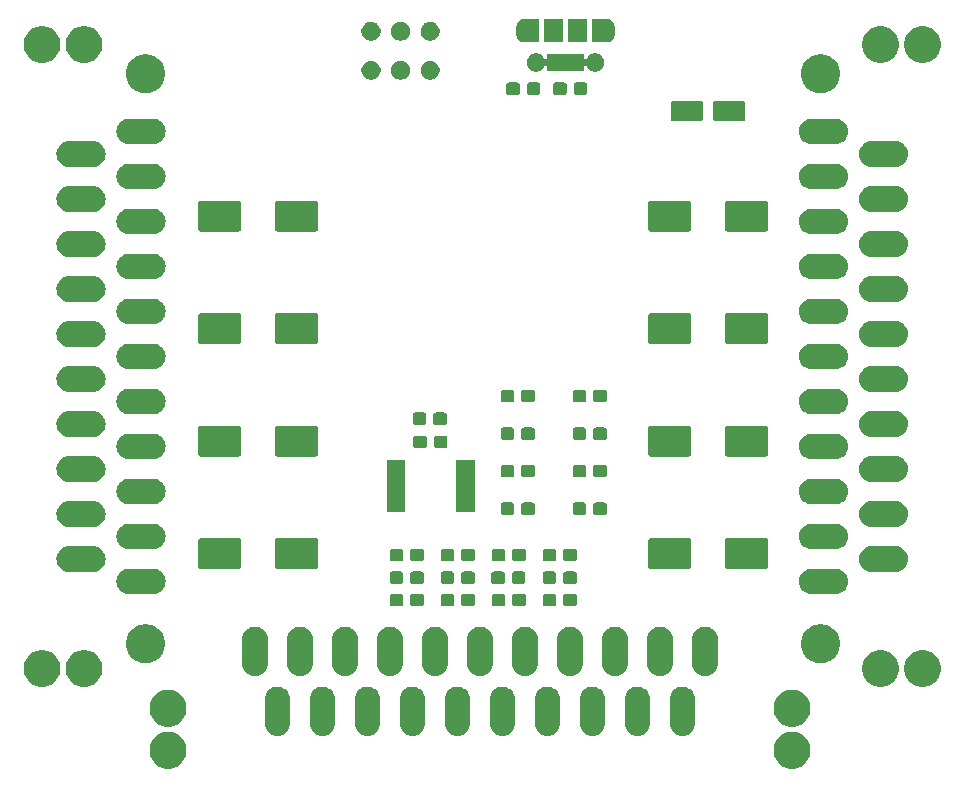
<source format=gts>
G04 #@! TF.GenerationSoftware,KiCad,Pcbnew,(5.1.0)-1*
G04 #@! TF.CreationDate,2019-04-04T01:13:04-04:00*
G04 #@! TF.ProjectId,SCART Splitter,53434152-5420-4537-906c-69747465722e,rev?*
G04 #@! TF.SameCoordinates,Original*
G04 #@! TF.FileFunction,Soldermask,Top*
G04 #@! TF.FilePolarity,Negative*
%FSLAX46Y46*%
G04 Gerber Fmt 4.6, Leading zero omitted, Abs format (unit mm)*
G04 Created by KiCad (PCBNEW (5.1.0)-1) date 2019-04-04 01:13:04*
%MOMM*%
%LPD*%
G04 APERTURE LIST*
%ADD10C,0.100000*%
G04 APERTURE END LIST*
D10*
G36*
X141552705Y-127529738D02*
G01*
X141837025Y-127647507D01*
X142092907Y-127818482D01*
X142310518Y-128036093D01*
X142481493Y-128291975D01*
X142599262Y-128576295D01*
X142659300Y-128878126D01*
X142659300Y-129185874D01*
X142599262Y-129487705D01*
X142481493Y-129772025D01*
X142310518Y-130027907D01*
X142092907Y-130245518D01*
X141837025Y-130416493D01*
X141552705Y-130534262D01*
X141250874Y-130594300D01*
X140943126Y-130594300D01*
X140641295Y-130534262D01*
X140356975Y-130416493D01*
X140101093Y-130245518D01*
X139883482Y-130027907D01*
X139712507Y-129772025D01*
X139594738Y-129487705D01*
X139534700Y-129185874D01*
X139534700Y-128878126D01*
X139594738Y-128576295D01*
X139712507Y-128291975D01*
X139883482Y-128036093D01*
X140101093Y-127818482D01*
X140356975Y-127647507D01*
X140641295Y-127529738D01*
X140943126Y-127469700D01*
X141250874Y-127469700D01*
X141552705Y-127529738D01*
X141552705Y-127529738D01*
G37*
G36*
X88720705Y-127529738D02*
G01*
X89005025Y-127647507D01*
X89260907Y-127818482D01*
X89478518Y-128036093D01*
X89649493Y-128291975D01*
X89767262Y-128576295D01*
X89827300Y-128878126D01*
X89827300Y-129185874D01*
X89767262Y-129487705D01*
X89649493Y-129772025D01*
X89478518Y-130027907D01*
X89260907Y-130245518D01*
X89005025Y-130416493D01*
X88720705Y-130534262D01*
X88418874Y-130594300D01*
X88111126Y-130594300D01*
X87809295Y-130534262D01*
X87524975Y-130416493D01*
X87269093Y-130245518D01*
X87051482Y-130027907D01*
X86880507Y-129772025D01*
X86762738Y-129487705D01*
X86702700Y-129185874D01*
X86702700Y-128878126D01*
X86762738Y-128576295D01*
X86880507Y-128291975D01*
X87051482Y-128036093D01*
X87269093Y-127818482D01*
X87524975Y-127647507D01*
X87809295Y-127529738D01*
X88111126Y-127469700D01*
X88418874Y-127469700D01*
X88720705Y-127529738D01*
X88720705Y-127529738D01*
G37*
G36*
X124420106Y-123663003D02*
G01*
X124625991Y-123725458D01*
X124796256Y-123816467D01*
X124815729Y-123826875D01*
X124869060Y-123870642D01*
X124982036Y-123963359D01*
X125118528Y-124129675D01*
X125219942Y-124319408D01*
X125282397Y-124525293D01*
X125298200Y-124685747D01*
X125298200Y-126774253D01*
X125282397Y-126934707D01*
X125219942Y-127140592D01*
X125118528Y-127330325D01*
X125118526Y-127330328D01*
X125118525Y-127330329D01*
X124982038Y-127496638D01*
X124941705Y-127529739D01*
X124815725Y-127633128D01*
X124625992Y-127734542D01*
X124420107Y-127796997D01*
X124206000Y-127818084D01*
X123991894Y-127796997D01*
X123786009Y-127734542D01*
X123596276Y-127633128D01*
X123470297Y-127529739D01*
X123429963Y-127496638D01*
X123293476Y-127330329D01*
X123293475Y-127330328D01*
X123293473Y-127330325D01*
X123192059Y-127140592D01*
X123129604Y-126934707D01*
X123113801Y-126774253D01*
X123113800Y-124685748D01*
X123129603Y-124525294D01*
X123192058Y-124319409D01*
X123293474Y-124129673D01*
X123293475Y-124129671D01*
X123337242Y-124076341D01*
X123429959Y-123963364D01*
X123596275Y-123826872D01*
X123786008Y-123725458D01*
X123991893Y-123663003D01*
X124206000Y-123641916D01*
X124420106Y-123663003D01*
X124420106Y-123663003D01*
G37*
G36*
X132040106Y-123663003D02*
G01*
X132245991Y-123725458D01*
X132416256Y-123816467D01*
X132435729Y-123826875D01*
X132489060Y-123870642D01*
X132602036Y-123963359D01*
X132738528Y-124129675D01*
X132839942Y-124319408D01*
X132902397Y-124525293D01*
X132918200Y-124685747D01*
X132918200Y-126774253D01*
X132902397Y-126934707D01*
X132839942Y-127140592D01*
X132738528Y-127330325D01*
X132738526Y-127330328D01*
X132738525Y-127330329D01*
X132602038Y-127496638D01*
X132561705Y-127529739D01*
X132435725Y-127633128D01*
X132245992Y-127734542D01*
X132040107Y-127796997D01*
X131826000Y-127818084D01*
X131611894Y-127796997D01*
X131406009Y-127734542D01*
X131216276Y-127633128D01*
X131090297Y-127529739D01*
X131049963Y-127496638D01*
X130913476Y-127330329D01*
X130913475Y-127330328D01*
X130913473Y-127330325D01*
X130812059Y-127140592D01*
X130749604Y-126934707D01*
X130733801Y-126774253D01*
X130733800Y-124685748D01*
X130749603Y-124525294D01*
X130812058Y-124319409D01*
X130913474Y-124129673D01*
X130913475Y-124129671D01*
X130957242Y-124076341D01*
X131049959Y-123963364D01*
X131216275Y-123826872D01*
X131406008Y-123725458D01*
X131611893Y-123663003D01*
X131826000Y-123641916D01*
X132040106Y-123663003D01*
X132040106Y-123663003D01*
G37*
G36*
X120610106Y-123663003D02*
G01*
X120815991Y-123725458D01*
X120986256Y-123816467D01*
X121005729Y-123826875D01*
X121059060Y-123870642D01*
X121172036Y-123963359D01*
X121308528Y-124129675D01*
X121409942Y-124319408D01*
X121472397Y-124525293D01*
X121488200Y-124685747D01*
X121488200Y-126774253D01*
X121472397Y-126934707D01*
X121409942Y-127140592D01*
X121308528Y-127330325D01*
X121308526Y-127330328D01*
X121308525Y-127330329D01*
X121172038Y-127496638D01*
X121131705Y-127529739D01*
X121005725Y-127633128D01*
X120815992Y-127734542D01*
X120610107Y-127796997D01*
X120396000Y-127818084D01*
X120181894Y-127796997D01*
X119976009Y-127734542D01*
X119786276Y-127633128D01*
X119660297Y-127529739D01*
X119619963Y-127496638D01*
X119483476Y-127330329D01*
X119483475Y-127330328D01*
X119483473Y-127330325D01*
X119382059Y-127140592D01*
X119319604Y-126934707D01*
X119303801Y-126774253D01*
X119303800Y-124685748D01*
X119319603Y-124525294D01*
X119382058Y-124319409D01*
X119483474Y-124129673D01*
X119483475Y-124129671D01*
X119527242Y-124076341D01*
X119619959Y-123963364D01*
X119786275Y-123826872D01*
X119976008Y-123725458D01*
X120181893Y-123663003D01*
X120396000Y-123641916D01*
X120610106Y-123663003D01*
X120610106Y-123663003D01*
G37*
G36*
X97750106Y-123663003D02*
G01*
X97955991Y-123725458D01*
X98126256Y-123816467D01*
X98145729Y-123826875D01*
X98199060Y-123870642D01*
X98312036Y-123963359D01*
X98448528Y-124129675D01*
X98549942Y-124319408D01*
X98612397Y-124525293D01*
X98628200Y-124685747D01*
X98628200Y-126774253D01*
X98612397Y-126934707D01*
X98549942Y-127140592D01*
X98448528Y-127330325D01*
X98448526Y-127330328D01*
X98448525Y-127330329D01*
X98312038Y-127496638D01*
X98271705Y-127529739D01*
X98145725Y-127633128D01*
X97955992Y-127734542D01*
X97750107Y-127796997D01*
X97536000Y-127818084D01*
X97321894Y-127796997D01*
X97116009Y-127734542D01*
X96926276Y-127633128D01*
X96800297Y-127529739D01*
X96759963Y-127496638D01*
X96623476Y-127330329D01*
X96623475Y-127330328D01*
X96623473Y-127330325D01*
X96522059Y-127140592D01*
X96459604Y-126934707D01*
X96443801Y-126774253D01*
X96443800Y-124685748D01*
X96459603Y-124525294D01*
X96522058Y-124319409D01*
X96623474Y-124129673D01*
X96623475Y-124129671D01*
X96667242Y-124076341D01*
X96759959Y-123963364D01*
X96926275Y-123826872D01*
X97116008Y-123725458D01*
X97321893Y-123663003D01*
X97536000Y-123641916D01*
X97750106Y-123663003D01*
X97750106Y-123663003D01*
G37*
G36*
X116800106Y-123663003D02*
G01*
X117005991Y-123725458D01*
X117176256Y-123816467D01*
X117195729Y-123826875D01*
X117249060Y-123870642D01*
X117362036Y-123963359D01*
X117498528Y-124129675D01*
X117599942Y-124319408D01*
X117662397Y-124525293D01*
X117678200Y-124685747D01*
X117678200Y-126774253D01*
X117662397Y-126934707D01*
X117599942Y-127140592D01*
X117498528Y-127330325D01*
X117498526Y-127330328D01*
X117498525Y-127330329D01*
X117362038Y-127496638D01*
X117321705Y-127529739D01*
X117195725Y-127633128D01*
X117005992Y-127734542D01*
X116800107Y-127796997D01*
X116586000Y-127818084D01*
X116371894Y-127796997D01*
X116166009Y-127734542D01*
X115976276Y-127633128D01*
X115850297Y-127529739D01*
X115809963Y-127496638D01*
X115673476Y-127330329D01*
X115673475Y-127330328D01*
X115673473Y-127330325D01*
X115572059Y-127140592D01*
X115509604Y-126934707D01*
X115493801Y-126774253D01*
X115493800Y-124685748D01*
X115509603Y-124525294D01*
X115572058Y-124319409D01*
X115673474Y-124129673D01*
X115673475Y-124129671D01*
X115717242Y-124076341D01*
X115809959Y-123963364D01*
X115976275Y-123826872D01*
X116166008Y-123725458D01*
X116371893Y-123663003D01*
X116586000Y-123641916D01*
X116800106Y-123663003D01*
X116800106Y-123663003D01*
G37*
G36*
X112990106Y-123663003D02*
G01*
X113195991Y-123725458D01*
X113366256Y-123816467D01*
X113385729Y-123826875D01*
X113439060Y-123870642D01*
X113552036Y-123963359D01*
X113688528Y-124129675D01*
X113789942Y-124319408D01*
X113852397Y-124525293D01*
X113868200Y-124685747D01*
X113868200Y-126774253D01*
X113852397Y-126934707D01*
X113789942Y-127140592D01*
X113688528Y-127330325D01*
X113688526Y-127330328D01*
X113688525Y-127330329D01*
X113552038Y-127496638D01*
X113511705Y-127529739D01*
X113385725Y-127633128D01*
X113195992Y-127734542D01*
X112990107Y-127796997D01*
X112776000Y-127818084D01*
X112561894Y-127796997D01*
X112356009Y-127734542D01*
X112166276Y-127633128D01*
X112040297Y-127529739D01*
X111999963Y-127496638D01*
X111863476Y-127330329D01*
X111863475Y-127330328D01*
X111863473Y-127330325D01*
X111762059Y-127140592D01*
X111699604Y-126934707D01*
X111683801Y-126774253D01*
X111683800Y-124685748D01*
X111699603Y-124525294D01*
X111762058Y-124319409D01*
X111863474Y-124129673D01*
X111863475Y-124129671D01*
X111907242Y-124076341D01*
X111999959Y-123963364D01*
X112166275Y-123826872D01*
X112356008Y-123725458D01*
X112561893Y-123663003D01*
X112776000Y-123641916D01*
X112990106Y-123663003D01*
X112990106Y-123663003D01*
G37*
G36*
X109180106Y-123663003D02*
G01*
X109385991Y-123725458D01*
X109556256Y-123816467D01*
X109575729Y-123826875D01*
X109629060Y-123870642D01*
X109742036Y-123963359D01*
X109878528Y-124129675D01*
X109979942Y-124319408D01*
X110042397Y-124525293D01*
X110058200Y-124685747D01*
X110058200Y-126774253D01*
X110042397Y-126934707D01*
X109979942Y-127140592D01*
X109878528Y-127330325D01*
X109878526Y-127330328D01*
X109878525Y-127330329D01*
X109742038Y-127496638D01*
X109701705Y-127529739D01*
X109575725Y-127633128D01*
X109385992Y-127734542D01*
X109180107Y-127796997D01*
X108966000Y-127818084D01*
X108751894Y-127796997D01*
X108546009Y-127734542D01*
X108356276Y-127633128D01*
X108230297Y-127529739D01*
X108189963Y-127496638D01*
X108053476Y-127330329D01*
X108053475Y-127330328D01*
X108053473Y-127330325D01*
X107952059Y-127140592D01*
X107889604Y-126934707D01*
X107873801Y-126774253D01*
X107873800Y-124685748D01*
X107889603Y-124525294D01*
X107952058Y-124319409D01*
X108053474Y-124129673D01*
X108053475Y-124129671D01*
X108097242Y-124076341D01*
X108189959Y-123963364D01*
X108356275Y-123826872D01*
X108546008Y-123725458D01*
X108751893Y-123663003D01*
X108966000Y-123641916D01*
X109180106Y-123663003D01*
X109180106Y-123663003D01*
G37*
G36*
X105370106Y-123663003D02*
G01*
X105575991Y-123725458D01*
X105746256Y-123816467D01*
X105765729Y-123826875D01*
X105819060Y-123870642D01*
X105932036Y-123963359D01*
X106068528Y-124129675D01*
X106169942Y-124319408D01*
X106232397Y-124525293D01*
X106248200Y-124685747D01*
X106248200Y-126774253D01*
X106232397Y-126934707D01*
X106169942Y-127140592D01*
X106068528Y-127330325D01*
X106068526Y-127330328D01*
X106068525Y-127330329D01*
X105932038Y-127496638D01*
X105891705Y-127529739D01*
X105765725Y-127633128D01*
X105575992Y-127734542D01*
X105370107Y-127796997D01*
X105156000Y-127818084D01*
X104941894Y-127796997D01*
X104736009Y-127734542D01*
X104546276Y-127633128D01*
X104420297Y-127529739D01*
X104379963Y-127496638D01*
X104243476Y-127330329D01*
X104243475Y-127330328D01*
X104243473Y-127330325D01*
X104142059Y-127140592D01*
X104079604Y-126934707D01*
X104063801Y-126774253D01*
X104063800Y-124685748D01*
X104079603Y-124525294D01*
X104142058Y-124319409D01*
X104243474Y-124129673D01*
X104243475Y-124129671D01*
X104287242Y-124076341D01*
X104379959Y-123963364D01*
X104546275Y-123826872D01*
X104736008Y-123725458D01*
X104941893Y-123663003D01*
X105156000Y-123641916D01*
X105370106Y-123663003D01*
X105370106Y-123663003D01*
G37*
G36*
X101560106Y-123663003D02*
G01*
X101765991Y-123725458D01*
X101936256Y-123816467D01*
X101955729Y-123826875D01*
X102009060Y-123870642D01*
X102122036Y-123963359D01*
X102258528Y-124129675D01*
X102359942Y-124319408D01*
X102422397Y-124525293D01*
X102438200Y-124685747D01*
X102438200Y-126774253D01*
X102422397Y-126934707D01*
X102359942Y-127140592D01*
X102258528Y-127330325D01*
X102258526Y-127330328D01*
X102258525Y-127330329D01*
X102122038Y-127496638D01*
X102081705Y-127529739D01*
X101955725Y-127633128D01*
X101765992Y-127734542D01*
X101560107Y-127796997D01*
X101346000Y-127818084D01*
X101131894Y-127796997D01*
X100926009Y-127734542D01*
X100736276Y-127633128D01*
X100610297Y-127529739D01*
X100569963Y-127496638D01*
X100433476Y-127330329D01*
X100433475Y-127330328D01*
X100433473Y-127330325D01*
X100332059Y-127140592D01*
X100269604Y-126934707D01*
X100253801Y-126774253D01*
X100253800Y-124685748D01*
X100269603Y-124525294D01*
X100332058Y-124319409D01*
X100433474Y-124129673D01*
X100433475Y-124129671D01*
X100477242Y-124076341D01*
X100569959Y-123963364D01*
X100736275Y-123826872D01*
X100926008Y-123725458D01*
X101131893Y-123663003D01*
X101346000Y-123641916D01*
X101560106Y-123663003D01*
X101560106Y-123663003D01*
G37*
G36*
X128230106Y-123663003D02*
G01*
X128435991Y-123725458D01*
X128606256Y-123816467D01*
X128625729Y-123826875D01*
X128679060Y-123870642D01*
X128792036Y-123963359D01*
X128928528Y-124129675D01*
X129029942Y-124319408D01*
X129092397Y-124525293D01*
X129108200Y-124685747D01*
X129108200Y-126774253D01*
X129092397Y-126934707D01*
X129029942Y-127140592D01*
X128928528Y-127330325D01*
X128928526Y-127330328D01*
X128928525Y-127330329D01*
X128792038Y-127496638D01*
X128751705Y-127529739D01*
X128625725Y-127633128D01*
X128435992Y-127734542D01*
X128230107Y-127796997D01*
X128016000Y-127818084D01*
X127801894Y-127796997D01*
X127596009Y-127734542D01*
X127406276Y-127633128D01*
X127280297Y-127529739D01*
X127239963Y-127496638D01*
X127103476Y-127330329D01*
X127103475Y-127330328D01*
X127103473Y-127330325D01*
X127002059Y-127140592D01*
X126939604Y-126934707D01*
X126923801Y-126774253D01*
X126923800Y-124685748D01*
X126939603Y-124525294D01*
X127002058Y-124319409D01*
X127103474Y-124129673D01*
X127103475Y-124129671D01*
X127147242Y-124076341D01*
X127239959Y-123963364D01*
X127406275Y-123826872D01*
X127596008Y-123725458D01*
X127801893Y-123663003D01*
X128016000Y-123641916D01*
X128230106Y-123663003D01*
X128230106Y-123663003D01*
G37*
G36*
X141552705Y-123973738D02*
G01*
X141837025Y-124091507D01*
X142092907Y-124262482D01*
X142310518Y-124480093D01*
X142481493Y-124735975D01*
X142599262Y-125020295D01*
X142659300Y-125322126D01*
X142659300Y-125629874D01*
X142599262Y-125931705D01*
X142481493Y-126216025D01*
X142310518Y-126471907D01*
X142092907Y-126689518D01*
X141837025Y-126860493D01*
X141552705Y-126978262D01*
X141250874Y-127038300D01*
X140943126Y-127038300D01*
X140641295Y-126978262D01*
X140356975Y-126860493D01*
X140101093Y-126689518D01*
X139883482Y-126471907D01*
X139712507Y-126216025D01*
X139594738Y-125931705D01*
X139534700Y-125629874D01*
X139534700Y-125322126D01*
X139594738Y-125020295D01*
X139712507Y-124735975D01*
X139883482Y-124480093D01*
X140101093Y-124262482D01*
X140356975Y-124091507D01*
X140641295Y-123973738D01*
X140943126Y-123913700D01*
X141250874Y-123913700D01*
X141552705Y-123973738D01*
X141552705Y-123973738D01*
G37*
G36*
X88720705Y-123973738D02*
G01*
X89005025Y-124091507D01*
X89260907Y-124262482D01*
X89478518Y-124480093D01*
X89649493Y-124735975D01*
X89767262Y-125020295D01*
X89827300Y-125322126D01*
X89827300Y-125629874D01*
X89767262Y-125931705D01*
X89649493Y-126216025D01*
X89478518Y-126471907D01*
X89260907Y-126689518D01*
X89005025Y-126860493D01*
X88720705Y-126978262D01*
X88418874Y-127038300D01*
X88111126Y-127038300D01*
X87809295Y-126978262D01*
X87524975Y-126860493D01*
X87269093Y-126689518D01*
X87051482Y-126471907D01*
X86880507Y-126216025D01*
X86762738Y-125931705D01*
X86702700Y-125629874D01*
X86702700Y-125322126D01*
X86762738Y-125020295D01*
X86880507Y-124735975D01*
X87051482Y-124480093D01*
X87269093Y-124262482D01*
X87524975Y-124091507D01*
X87809295Y-123973738D01*
X88111126Y-123913700D01*
X88418874Y-123913700D01*
X88720705Y-123973738D01*
X88720705Y-123973738D01*
G37*
G36*
X152601705Y-120608238D02*
G01*
X152886025Y-120726007D01*
X153141907Y-120896982D01*
X153359518Y-121114593D01*
X153530493Y-121370475D01*
X153648262Y-121654795D01*
X153708300Y-121956626D01*
X153708300Y-122264374D01*
X153648262Y-122566205D01*
X153530493Y-122850525D01*
X153359518Y-123106407D01*
X153141907Y-123324018D01*
X152886025Y-123494993D01*
X152601705Y-123612762D01*
X152299874Y-123672800D01*
X151992126Y-123672800D01*
X151690295Y-123612762D01*
X151405975Y-123494993D01*
X151150093Y-123324018D01*
X150932482Y-123106407D01*
X150761507Y-122850525D01*
X150643738Y-122566205D01*
X150583700Y-122264374D01*
X150583700Y-121956626D01*
X150643738Y-121654795D01*
X150761507Y-121370475D01*
X150932482Y-121114593D01*
X151150093Y-120896982D01*
X151405975Y-120726007D01*
X151690295Y-120608238D01*
X151992126Y-120548200D01*
X152299874Y-120548200D01*
X152601705Y-120608238D01*
X152601705Y-120608238D01*
G37*
G36*
X149045705Y-120608238D02*
G01*
X149330025Y-120726007D01*
X149585907Y-120896982D01*
X149803518Y-121114593D01*
X149974493Y-121370475D01*
X150092262Y-121654795D01*
X150152300Y-121956626D01*
X150152300Y-122264374D01*
X150092262Y-122566205D01*
X149974493Y-122850525D01*
X149803518Y-123106407D01*
X149585907Y-123324018D01*
X149330025Y-123494993D01*
X149045705Y-123612762D01*
X148743874Y-123672800D01*
X148436126Y-123672800D01*
X148134295Y-123612762D01*
X147849975Y-123494993D01*
X147594093Y-123324018D01*
X147376482Y-123106407D01*
X147205507Y-122850525D01*
X147087738Y-122566205D01*
X147027700Y-122264374D01*
X147027700Y-121956626D01*
X147087738Y-121654795D01*
X147205507Y-121370475D01*
X147376482Y-121114593D01*
X147594093Y-120896982D01*
X147849975Y-120726007D01*
X148134295Y-120608238D01*
X148436126Y-120548200D01*
X148743874Y-120548200D01*
X149045705Y-120608238D01*
X149045705Y-120608238D01*
G37*
G36*
X81608705Y-120608238D02*
G01*
X81893025Y-120726007D01*
X82148907Y-120896982D01*
X82366518Y-121114593D01*
X82537493Y-121370475D01*
X82655262Y-121654795D01*
X82715300Y-121956626D01*
X82715300Y-122264374D01*
X82655262Y-122566205D01*
X82537493Y-122850525D01*
X82366518Y-123106407D01*
X82148907Y-123324018D01*
X81893025Y-123494993D01*
X81608705Y-123612762D01*
X81306874Y-123672800D01*
X80999126Y-123672800D01*
X80697295Y-123612762D01*
X80412975Y-123494993D01*
X80157093Y-123324018D01*
X79939482Y-123106407D01*
X79768507Y-122850525D01*
X79650738Y-122566205D01*
X79590700Y-122264374D01*
X79590700Y-121956626D01*
X79650738Y-121654795D01*
X79768507Y-121370475D01*
X79939482Y-121114593D01*
X80157093Y-120896982D01*
X80412975Y-120726007D01*
X80697295Y-120608238D01*
X80999126Y-120548200D01*
X81306874Y-120548200D01*
X81608705Y-120608238D01*
X81608705Y-120608238D01*
G37*
G36*
X78052705Y-120608238D02*
G01*
X78337025Y-120726007D01*
X78592907Y-120896982D01*
X78810518Y-121114593D01*
X78981493Y-121370475D01*
X79099262Y-121654795D01*
X79159300Y-121956626D01*
X79159300Y-122264374D01*
X79099262Y-122566205D01*
X78981493Y-122850525D01*
X78810518Y-123106407D01*
X78592907Y-123324018D01*
X78337025Y-123494993D01*
X78052705Y-123612762D01*
X77750874Y-123672800D01*
X77443126Y-123672800D01*
X77141295Y-123612762D01*
X76856975Y-123494993D01*
X76601093Y-123324018D01*
X76383482Y-123106407D01*
X76212507Y-122850525D01*
X76094738Y-122566205D01*
X76034700Y-122264374D01*
X76034700Y-121956626D01*
X76094738Y-121654795D01*
X76212507Y-121370475D01*
X76383482Y-121114593D01*
X76601093Y-120896982D01*
X76856975Y-120726007D01*
X77141295Y-120608238D01*
X77443126Y-120548200D01*
X77750874Y-120548200D01*
X78052705Y-120608238D01*
X78052705Y-120608238D01*
G37*
G36*
X95845106Y-118583003D02*
G01*
X96050991Y-118645458D01*
X96213992Y-118732584D01*
X96240729Y-118746875D01*
X96294060Y-118790642D01*
X96407036Y-118883359D01*
X96543528Y-119049675D01*
X96644942Y-119239408D01*
X96707397Y-119445293D01*
X96723200Y-119605747D01*
X96723200Y-121694253D01*
X96707397Y-121854707D01*
X96644942Y-122060592D01*
X96543528Y-122250325D01*
X96543526Y-122250328D01*
X96543525Y-122250329D01*
X96407038Y-122416638D01*
X96240725Y-122553128D01*
X96050992Y-122654542D01*
X95845107Y-122716997D01*
X95631000Y-122738084D01*
X95416894Y-122716997D01*
X95211009Y-122654542D01*
X95021276Y-122553128D01*
X94854963Y-122416638D01*
X94718476Y-122250329D01*
X94718475Y-122250328D01*
X94718473Y-122250325D01*
X94617059Y-122060592D01*
X94554604Y-121854707D01*
X94538801Y-121694253D01*
X94538800Y-119605748D01*
X94554603Y-119445294D01*
X94617058Y-119239409D01*
X94718474Y-119049673D01*
X94718475Y-119049671D01*
X94789973Y-118962551D01*
X94854959Y-118883364D01*
X95021275Y-118746872D01*
X95211008Y-118645458D01*
X95416893Y-118583003D01*
X95631000Y-118561916D01*
X95845106Y-118583003D01*
X95845106Y-118583003D01*
G37*
G36*
X99655106Y-118583003D02*
G01*
X99860991Y-118645458D01*
X100023992Y-118732584D01*
X100050729Y-118746875D01*
X100104060Y-118790642D01*
X100217036Y-118883359D01*
X100353528Y-119049675D01*
X100454942Y-119239408D01*
X100517397Y-119445293D01*
X100533200Y-119605747D01*
X100533200Y-121694253D01*
X100517397Y-121854707D01*
X100454942Y-122060592D01*
X100353528Y-122250325D01*
X100353526Y-122250328D01*
X100353525Y-122250329D01*
X100217038Y-122416638D01*
X100050725Y-122553128D01*
X99860992Y-122654542D01*
X99655107Y-122716997D01*
X99441000Y-122738084D01*
X99226894Y-122716997D01*
X99021009Y-122654542D01*
X98831276Y-122553128D01*
X98664963Y-122416638D01*
X98528476Y-122250329D01*
X98528475Y-122250328D01*
X98528473Y-122250325D01*
X98427059Y-122060592D01*
X98364604Y-121854707D01*
X98348801Y-121694253D01*
X98348800Y-119605748D01*
X98364603Y-119445294D01*
X98427058Y-119239409D01*
X98528474Y-119049673D01*
X98528475Y-119049671D01*
X98599973Y-118962551D01*
X98664959Y-118883364D01*
X98831275Y-118746872D01*
X99021008Y-118645458D01*
X99226893Y-118583003D01*
X99441000Y-118561916D01*
X99655106Y-118583003D01*
X99655106Y-118583003D01*
G37*
G36*
X103465106Y-118583003D02*
G01*
X103670991Y-118645458D01*
X103833992Y-118732584D01*
X103860729Y-118746875D01*
X103914060Y-118790642D01*
X104027036Y-118883359D01*
X104163528Y-119049675D01*
X104264942Y-119239408D01*
X104327397Y-119445293D01*
X104343200Y-119605747D01*
X104343200Y-121694253D01*
X104327397Y-121854707D01*
X104264942Y-122060592D01*
X104163528Y-122250325D01*
X104163526Y-122250328D01*
X104163525Y-122250329D01*
X104027038Y-122416638D01*
X103860725Y-122553128D01*
X103670992Y-122654542D01*
X103465107Y-122716997D01*
X103251000Y-122738084D01*
X103036894Y-122716997D01*
X102831009Y-122654542D01*
X102641276Y-122553128D01*
X102474963Y-122416638D01*
X102338476Y-122250329D01*
X102338475Y-122250328D01*
X102338473Y-122250325D01*
X102237059Y-122060592D01*
X102174604Y-121854707D01*
X102158801Y-121694253D01*
X102158800Y-119605748D01*
X102174603Y-119445294D01*
X102237058Y-119239409D01*
X102338474Y-119049673D01*
X102338475Y-119049671D01*
X102409973Y-118962551D01*
X102474959Y-118883364D01*
X102641275Y-118746872D01*
X102831008Y-118645458D01*
X103036893Y-118583003D01*
X103251000Y-118561916D01*
X103465106Y-118583003D01*
X103465106Y-118583003D01*
G37*
G36*
X107275106Y-118583003D02*
G01*
X107480991Y-118645458D01*
X107643992Y-118732584D01*
X107670729Y-118746875D01*
X107724060Y-118790642D01*
X107837036Y-118883359D01*
X107973528Y-119049675D01*
X108074942Y-119239408D01*
X108137397Y-119445293D01*
X108153200Y-119605747D01*
X108153200Y-121694253D01*
X108137397Y-121854707D01*
X108074942Y-122060592D01*
X107973528Y-122250325D01*
X107973526Y-122250328D01*
X107973525Y-122250329D01*
X107837038Y-122416638D01*
X107670725Y-122553128D01*
X107480992Y-122654542D01*
X107275107Y-122716997D01*
X107061000Y-122738084D01*
X106846894Y-122716997D01*
X106641009Y-122654542D01*
X106451276Y-122553128D01*
X106284963Y-122416638D01*
X106148476Y-122250329D01*
X106148475Y-122250328D01*
X106148473Y-122250325D01*
X106047059Y-122060592D01*
X105984604Y-121854707D01*
X105968801Y-121694253D01*
X105968800Y-119605748D01*
X105984603Y-119445294D01*
X106047058Y-119239409D01*
X106148474Y-119049673D01*
X106148475Y-119049671D01*
X106219973Y-118962551D01*
X106284959Y-118883364D01*
X106451275Y-118746872D01*
X106641008Y-118645458D01*
X106846893Y-118583003D01*
X107061000Y-118561916D01*
X107275106Y-118583003D01*
X107275106Y-118583003D01*
G37*
G36*
X111085106Y-118583003D02*
G01*
X111290991Y-118645458D01*
X111453992Y-118732584D01*
X111480729Y-118746875D01*
X111534060Y-118790642D01*
X111647036Y-118883359D01*
X111783528Y-119049675D01*
X111884942Y-119239408D01*
X111947397Y-119445293D01*
X111963200Y-119605747D01*
X111963200Y-121694253D01*
X111947397Y-121854707D01*
X111884942Y-122060592D01*
X111783528Y-122250325D01*
X111783526Y-122250328D01*
X111783525Y-122250329D01*
X111647038Y-122416638D01*
X111480725Y-122553128D01*
X111290992Y-122654542D01*
X111085107Y-122716997D01*
X110871000Y-122738084D01*
X110656894Y-122716997D01*
X110451009Y-122654542D01*
X110261276Y-122553128D01*
X110094963Y-122416638D01*
X109958476Y-122250329D01*
X109958475Y-122250328D01*
X109958473Y-122250325D01*
X109857059Y-122060592D01*
X109794604Y-121854707D01*
X109778801Y-121694253D01*
X109778800Y-119605748D01*
X109794603Y-119445294D01*
X109857058Y-119239409D01*
X109958474Y-119049673D01*
X109958475Y-119049671D01*
X110029973Y-118962551D01*
X110094959Y-118883364D01*
X110261275Y-118746872D01*
X110451008Y-118645458D01*
X110656893Y-118583003D01*
X110871000Y-118561916D01*
X111085106Y-118583003D01*
X111085106Y-118583003D01*
G37*
G36*
X114895106Y-118583003D02*
G01*
X115100991Y-118645458D01*
X115263992Y-118732584D01*
X115290729Y-118746875D01*
X115344060Y-118790642D01*
X115457036Y-118883359D01*
X115593528Y-119049675D01*
X115694942Y-119239408D01*
X115757397Y-119445293D01*
X115773200Y-119605747D01*
X115773200Y-121694253D01*
X115757397Y-121854707D01*
X115694942Y-122060592D01*
X115593528Y-122250325D01*
X115593526Y-122250328D01*
X115593525Y-122250329D01*
X115457038Y-122416638D01*
X115290725Y-122553128D01*
X115100992Y-122654542D01*
X114895107Y-122716997D01*
X114681000Y-122738084D01*
X114466894Y-122716997D01*
X114261009Y-122654542D01*
X114071276Y-122553128D01*
X113904963Y-122416638D01*
X113768476Y-122250329D01*
X113768475Y-122250328D01*
X113768473Y-122250325D01*
X113667059Y-122060592D01*
X113604604Y-121854707D01*
X113588801Y-121694253D01*
X113588800Y-119605748D01*
X113604603Y-119445294D01*
X113667058Y-119239409D01*
X113768474Y-119049673D01*
X113768475Y-119049671D01*
X113839973Y-118962551D01*
X113904959Y-118883364D01*
X114071275Y-118746872D01*
X114261008Y-118645458D01*
X114466893Y-118583003D01*
X114681000Y-118561916D01*
X114895106Y-118583003D01*
X114895106Y-118583003D01*
G37*
G36*
X118705106Y-118583003D02*
G01*
X118910991Y-118645458D01*
X119073992Y-118732584D01*
X119100729Y-118746875D01*
X119154060Y-118790642D01*
X119267036Y-118883359D01*
X119403528Y-119049675D01*
X119504942Y-119239408D01*
X119567397Y-119445293D01*
X119583200Y-119605747D01*
X119583200Y-121694253D01*
X119567397Y-121854707D01*
X119504942Y-122060592D01*
X119403528Y-122250325D01*
X119403526Y-122250328D01*
X119403525Y-122250329D01*
X119267038Y-122416638D01*
X119100725Y-122553128D01*
X118910992Y-122654542D01*
X118705107Y-122716997D01*
X118491000Y-122738084D01*
X118276894Y-122716997D01*
X118071009Y-122654542D01*
X117881276Y-122553128D01*
X117714963Y-122416638D01*
X117578476Y-122250329D01*
X117578475Y-122250328D01*
X117578473Y-122250325D01*
X117477059Y-122060592D01*
X117414604Y-121854707D01*
X117398801Y-121694253D01*
X117398800Y-119605748D01*
X117414603Y-119445294D01*
X117477058Y-119239409D01*
X117578474Y-119049673D01*
X117578475Y-119049671D01*
X117649973Y-118962551D01*
X117714959Y-118883364D01*
X117881275Y-118746872D01*
X118071008Y-118645458D01*
X118276893Y-118583003D01*
X118491000Y-118561916D01*
X118705106Y-118583003D01*
X118705106Y-118583003D01*
G37*
G36*
X133945106Y-118583003D02*
G01*
X134150991Y-118645458D01*
X134313992Y-118732584D01*
X134340729Y-118746875D01*
X134394060Y-118790642D01*
X134507036Y-118883359D01*
X134643528Y-119049675D01*
X134744942Y-119239408D01*
X134807397Y-119445293D01*
X134823200Y-119605747D01*
X134823200Y-121694253D01*
X134807397Y-121854707D01*
X134744942Y-122060592D01*
X134643528Y-122250325D01*
X134643526Y-122250328D01*
X134643525Y-122250329D01*
X134507038Y-122416638D01*
X134340725Y-122553128D01*
X134150992Y-122654542D01*
X133945107Y-122716997D01*
X133731000Y-122738084D01*
X133516894Y-122716997D01*
X133311009Y-122654542D01*
X133121276Y-122553128D01*
X132954963Y-122416638D01*
X132818476Y-122250329D01*
X132818475Y-122250328D01*
X132818473Y-122250325D01*
X132717059Y-122060592D01*
X132654604Y-121854707D01*
X132638801Y-121694253D01*
X132638800Y-119605748D01*
X132654603Y-119445294D01*
X132717058Y-119239409D01*
X132818474Y-119049673D01*
X132818475Y-119049671D01*
X132889973Y-118962551D01*
X132954959Y-118883364D01*
X133121275Y-118746872D01*
X133311008Y-118645458D01*
X133516893Y-118583003D01*
X133731000Y-118561916D01*
X133945106Y-118583003D01*
X133945106Y-118583003D01*
G37*
G36*
X122515106Y-118583003D02*
G01*
X122720991Y-118645458D01*
X122883992Y-118732584D01*
X122910729Y-118746875D01*
X122964060Y-118790642D01*
X123077036Y-118883359D01*
X123213528Y-119049675D01*
X123314942Y-119239408D01*
X123377397Y-119445293D01*
X123393200Y-119605747D01*
X123393200Y-121694253D01*
X123377397Y-121854707D01*
X123314942Y-122060592D01*
X123213528Y-122250325D01*
X123213526Y-122250328D01*
X123213525Y-122250329D01*
X123077038Y-122416638D01*
X122910725Y-122553128D01*
X122720992Y-122654542D01*
X122515107Y-122716997D01*
X122301000Y-122738084D01*
X122086894Y-122716997D01*
X121881009Y-122654542D01*
X121691276Y-122553128D01*
X121524963Y-122416638D01*
X121388476Y-122250329D01*
X121388475Y-122250328D01*
X121388473Y-122250325D01*
X121287059Y-122060592D01*
X121224604Y-121854707D01*
X121208801Y-121694253D01*
X121208800Y-119605748D01*
X121224603Y-119445294D01*
X121287058Y-119239409D01*
X121388474Y-119049673D01*
X121388475Y-119049671D01*
X121459973Y-118962551D01*
X121524959Y-118883364D01*
X121691275Y-118746872D01*
X121881008Y-118645458D01*
X122086893Y-118583003D01*
X122301000Y-118561916D01*
X122515106Y-118583003D01*
X122515106Y-118583003D01*
G37*
G36*
X130135106Y-118583003D02*
G01*
X130340991Y-118645458D01*
X130503992Y-118732584D01*
X130530729Y-118746875D01*
X130584060Y-118790642D01*
X130697036Y-118883359D01*
X130833528Y-119049675D01*
X130934942Y-119239408D01*
X130997397Y-119445293D01*
X131013200Y-119605747D01*
X131013200Y-121694253D01*
X130997397Y-121854707D01*
X130934942Y-122060592D01*
X130833528Y-122250325D01*
X130833526Y-122250328D01*
X130833525Y-122250329D01*
X130697038Y-122416638D01*
X130530725Y-122553128D01*
X130340992Y-122654542D01*
X130135107Y-122716997D01*
X129921000Y-122738084D01*
X129706894Y-122716997D01*
X129501009Y-122654542D01*
X129311276Y-122553128D01*
X129144963Y-122416638D01*
X129008476Y-122250329D01*
X129008475Y-122250328D01*
X129008473Y-122250325D01*
X128907059Y-122060592D01*
X128844604Y-121854707D01*
X128828801Y-121694253D01*
X128828800Y-119605748D01*
X128844603Y-119445294D01*
X128907058Y-119239409D01*
X129008474Y-119049673D01*
X129008475Y-119049671D01*
X129079973Y-118962551D01*
X129144959Y-118883364D01*
X129311275Y-118746872D01*
X129501008Y-118645458D01*
X129706893Y-118583003D01*
X129921000Y-118561916D01*
X130135106Y-118583003D01*
X130135106Y-118583003D01*
G37*
G36*
X126325106Y-118583003D02*
G01*
X126530991Y-118645458D01*
X126693992Y-118732584D01*
X126720729Y-118746875D01*
X126774060Y-118790642D01*
X126887036Y-118883359D01*
X127023528Y-119049675D01*
X127124942Y-119239408D01*
X127187397Y-119445293D01*
X127203200Y-119605747D01*
X127203200Y-121694253D01*
X127187397Y-121854707D01*
X127124942Y-122060592D01*
X127023528Y-122250325D01*
X127023526Y-122250328D01*
X127023525Y-122250329D01*
X126887038Y-122416638D01*
X126720725Y-122553128D01*
X126530992Y-122654542D01*
X126325107Y-122716997D01*
X126111000Y-122738084D01*
X125896894Y-122716997D01*
X125691009Y-122654542D01*
X125501276Y-122553128D01*
X125334963Y-122416638D01*
X125198476Y-122250329D01*
X125198475Y-122250328D01*
X125198473Y-122250325D01*
X125097059Y-122060592D01*
X125034604Y-121854707D01*
X125018801Y-121694253D01*
X125018800Y-119605748D01*
X125034603Y-119445294D01*
X125097058Y-119239409D01*
X125198474Y-119049673D01*
X125198475Y-119049671D01*
X125269973Y-118962551D01*
X125334959Y-118883364D01*
X125501275Y-118746872D01*
X125691008Y-118645458D01*
X125896893Y-118583003D01*
X126111000Y-118561916D01*
X126325106Y-118583003D01*
X126325106Y-118583003D01*
G37*
G36*
X86735256Y-118406298D02*
G01*
X86841579Y-118427447D01*
X87142042Y-118551903D01*
X87412451Y-118732585D01*
X87642415Y-118962549D01*
X87823097Y-119232958D01*
X87947553Y-119533421D01*
X88011000Y-119852391D01*
X88011000Y-120177609D01*
X87947553Y-120496579D01*
X87823097Y-120797042D01*
X87642415Y-121067451D01*
X87412451Y-121297415D01*
X87142042Y-121478097D01*
X86841579Y-121602553D01*
X86735256Y-121623702D01*
X86522611Y-121666000D01*
X86197389Y-121666000D01*
X85984744Y-121623702D01*
X85878421Y-121602553D01*
X85577958Y-121478097D01*
X85307549Y-121297415D01*
X85077585Y-121067451D01*
X84896903Y-120797042D01*
X84772447Y-120496579D01*
X84709000Y-120177609D01*
X84709000Y-119852391D01*
X84772447Y-119533421D01*
X84896903Y-119232958D01*
X85077585Y-118962549D01*
X85307549Y-118732585D01*
X85577958Y-118551903D01*
X85878421Y-118427447D01*
X85984744Y-118406298D01*
X86197389Y-118364000D01*
X86522611Y-118364000D01*
X86735256Y-118406298D01*
X86735256Y-118406298D01*
G37*
G36*
X143885256Y-118406298D02*
G01*
X143991579Y-118427447D01*
X144292042Y-118551903D01*
X144562451Y-118732585D01*
X144792415Y-118962549D01*
X144973097Y-119232958D01*
X145097553Y-119533421D01*
X145161000Y-119852391D01*
X145161000Y-120177609D01*
X145097553Y-120496579D01*
X144973097Y-120797042D01*
X144792415Y-121067451D01*
X144562451Y-121297415D01*
X144292042Y-121478097D01*
X143991579Y-121602553D01*
X143885256Y-121623702D01*
X143672611Y-121666000D01*
X143347389Y-121666000D01*
X143134744Y-121623702D01*
X143028421Y-121602553D01*
X142727958Y-121478097D01*
X142457549Y-121297415D01*
X142227585Y-121067451D01*
X142046903Y-120797042D01*
X141922447Y-120496579D01*
X141859000Y-120177609D01*
X141859000Y-119852391D01*
X141922447Y-119533421D01*
X142046903Y-119232958D01*
X142227585Y-118962549D01*
X142457549Y-118732585D01*
X142727958Y-118551903D01*
X143028421Y-118427447D01*
X143134744Y-118406298D01*
X143347389Y-118364000D01*
X143672611Y-118364000D01*
X143885256Y-118406298D01*
X143885256Y-118406298D01*
G37*
G36*
X114079499Y-115810445D02*
G01*
X114116995Y-115821820D01*
X114151554Y-115840292D01*
X114181847Y-115865153D01*
X114206708Y-115895446D01*
X114225180Y-115930005D01*
X114236555Y-115967501D01*
X114241000Y-116012638D01*
X114241000Y-116651362D01*
X114236555Y-116696499D01*
X114225180Y-116733995D01*
X114206708Y-116768554D01*
X114181847Y-116798847D01*
X114151554Y-116823708D01*
X114116995Y-116842180D01*
X114079499Y-116853555D01*
X114034362Y-116858000D01*
X113295638Y-116858000D01*
X113250501Y-116853555D01*
X113213005Y-116842180D01*
X113178446Y-116823708D01*
X113148153Y-116798847D01*
X113123292Y-116768554D01*
X113104820Y-116733995D01*
X113093445Y-116696499D01*
X113089000Y-116651362D01*
X113089000Y-116012638D01*
X113093445Y-115967501D01*
X113104820Y-115930005D01*
X113123292Y-115895446D01*
X113148153Y-115865153D01*
X113178446Y-115840292D01*
X113213005Y-115821820D01*
X113250501Y-115810445D01*
X113295638Y-115806000D01*
X114034362Y-115806000D01*
X114079499Y-115810445D01*
X114079499Y-115810445D01*
G37*
G36*
X122715499Y-115810445D02*
G01*
X122752995Y-115821820D01*
X122787554Y-115840292D01*
X122817847Y-115865153D01*
X122842708Y-115895446D01*
X122861180Y-115930005D01*
X122872555Y-115967501D01*
X122877000Y-116012638D01*
X122877000Y-116651362D01*
X122872555Y-116696499D01*
X122861180Y-116733995D01*
X122842708Y-116768554D01*
X122817847Y-116798847D01*
X122787554Y-116823708D01*
X122752995Y-116842180D01*
X122715499Y-116853555D01*
X122670362Y-116858000D01*
X121931638Y-116858000D01*
X121886501Y-116853555D01*
X121849005Y-116842180D01*
X121814446Y-116823708D01*
X121784153Y-116798847D01*
X121759292Y-116768554D01*
X121740820Y-116733995D01*
X121729445Y-116696499D01*
X121725000Y-116651362D01*
X121725000Y-116012638D01*
X121729445Y-115967501D01*
X121740820Y-115930005D01*
X121759292Y-115895446D01*
X121784153Y-115865153D01*
X121814446Y-115840292D01*
X121849005Y-115821820D01*
X121886501Y-115810445D01*
X121931638Y-115806000D01*
X122670362Y-115806000D01*
X122715499Y-115810445D01*
X122715499Y-115810445D01*
G37*
G36*
X118397499Y-115810445D02*
G01*
X118434995Y-115821820D01*
X118469554Y-115840292D01*
X118499847Y-115865153D01*
X118524708Y-115895446D01*
X118543180Y-115930005D01*
X118554555Y-115967501D01*
X118559000Y-116012638D01*
X118559000Y-116651362D01*
X118554555Y-116696499D01*
X118543180Y-116733995D01*
X118524708Y-116768554D01*
X118499847Y-116798847D01*
X118469554Y-116823708D01*
X118434995Y-116842180D01*
X118397499Y-116853555D01*
X118352362Y-116858000D01*
X117613638Y-116858000D01*
X117568501Y-116853555D01*
X117531005Y-116842180D01*
X117496446Y-116823708D01*
X117466153Y-116798847D01*
X117441292Y-116768554D01*
X117422820Y-116733995D01*
X117411445Y-116696499D01*
X117407000Y-116651362D01*
X117407000Y-116012638D01*
X117411445Y-115967501D01*
X117422820Y-115930005D01*
X117441292Y-115895446D01*
X117466153Y-115865153D01*
X117496446Y-115840292D01*
X117531005Y-115821820D01*
X117568501Y-115810445D01*
X117613638Y-115806000D01*
X118352362Y-115806000D01*
X118397499Y-115810445D01*
X118397499Y-115810445D01*
G37*
G36*
X116647499Y-115810445D02*
G01*
X116684995Y-115821820D01*
X116719554Y-115840292D01*
X116749847Y-115865153D01*
X116774708Y-115895446D01*
X116793180Y-115930005D01*
X116804555Y-115967501D01*
X116809000Y-116012638D01*
X116809000Y-116651362D01*
X116804555Y-116696499D01*
X116793180Y-116733995D01*
X116774708Y-116768554D01*
X116749847Y-116798847D01*
X116719554Y-116823708D01*
X116684995Y-116842180D01*
X116647499Y-116853555D01*
X116602362Y-116858000D01*
X115863638Y-116858000D01*
X115818501Y-116853555D01*
X115781005Y-116842180D01*
X115746446Y-116823708D01*
X115716153Y-116798847D01*
X115691292Y-116768554D01*
X115672820Y-116733995D01*
X115661445Y-116696499D01*
X115657000Y-116651362D01*
X115657000Y-116012638D01*
X115661445Y-115967501D01*
X115672820Y-115930005D01*
X115691292Y-115895446D01*
X115716153Y-115865153D01*
X115746446Y-115840292D01*
X115781005Y-115821820D01*
X115818501Y-115810445D01*
X115863638Y-115806000D01*
X116602362Y-115806000D01*
X116647499Y-115810445D01*
X116647499Y-115810445D01*
G37*
G36*
X112329499Y-115810445D02*
G01*
X112366995Y-115821820D01*
X112401554Y-115840292D01*
X112431847Y-115865153D01*
X112456708Y-115895446D01*
X112475180Y-115930005D01*
X112486555Y-115967501D01*
X112491000Y-116012638D01*
X112491000Y-116651362D01*
X112486555Y-116696499D01*
X112475180Y-116733995D01*
X112456708Y-116768554D01*
X112431847Y-116798847D01*
X112401554Y-116823708D01*
X112366995Y-116842180D01*
X112329499Y-116853555D01*
X112284362Y-116858000D01*
X111545638Y-116858000D01*
X111500501Y-116853555D01*
X111463005Y-116842180D01*
X111428446Y-116823708D01*
X111398153Y-116798847D01*
X111373292Y-116768554D01*
X111354820Y-116733995D01*
X111343445Y-116696499D01*
X111339000Y-116651362D01*
X111339000Y-116012638D01*
X111343445Y-115967501D01*
X111354820Y-115930005D01*
X111373292Y-115895446D01*
X111398153Y-115865153D01*
X111428446Y-115840292D01*
X111463005Y-115821820D01*
X111500501Y-115810445D01*
X111545638Y-115806000D01*
X112284362Y-115806000D01*
X112329499Y-115810445D01*
X112329499Y-115810445D01*
G37*
G36*
X109761499Y-115810445D02*
G01*
X109798995Y-115821820D01*
X109833554Y-115840292D01*
X109863847Y-115865153D01*
X109888708Y-115895446D01*
X109907180Y-115930005D01*
X109918555Y-115967501D01*
X109923000Y-116012638D01*
X109923000Y-116651362D01*
X109918555Y-116696499D01*
X109907180Y-116733995D01*
X109888708Y-116768554D01*
X109863847Y-116798847D01*
X109833554Y-116823708D01*
X109798995Y-116842180D01*
X109761499Y-116853555D01*
X109716362Y-116858000D01*
X108977638Y-116858000D01*
X108932501Y-116853555D01*
X108895005Y-116842180D01*
X108860446Y-116823708D01*
X108830153Y-116798847D01*
X108805292Y-116768554D01*
X108786820Y-116733995D01*
X108775445Y-116696499D01*
X108771000Y-116651362D01*
X108771000Y-116012638D01*
X108775445Y-115967501D01*
X108786820Y-115930005D01*
X108805292Y-115895446D01*
X108830153Y-115865153D01*
X108860446Y-115840292D01*
X108895005Y-115821820D01*
X108932501Y-115810445D01*
X108977638Y-115806000D01*
X109716362Y-115806000D01*
X109761499Y-115810445D01*
X109761499Y-115810445D01*
G37*
G36*
X108011499Y-115810445D02*
G01*
X108048995Y-115821820D01*
X108083554Y-115840292D01*
X108113847Y-115865153D01*
X108138708Y-115895446D01*
X108157180Y-115930005D01*
X108168555Y-115967501D01*
X108173000Y-116012638D01*
X108173000Y-116651362D01*
X108168555Y-116696499D01*
X108157180Y-116733995D01*
X108138708Y-116768554D01*
X108113847Y-116798847D01*
X108083554Y-116823708D01*
X108048995Y-116842180D01*
X108011499Y-116853555D01*
X107966362Y-116858000D01*
X107227638Y-116858000D01*
X107182501Y-116853555D01*
X107145005Y-116842180D01*
X107110446Y-116823708D01*
X107080153Y-116798847D01*
X107055292Y-116768554D01*
X107036820Y-116733995D01*
X107025445Y-116696499D01*
X107021000Y-116651362D01*
X107021000Y-116012638D01*
X107025445Y-115967501D01*
X107036820Y-115930005D01*
X107055292Y-115895446D01*
X107080153Y-115865153D01*
X107110446Y-115840292D01*
X107145005Y-115821820D01*
X107182501Y-115810445D01*
X107227638Y-115806000D01*
X107966362Y-115806000D01*
X108011499Y-115810445D01*
X108011499Y-115810445D01*
G37*
G36*
X120965499Y-115810445D02*
G01*
X121002995Y-115821820D01*
X121037554Y-115840292D01*
X121067847Y-115865153D01*
X121092708Y-115895446D01*
X121111180Y-115930005D01*
X121122555Y-115967501D01*
X121127000Y-116012638D01*
X121127000Y-116651362D01*
X121122555Y-116696499D01*
X121111180Y-116733995D01*
X121092708Y-116768554D01*
X121067847Y-116798847D01*
X121037554Y-116823708D01*
X121002995Y-116842180D01*
X120965499Y-116853555D01*
X120920362Y-116858000D01*
X120181638Y-116858000D01*
X120136501Y-116853555D01*
X120099005Y-116842180D01*
X120064446Y-116823708D01*
X120034153Y-116798847D01*
X120009292Y-116768554D01*
X119990820Y-116733995D01*
X119979445Y-116696499D01*
X119975000Y-116651362D01*
X119975000Y-116012638D01*
X119979445Y-115967501D01*
X119990820Y-115930005D01*
X120009292Y-115895446D01*
X120034153Y-115865153D01*
X120064446Y-115840292D01*
X120099005Y-115821820D01*
X120136501Y-115810445D01*
X120181638Y-115806000D01*
X120920362Y-115806000D01*
X120965499Y-115810445D01*
X120965499Y-115810445D01*
G37*
G36*
X144968707Y-113668103D02*
G01*
X145174592Y-113730558D01*
X145364325Y-113831972D01*
X145364328Y-113831974D01*
X145364329Y-113831975D01*
X145530638Y-113968462D01*
X145667128Y-114134775D01*
X145768542Y-114324508D01*
X145830997Y-114530393D01*
X145852084Y-114744500D01*
X145830997Y-114958607D01*
X145768542Y-115164492D01*
X145667128Y-115354225D01*
X145530638Y-115520538D01*
X145364325Y-115657028D01*
X145174592Y-115758442D01*
X144968707Y-115820897D01*
X144808253Y-115836700D01*
X142719747Y-115836700D01*
X142559293Y-115820897D01*
X142353408Y-115758442D01*
X142163675Y-115657028D01*
X141997362Y-115520538D01*
X141860872Y-115354225D01*
X141759458Y-115164492D01*
X141697003Y-114958607D01*
X141675916Y-114744500D01*
X141697003Y-114530393D01*
X141759458Y-114324508D01*
X141860872Y-114134775D01*
X141997362Y-113968462D01*
X142163671Y-113831975D01*
X142163672Y-113831974D01*
X142163675Y-113831972D01*
X142353408Y-113730558D01*
X142559293Y-113668103D01*
X142719747Y-113652300D01*
X144808253Y-113652300D01*
X144968707Y-113668103D01*
X144968707Y-113668103D01*
G37*
G36*
X87183707Y-113668103D02*
G01*
X87389592Y-113730558D01*
X87579325Y-113831972D01*
X87579328Y-113831974D01*
X87579329Y-113831975D01*
X87745638Y-113968462D01*
X87882128Y-114134775D01*
X87983542Y-114324508D01*
X88045997Y-114530393D01*
X88067084Y-114744500D01*
X88045997Y-114958607D01*
X87983542Y-115164492D01*
X87882128Y-115354225D01*
X87745638Y-115520538D01*
X87579325Y-115657028D01*
X87389592Y-115758442D01*
X87183707Y-115820897D01*
X87023253Y-115836700D01*
X84934747Y-115836700D01*
X84774293Y-115820897D01*
X84568408Y-115758442D01*
X84378675Y-115657028D01*
X84212362Y-115520538D01*
X84075872Y-115354225D01*
X83974458Y-115164492D01*
X83912003Y-114958607D01*
X83890916Y-114744500D01*
X83912003Y-114530393D01*
X83974458Y-114324508D01*
X84075872Y-114134775D01*
X84212362Y-113968462D01*
X84378671Y-113831975D01*
X84378672Y-113831974D01*
X84378675Y-113831972D01*
X84568408Y-113730558D01*
X84774293Y-113668103D01*
X84934747Y-113652300D01*
X87023253Y-113652300D01*
X87183707Y-113668103D01*
X87183707Y-113668103D01*
G37*
G36*
X120965499Y-113905445D02*
G01*
X121002995Y-113916820D01*
X121037554Y-113935292D01*
X121067847Y-113960153D01*
X121092708Y-113990446D01*
X121111180Y-114025005D01*
X121122555Y-114062501D01*
X121127000Y-114107638D01*
X121127000Y-114746362D01*
X121122555Y-114791499D01*
X121111180Y-114828995D01*
X121092708Y-114863554D01*
X121067847Y-114893847D01*
X121037554Y-114918708D01*
X121002995Y-114937180D01*
X120965499Y-114948555D01*
X120920362Y-114953000D01*
X120181638Y-114953000D01*
X120136501Y-114948555D01*
X120099005Y-114937180D01*
X120064446Y-114918708D01*
X120034153Y-114893847D01*
X120009292Y-114863554D01*
X119990820Y-114828995D01*
X119979445Y-114791499D01*
X119975000Y-114746362D01*
X119975000Y-114107638D01*
X119979445Y-114062501D01*
X119990820Y-114025005D01*
X120009292Y-113990446D01*
X120034153Y-113960153D01*
X120064446Y-113935292D01*
X120099005Y-113916820D01*
X120136501Y-113905445D01*
X120181638Y-113901000D01*
X120920362Y-113901000D01*
X120965499Y-113905445D01*
X120965499Y-113905445D01*
G37*
G36*
X109761499Y-113905445D02*
G01*
X109798995Y-113916820D01*
X109833554Y-113935292D01*
X109863847Y-113960153D01*
X109888708Y-113990446D01*
X109907180Y-114025005D01*
X109918555Y-114062501D01*
X109923000Y-114107638D01*
X109923000Y-114746362D01*
X109918555Y-114791499D01*
X109907180Y-114828995D01*
X109888708Y-114863554D01*
X109863847Y-114893847D01*
X109833554Y-114918708D01*
X109798995Y-114937180D01*
X109761499Y-114948555D01*
X109716362Y-114953000D01*
X108977638Y-114953000D01*
X108932501Y-114948555D01*
X108895005Y-114937180D01*
X108860446Y-114918708D01*
X108830153Y-114893847D01*
X108805292Y-114863554D01*
X108786820Y-114828995D01*
X108775445Y-114791499D01*
X108771000Y-114746362D01*
X108771000Y-114107638D01*
X108775445Y-114062501D01*
X108786820Y-114025005D01*
X108805292Y-113990446D01*
X108830153Y-113960153D01*
X108860446Y-113935292D01*
X108895005Y-113916820D01*
X108932501Y-113905445D01*
X108977638Y-113901000D01*
X109716362Y-113901000D01*
X109761499Y-113905445D01*
X109761499Y-113905445D01*
G37*
G36*
X122715499Y-113905445D02*
G01*
X122752995Y-113916820D01*
X122787554Y-113935292D01*
X122817847Y-113960153D01*
X122842708Y-113990446D01*
X122861180Y-114025005D01*
X122872555Y-114062501D01*
X122877000Y-114107638D01*
X122877000Y-114746362D01*
X122872555Y-114791499D01*
X122861180Y-114828995D01*
X122842708Y-114863554D01*
X122817847Y-114893847D01*
X122787554Y-114918708D01*
X122752995Y-114937180D01*
X122715499Y-114948555D01*
X122670362Y-114953000D01*
X121931638Y-114953000D01*
X121886501Y-114948555D01*
X121849005Y-114937180D01*
X121814446Y-114918708D01*
X121784153Y-114893847D01*
X121759292Y-114863554D01*
X121740820Y-114828995D01*
X121729445Y-114791499D01*
X121725000Y-114746362D01*
X121725000Y-114107638D01*
X121729445Y-114062501D01*
X121740820Y-114025005D01*
X121759292Y-113990446D01*
X121784153Y-113960153D01*
X121814446Y-113935292D01*
X121849005Y-113916820D01*
X121886501Y-113905445D01*
X121931638Y-113901000D01*
X122670362Y-113901000D01*
X122715499Y-113905445D01*
X122715499Y-113905445D01*
G37*
G36*
X116619499Y-113905445D02*
G01*
X116656995Y-113916820D01*
X116691554Y-113935292D01*
X116721847Y-113960153D01*
X116746708Y-113990446D01*
X116765180Y-114025005D01*
X116776555Y-114062501D01*
X116781000Y-114107638D01*
X116781000Y-114746362D01*
X116776555Y-114791499D01*
X116765180Y-114828995D01*
X116746708Y-114863554D01*
X116721847Y-114893847D01*
X116691554Y-114918708D01*
X116656995Y-114937180D01*
X116619499Y-114948555D01*
X116574362Y-114953000D01*
X115835638Y-114953000D01*
X115790501Y-114948555D01*
X115753005Y-114937180D01*
X115718446Y-114918708D01*
X115688153Y-114893847D01*
X115663292Y-114863554D01*
X115644820Y-114828995D01*
X115633445Y-114791499D01*
X115629000Y-114746362D01*
X115629000Y-114107638D01*
X115633445Y-114062501D01*
X115644820Y-114025005D01*
X115663292Y-113990446D01*
X115688153Y-113960153D01*
X115718446Y-113935292D01*
X115753005Y-113916820D01*
X115790501Y-113905445D01*
X115835638Y-113901000D01*
X116574362Y-113901000D01*
X116619499Y-113905445D01*
X116619499Y-113905445D01*
G37*
G36*
X114079499Y-113905445D02*
G01*
X114116995Y-113916820D01*
X114151554Y-113935292D01*
X114181847Y-113960153D01*
X114206708Y-113990446D01*
X114225180Y-114025005D01*
X114236555Y-114062501D01*
X114241000Y-114107638D01*
X114241000Y-114746362D01*
X114236555Y-114791499D01*
X114225180Y-114828995D01*
X114206708Y-114863554D01*
X114181847Y-114893847D01*
X114151554Y-114918708D01*
X114116995Y-114937180D01*
X114079499Y-114948555D01*
X114034362Y-114953000D01*
X113295638Y-114953000D01*
X113250501Y-114948555D01*
X113213005Y-114937180D01*
X113178446Y-114918708D01*
X113148153Y-114893847D01*
X113123292Y-114863554D01*
X113104820Y-114828995D01*
X113093445Y-114791499D01*
X113089000Y-114746362D01*
X113089000Y-114107638D01*
X113093445Y-114062501D01*
X113104820Y-114025005D01*
X113123292Y-113990446D01*
X113148153Y-113960153D01*
X113178446Y-113935292D01*
X113213005Y-113916820D01*
X113250501Y-113905445D01*
X113295638Y-113901000D01*
X114034362Y-113901000D01*
X114079499Y-113905445D01*
X114079499Y-113905445D01*
G37*
G36*
X118369499Y-113905445D02*
G01*
X118406995Y-113916820D01*
X118441554Y-113935292D01*
X118471847Y-113960153D01*
X118496708Y-113990446D01*
X118515180Y-114025005D01*
X118526555Y-114062501D01*
X118531000Y-114107638D01*
X118531000Y-114746362D01*
X118526555Y-114791499D01*
X118515180Y-114828995D01*
X118496708Y-114863554D01*
X118471847Y-114893847D01*
X118441554Y-114918708D01*
X118406995Y-114937180D01*
X118369499Y-114948555D01*
X118324362Y-114953000D01*
X117585638Y-114953000D01*
X117540501Y-114948555D01*
X117503005Y-114937180D01*
X117468446Y-114918708D01*
X117438153Y-114893847D01*
X117413292Y-114863554D01*
X117394820Y-114828995D01*
X117383445Y-114791499D01*
X117379000Y-114746362D01*
X117379000Y-114107638D01*
X117383445Y-114062501D01*
X117394820Y-114025005D01*
X117413292Y-113990446D01*
X117438153Y-113960153D01*
X117468446Y-113935292D01*
X117503005Y-113916820D01*
X117540501Y-113905445D01*
X117585638Y-113901000D01*
X118324362Y-113901000D01*
X118369499Y-113905445D01*
X118369499Y-113905445D01*
G37*
G36*
X108011499Y-113905445D02*
G01*
X108048995Y-113916820D01*
X108083554Y-113935292D01*
X108113847Y-113960153D01*
X108138708Y-113990446D01*
X108157180Y-114025005D01*
X108168555Y-114062501D01*
X108173000Y-114107638D01*
X108173000Y-114746362D01*
X108168555Y-114791499D01*
X108157180Y-114828995D01*
X108138708Y-114863554D01*
X108113847Y-114893847D01*
X108083554Y-114918708D01*
X108048995Y-114937180D01*
X108011499Y-114948555D01*
X107966362Y-114953000D01*
X107227638Y-114953000D01*
X107182501Y-114948555D01*
X107145005Y-114937180D01*
X107110446Y-114918708D01*
X107080153Y-114893847D01*
X107055292Y-114863554D01*
X107036820Y-114828995D01*
X107025445Y-114791499D01*
X107021000Y-114746362D01*
X107021000Y-114107638D01*
X107025445Y-114062501D01*
X107036820Y-114025005D01*
X107055292Y-113990446D01*
X107080153Y-113960153D01*
X107110446Y-113935292D01*
X107145005Y-113916820D01*
X107182501Y-113905445D01*
X107227638Y-113901000D01*
X107966362Y-113901000D01*
X108011499Y-113905445D01*
X108011499Y-113905445D01*
G37*
G36*
X112329499Y-113905445D02*
G01*
X112366995Y-113916820D01*
X112401554Y-113935292D01*
X112431847Y-113960153D01*
X112456708Y-113990446D01*
X112475180Y-114025005D01*
X112486555Y-114062501D01*
X112491000Y-114107638D01*
X112491000Y-114746362D01*
X112486555Y-114791499D01*
X112475180Y-114828995D01*
X112456708Y-114863554D01*
X112431847Y-114893847D01*
X112401554Y-114918708D01*
X112366995Y-114937180D01*
X112329499Y-114948555D01*
X112284362Y-114953000D01*
X111545638Y-114953000D01*
X111500501Y-114948555D01*
X111463005Y-114937180D01*
X111428446Y-114918708D01*
X111398153Y-114893847D01*
X111373292Y-114863554D01*
X111354820Y-114828995D01*
X111343445Y-114791499D01*
X111339000Y-114746362D01*
X111339000Y-114107638D01*
X111343445Y-114062501D01*
X111354820Y-114025005D01*
X111373292Y-113990446D01*
X111398153Y-113960153D01*
X111428446Y-113935292D01*
X111463005Y-113916820D01*
X111500501Y-113905445D01*
X111545638Y-113901000D01*
X112284362Y-113901000D01*
X112329499Y-113905445D01*
X112329499Y-113905445D01*
G37*
G36*
X150048707Y-111763103D02*
G01*
X150254592Y-111825558D01*
X150444325Y-111926972D01*
X150444328Y-111926974D01*
X150444329Y-111926975D01*
X150610638Y-112063462D01*
X150747128Y-112229775D01*
X150848542Y-112419508D01*
X150910997Y-112625393D01*
X150932084Y-112839500D01*
X150910997Y-113053607D01*
X150848542Y-113259492D01*
X150747128Y-113449225D01*
X150747126Y-113449228D01*
X150747125Y-113449229D01*
X150610638Y-113615538D01*
X150470488Y-113730557D01*
X150444325Y-113752028D01*
X150254592Y-113853442D01*
X150048707Y-113915897D01*
X149888253Y-113931700D01*
X147799747Y-113931700D01*
X147639293Y-113915897D01*
X147433408Y-113853442D01*
X147243675Y-113752028D01*
X147217513Y-113730557D01*
X147077362Y-113615538D01*
X146940875Y-113449229D01*
X146940874Y-113449228D01*
X146940872Y-113449225D01*
X146839458Y-113259492D01*
X146777003Y-113053607D01*
X146755916Y-112839500D01*
X146777003Y-112625393D01*
X146839458Y-112419508D01*
X146940872Y-112229775D01*
X147077362Y-112063462D01*
X147243671Y-111926975D01*
X147243672Y-111926974D01*
X147243675Y-111926972D01*
X147433408Y-111825558D01*
X147639293Y-111763103D01*
X147799747Y-111747300D01*
X149888253Y-111747300D01*
X150048707Y-111763103D01*
X150048707Y-111763103D01*
G37*
G36*
X82103707Y-111763103D02*
G01*
X82309592Y-111825558D01*
X82499325Y-111926972D01*
X82499328Y-111926974D01*
X82499329Y-111926975D01*
X82665638Y-112063462D01*
X82802128Y-112229775D01*
X82903542Y-112419508D01*
X82965997Y-112625393D01*
X82987084Y-112839500D01*
X82965997Y-113053607D01*
X82903542Y-113259492D01*
X82802128Y-113449225D01*
X82802126Y-113449228D01*
X82802125Y-113449229D01*
X82665638Y-113615538D01*
X82525488Y-113730557D01*
X82499325Y-113752028D01*
X82309592Y-113853442D01*
X82103707Y-113915897D01*
X81943253Y-113931700D01*
X79854747Y-113931700D01*
X79694293Y-113915897D01*
X79488408Y-113853442D01*
X79298675Y-113752028D01*
X79272513Y-113730557D01*
X79132362Y-113615538D01*
X78995875Y-113449229D01*
X78995874Y-113449228D01*
X78995872Y-113449225D01*
X78894458Y-113259492D01*
X78832003Y-113053607D01*
X78810916Y-112839500D01*
X78832003Y-112625393D01*
X78894458Y-112419508D01*
X78995872Y-112229775D01*
X79132362Y-112063462D01*
X79298671Y-111926975D01*
X79298672Y-111926974D01*
X79298675Y-111926972D01*
X79488408Y-111825558D01*
X79694293Y-111763103D01*
X79854747Y-111747300D01*
X81943253Y-111747300D01*
X82103707Y-111763103D01*
X82103707Y-111763103D01*
G37*
G36*
X94306934Y-111097671D02*
G01*
X94336877Y-111106754D01*
X94364465Y-111121500D01*
X94388651Y-111141349D01*
X94408500Y-111165535D01*
X94423246Y-111193123D01*
X94432329Y-111223066D01*
X94436000Y-111260340D01*
X94436000Y-113529660D01*
X94432329Y-113566934D01*
X94423246Y-113596877D01*
X94408500Y-113624465D01*
X94388651Y-113648651D01*
X94364465Y-113668500D01*
X94336877Y-113683246D01*
X94306934Y-113692329D01*
X94269660Y-113696000D01*
X91000340Y-113696000D01*
X90963066Y-113692329D01*
X90933123Y-113683246D01*
X90905535Y-113668500D01*
X90881349Y-113648651D01*
X90861500Y-113624465D01*
X90846754Y-113596877D01*
X90837671Y-113566934D01*
X90834000Y-113529660D01*
X90834000Y-111260340D01*
X90837671Y-111223066D01*
X90846754Y-111193123D01*
X90861500Y-111165535D01*
X90881349Y-111141349D01*
X90905535Y-111121500D01*
X90933123Y-111106754D01*
X90963066Y-111097671D01*
X91000340Y-111094000D01*
X94269660Y-111094000D01*
X94306934Y-111097671D01*
X94306934Y-111097671D01*
G37*
G36*
X100806934Y-111097671D02*
G01*
X100836877Y-111106754D01*
X100864465Y-111121500D01*
X100888651Y-111141349D01*
X100908500Y-111165535D01*
X100923246Y-111193123D01*
X100932329Y-111223066D01*
X100936000Y-111260340D01*
X100936000Y-113529660D01*
X100932329Y-113566934D01*
X100923246Y-113596877D01*
X100908500Y-113624465D01*
X100888651Y-113648651D01*
X100864465Y-113668500D01*
X100836877Y-113683246D01*
X100806934Y-113692329D01*
X100769660Y-113696000D01*
X97500340Y-113696000D01*
X97463066Y-113692329D01*
X97433123Y-113683246D01*
X97405535Y-113668500D01*
X97381349Y-113648651D01*
X97361500Y-113624465D01*
X97346754Y-113596877D01*
X97337671Y-113566934D01*
X97334000Y-113529660D01*
X97334000Y-111260340D01*
X97337671Y-111223066D01*
X97346754Y-111193123D01*
X97361500Y-111165535D01*
X97381349Y-111141349D01*
X97405535Y-111121500D01*
X97433123Y-111106754D01*
X97463066Y-111097671D01*
X97500340Y-111094000D01*
X100769660Y-111094000D01*
X100806934Y-111097671D01*
X100806934Y-111097671D01*
G37*
G36*
X138906934Y-111097671D02*
G01*
X138936877Y-111106754D01*
X138964465Y-111121500D01*
X138988651Y-111141349D01*
X139008500Y-111165535D01*
X139023246Y-111193123D01*
X139032329Y-111223066D01*
X139036000Y-111260340D01*
X139036000Y-113529660D01*
X139032329Y-113566934D01*
X139023246Y-113596877D01*
X139008500Y-113624465D01*
X138988651Y-113648651D01*
X138964465Y-113668500D01*
X138936877Y-113683246D01*
X138906934Y-113692329D01*
X138869660Y-113696000D01*
X135600340Y-113696000D01*
X135563066Y-113692329D01*
X135533123Y-113683246D01*
X135505535Y-113668500D01*
X135481349Y-113648651D01*
X135461500Y-113624465D01*
X135446754Y-113596877D01*
X135437671Y-113566934D01*
X135434000Y-113529660D01*
X135434000Y-111260340D01*
X135437671Y-111223066D01*
X135446754Y-111193123D01*
X135461500Y-111165535D01*
X135481349Y-111141349D01*
X135505535Y-111121500D01*
X135533123Y-111106754D01*
X135563066Y-111097671D01*
X135600340Y-111094000D01*
X138869660Y-111094000D01*
X138906934Y-111097671D01*
X138906934Y-111097671D01*
G37*
G36*
X132406934Y-111097671D02*
G01*
X132436877Y-111106754D01*
X132464465Y-111121500D01*
X132488651Y-111141349D01*
X132508500Y-111165535D01*
X132523246Y-111193123D01*
X132532329Y-111223066D01*
X132536000Y-111260340D01*
X132536000Y-113529660D01*
X132532329Y-113566934D01*
X132523246Y-113596877D01*
X132508500Y-113624465D01*
X132488651Y-113648651D01*
X132464465Y-113668500D01*
X132436877Y-113683246D01*
X132406934Y-113692329D01*
X132369660Y-113696000D01*
X129100340Y-113696000D01*
X129063066Y-113692329D01*
X129033123Y-113683246D01*
X129005535Y-113668500D01*
X128981349Y-113648651D01*
X128961500Y-113624465D01*
X128946754Y-113596877D01*
X128937671Y-113566934D01*
X128934000Y-113529660D01*
X128934000Y-111260340D01*
X128937671Y-111223066D01*
X128946754Y-111193123D01*
X128961500Y-111165535D01*
X128981349Y-111141349D01*
X129005535Y-111121500D01*
X129033123Y-111106754D01*
X129063066Y-111097671D01*
X129100340Y-111094000D01*
X132369660Y-111094000D01*
X132406934Y-111097671D01*
X132406934Y-111097671D01*
G37*
G36*
X120965499Y-112000445D02*
G01*
X121002995Y-112011820D01*
X121037554Y-112030292D01*
X121067847Y-112055153D01*
X121092708Y-112085446D01*
X121111180Y-112120005D01*
X121122555Y-112157501D01*
X121127000Y-112202638D01*
X121127000Y-112841362D01*
X121122555Y-112886499D01*
X121111180Y-112923995D01*
X121092708Y-112958554D01*
X121067847Y-112988847D01*
X121037554Y-113013708D01*
X121002995Y-113032180D01*
X120965499Y-113043555D01*
X120920362Y-113048000D01*
X120181638Y-113048000D01*
X120136501Y-113043555D01*
X120099005Y-113032180D01*
X120064446Y-113013708D01*
X120034153Y-112988847D01*
X120009292Y-112958554D01*
X119990820Y-112923995D01*
X119979445Y-112886499D01*
X119975000Y-112841362D01*
X119975000Y-112202638D01*
X119979445Y-112157501D01*
X119990820Y-112120005D01*
X120009292Y-112085446D01*
X120034153Y-112055153D01*
X120064446Y-112030292D01*
X120099005Y-112011820D01*
X120136501Y-112000445D01*
X120181638Y-111996000D01*
X120920362Y-111996000D01*
X120965499Y-112000445D01*
X120965499Y-112000445D01*
G37*
G36*
X122715499Y-112000445D02*
G01*
X122752995Y-112011820D01*
X122787554Y-112030292D01*
X122817847Y-112055153D01*
X122842708Y-112085446D01*
X122861180Y-112120005D01*
X122872555Y-112157501D01*
X122877000Y-112202638D01*
X122877000Y-112841362D01*
X122872555Y-112886499D01*
X122861180Y-112923995D01*
X122842708Y-112958554D01*
X122817847Y-112988847D01*
X122787554Y-113013708D01*
X122752995Y-113032180D01*
X122715499Y-113043555D01*
X122670362Y-113048000D01*
X121931638Y-113048000D01*
X121886501Y-113043555D01*
X121849005Y-113032180D01*
X121814446Y-113013708D01*
X121784153Y-112988847D01*
X121759292Y-112958554D01*
X121740820Y-112923995D01*
X121729445Y-112886499D01*
X121725000Y-112841362D01*
X121725000Y-112202638D01*
X121729445Y-112157501D01*
X121740820Y-112120005D01*
X121759292Y-112085446D01*
X121784153Y-112055153D01*
X121814446Y-112030292D01*
X121849005Y-112011820D01*
X121886501Y-112000445D01*
X121931638Y-111996000D01*
X122670362Y-111996000D01*
X122715499Y-112000445D01*
X122715499Y-112000445D01*
G37*
G36*
X118397499Y-112000445D02*
G01*
X118434995Y-112011820D01*
X118469554Y-112030292D01*
X118499847Y-112055153D01*
X118524708Y-112085446D01*
X118543180Y-112120005D01*
X118554555Y-112157501D01*
X118559000Y-112202638D01*
X118559000Y-112841362D01*
X118554555Y-112886499D01*
X118543180Y-112923995D01*
X118524708Y-112958554D01*
X118499847Y-112988847D01*
X118469554Y-113013708D01*
X118434995Y-113032180D01*
X118397499Y-113043555D01*
X118352362Y-113048000D01*
X117613638Y-113048000D01*
X117568501Y-113043555D01*
X117531005Y-113032180D01*
X117496446Y-113013708D01*
X117466153Y-112988847D01*
X117441292Y-112958554D01*
X117422820Y-112923995D01*
X117411445Y-112886499D01*
X117407000Y-112841362D01*
X117407000Y-112202638D01*
X117411445Y-112157501D01*
X117422820Y-112120005D01*
X117441292Y-112085446D01*
X117466153Y-112055153D01*
X117496446Y-112030292D01*
X117531005Y-112011820D01*
X117568501Y-112000445D01*
X117613638Y-111996000D01*
X118352362Y-111996000D01*
X118397499Y-112000445D01*
X118397499Y-112000445D01*
G37*
G36*
X108011499Y-112000445D02*
G01*
X108048995Y-112011820D01*
X108083554Y-112030292D01*
X108113847Y-112055153D01*
X108138708Y-112085446D01*
X108157180Y-112120005D01*
X108168555Y-112157501D01*
X108173000Y-112202638D01*
X108173000Y-112841362D01*
X108168555Y-112886499D01*
X108157180Y-112923995D01*
X108138708Y-112958554D01*
X108113847Y-112988847D01*
X108083554Y-113013708D01*
X108048995Y-113032180D01*
X108011499Y-113043555D01*
X107966362Y-113048000D01*
X107227638Y-113048000D01*
X107182501Y-113043555D01*
X107145005Y-113032180D01*
X107110446Y-113013708D01*
X107080153Y-112988847D01*
X107055292Y-112958554D01*
X107036820Y-112923995D01*
X107025445Y-112886499D01*
X107021000Y-112841362D01*
X107021000Y-112202638D01*
X107025445Y-112157501D01*
X107036820Y-112120005D01*
X107055292Y-112085446D01*
X107080153Y-112055153D01*
X107110446Y-112030292D01*
X107145005Y-112011820D01*
X107182501Y-112000445D01*
X107227638Y-111996000D01*
X107966362Y-111996000D01*
X108011499Y-112000445D01*
X108011499Y-112000445D01*
G37*
G36*
X116647499Y-112000445D02*
G01*
X116684995Y-112011820D01*
X116719554Y-112030292D01*
X116749847Y-112055153D01*
X116774708Y-112085446D01*
X116793180Y-112120005D01*
X116804555Y-112157501D01*
X116809000Y-112202638D01*
X116809000Y-112841362D01*
X116804555Y-112886499D01*
X116793180Y-112923995D01*
X116774708Y-112958554D01*
X116749847Y-112988847D01*
X116719554Y-113013708D01*
X116684995Y-113032180D01*
X116647499Y-113043555D01*
X116602362Y-113048000D01*
X115863638Y-113048000D01*
X115818501Y-113043555D01*
X115781005Y-113032180D01*
X115746446Y-113013708D01*
X115716153Y-112988847D01*
X115691292Y-112958554D01*
X115672820Y-112923995D01*
X115661445Y-112886499D01*
X115657000Y-112841362D01*
X115657000Y-112202638D01*
X115661445Y-112157501D01*
X115672820Y-112120005D01*
X115691292Y-112085446D01*
X115716153Y-112055153D01*
X115746446Y-112030292D01*
X115781005Y-112011820D01*
X115818501Y-112000445D01*
X115863638Y-111996000D01*
X116602362Y-111996000D01*
X116647499Y-112000445D01*
X116647499Y-112000445D01*
G37*
G36*
X114079499Y-112000445D02*
G01*
X114116995Y-112011820D01*
X114151554Y-112030292D01*
X114181847Y-112055153D01*
X114206708Y-112085446D01*
X114225180Y-112120005D01*
X114236555Y-112157501D01*
X114241000Y-112202638D01*
X114241000Y-112841362D01*
X114236555Y-112886499D01*
X114225180Y-112923995D01*
X114206708Y-112958554D01*
X114181847Y-112988847D01*
X114151554Y-113013708D01*
X114116995Y-113032180D01*
X114079499Y-113043555D01*
X114034362Y-113048000D01*
X113295638Y-113048000D01*
X113250501Y-113043555D01*
X113213005Y-113032180D01*
X113178446Y-113013708D01*
X113148153Y-112988847D01*
X113123292Y-112958554D01*
X113104820Y-112923995D01*
X113093445Y-112886499D01*
X113089000Y-112841362D01*
X113089000Y-112202638D01*
X113093445Y-112157501D01*
X113104820Y-112120005D01*
X113123292Y-112085446D01*
X113148153Y-112055153D01*
X113178446Y-112030292D01*
X113213005Y-112011820D01*
X113250501Y-112000445D01*
X113295638Y-111996000D01*
X114034362Y-111996000D01*
X114079499Y-112000445D01*
X114079499Y-112000445D01*
G37*
G36*
X109761499Y-112000445D02*
G01*
X109798995Y-112011820D01*
X109833554Y-112030292D01*
X109863847Y-112055153D01*
X109888708Y-112085446D01*
X109907180Y-112120005D01*
X109918555Y-112157501D01*
X109923000Y-112202638D01*
X109923000Y-112841362D01*
X109918555Y-112886499D01*
X109907180Y-112923995D01*
X109888708Y-112958554D01*
X109863847Y-112988847D01*
X109833554Y-113013708D01*
X109798995Y-113032180D01*
X109761499Y-113043555D01*
X109716362Y-113048000D01*
X108977638Y-113048000D01*
X108932501Y-113043555D01*
X108895005Y-113032180D01*
X108860446Y-113013708D01*
X108830153Y-112988847D01*
X108805292Y-112958554D01*
X108786820Y-112923995D01*
X108775445Y-112886499D01*
X108771000Y-112841362D01*
X108771000Y-112202638D01*
X108775445Y-112157501D01*
X108786820Y-112120005D01*
X108805292Y-112085446D01*
X108830153Y-112055153D01*
X108860446Y-112030292D01*
X108895005Y-112011820D01*
X108932501Y-112000445D01*
X108977638Y-111996000D01*
X109716362Y-111996000D01*
X109761499Y-112000445D01*
X109761499Y-112000445D01*
G37*
G36*
X112329499Y-112000445D02*
G01*
X112366995Y-112011820D01*
X112401554Y-112030292D01*
X112431847Y-112055153D01*
X112456708Y-112085446D01*
X112475180Y-112120005D01*
X112486555Y-112157501D01*
X112491000Y-112202638D01*
X112491000Y-112841362D01*
X112486555Y-112886499D01*
X112475180Y-112923995D01*
X112456708Y-112958554D01*
X112431847Y-112988847D01*
X112401554Y-113013708D01*
X112366995Y-113032180D01*
X112329499Y-113043555D01*
X112284362Y-113048000D01*
X111545638Y-113048000D01*
X111500501Y-113043555D01*
X111463005Y-113032180D01*
X111428446Y-113013708D01*
X111398153Y-112988847D01*
X111373292Y-112958554D01*
X111354820Y-112923995D01*
X111343445Y-112886499D01*
X111339000Y-112841362D01*
X111339000Y-112202638D01*
X111343445Y-112157501D01*
X111354820Y-112120005D01*
X111373292Y-112085446D01*
X111398153Y-112055153D01*
X111428446Y-112030292D01*
X111463005Y-112011820D01*
X111500501Y-112000445D01*
X111545638Y-111996000D01*
X112284362Y-111996000D01*
X112329499Y-112000445D01*
X112329499Y-112000445D01*
G37*
G36*
X144968707Y-109858103D02*
G01*
X145174592Y-109920558D01*
X145364325Y-110021972D01*
X145364328Y-110021974D01*
X145364329Y-110021975D01*
X145466586Y-110105896D01*
X145530638Y-110158462D01*
X145667128Y-110324775D01*
X145768542Y-110514508D01*
X145830997Y-110720393D01*
X145852084Y-110934500D01*
X145830997Y-111148607D01*
X145768542Y-111354492D01*
X145667128Y-111544225D01*
X145667126Y-111544228D01*
X145667125Y-111544229D01*
X145530638Y-111710538D01*
X145390488Y-111825557D01*
X145364325Y-111847028D01*
X145174592Y-111948442D01*
X144968707Y-112010897D01*
X144808253Y-112026700D01*
X142719747Y-112026700D01*
X142559293Y-112010897D01*
X142353408Y-111948442D01*
X142163675Y-111847028D01*
X142137513Y-111825557D01*
X141997362Y-111710538D01*
X141860875Y-111544229D01*
X141860874Y-111544228D01*
X141860872Y-111544225D01*
X141759458Y-111354492D01*
X141697003Y-111148607D01*
X141675916Y-110934500D01*
X141697003Y-110720393D01*
X141759458Y-110514508D01*
X141860872Y-110324775D01*
X141997362Y-110158462D01*
X142061414Y-110105896D01*
X142163671Y-110021975D01*
X142163672Y-110021974D01*
X142163675Y-110021972D01*
X142353408Y-109920558D01*
X142559293Y-109858103D01*
X142719747Y-109842300D01*
X144808253Y-109842300D01*
X144968707Y-109858103D01*
X144968707Y-109858103D01*
G37*
G36*
X87183707Y-109858103D02*
G01*
X87389592Y-109920558D01*
X87579325Y-110021972D01*
X87579328Y-110021974D01*
X87579329Y-110021975D01*
X87681586Y-110105896D01*
X87745638Y-110158462D01*
X87882128Y-110324775D01*
X87983542Y-110514508D01*
X88045997Y-110720393D01*
X88067084Y-110934500D01*
X88045997Y-111148607D01*
X87983542Y-111354492D01*
X87882128Y-111544225D01*
X87882126Y-111544228D01*
X87882125Y-111544229D01*
X87745638Y-111710538D01*
X87605488Y-111825557D01*
X87579325Y-111847028D01*
X87389592Y-111948442D01*
X87183707Y-112010897D01*
X87023253Y-112026700D01*
X84934747Y-112026700D01*
X84774293Y-112010897D01*
X84568408Y-111948442D01*
X84378675Y-111847028D01*
X84352513Y-111825557D01*
X84212362Y-111710538D01*
X84075875Y-111544229D01*
X84075874Y-111544228D01*
X84075872Y-111544225D01*
X83974458Y-111354492D01*
X83912003Y-111148607D01*
X83890916Y-110934500D01*
X83912003Y-110720393D01*
X83974458Y-110514508D01*
X84075872Y-110324775D01*
X84212362Y-110158462D01*
X84276414Y-110105896D01*
X84378671Y-110021975D01*
X84378672Y-110021974D01*
X84378675Y-110021972D01*
X84568408Y-109920558D01*
X84774293Y-109858103D01*
X84934747Y-109842300D01*
X87023253Y-109842300D01*
X87183707Y-109858103D01*
X87183707Y-109858103D01*
G37*
G36*
X82103707Y-107953103D02*
G01*
X82309592Y-108015558D01*
X82499325Y-108116972D01*
X82499328Y-108116974D01*
X82499329Y-108116975D01*
X82579786Y-108183005D01*
X82665638Y-108253462D01*
X82802128Y-108419775D01*
X82903542Y-108609508D01*
X82965997Y-108815393D01*
X82987084Y-109029500D01*
X82965997Y-109243607D01*
X82903542Y-109449492D01*
X82802128Y-109639225D01*
X82802126Y-109639228D01*
X82802125Y-109639229D01*
X82665638Y-109805538D01*
X82525488Y-109920557D01*
X82499325Y-109942028D01*
X82309592Y-110043442D01*
X82103707Y-110105897D01*
X81943253Y-110121700D01*
X79854747Y-110121700D01*
X79694293Y-110105897D01*
X79488408Y-110043442D01*
X79298675Y-109942028D01*
X79272513Y-109920557D01*
X79132362Y-109805538D01*
X78995875Y-109639229D01*
X78995874Y-109639228D01*
X78995872Y-109639225D01*
X78894458Y-109449492D01*
X78832003Y-109243607D01*
X78810916Y-109029500D01*
X78832003Y-108815393D01*
X78894458Y-108609508D01*
X78995872Y-108419775D01*
X79132362Y-108253462D01*
X79218214Y-108183005D01*
X79298671Y-108116975D01*
X79298672Y-108116974D01*
X79298675Y-108116972D01*
X79488408Y-108015558D01*
X79694293Y-107953103D01*
X79854747Y-107937300D01*
X81943253Y-107937300D01*
X82103707Y-107953103D01*
X82103707Y-107953103D01*
G37*
G36*
X150048707Y-107953103D02*
G01*
X150254592Y-108015558D01*
X150444325Y-108116972D01*
X150444328Y-108116974D01*
X150444329Y-108116975D01*
X150524786Y-108183005D01*
X150610638Y-108253462D01*
X150747128Y-108419775D01*
X150848542Y-108609508D01*
X150910997Y-108815393D01*
X150932084Y-109029500D01*
X150910997Y-109243607D01*
X150848542Y-109449492D01*
X150747128Y-109639225D01*
X150747126Y-109639228D01*
X150747125Y-109639229D01*
X150610638Y-109805538D01*
X150470488Y-109920557D01*
X150444325Y-109942028D01*
X150254592Y-110043442D01*
X150048707Y-110105897D01*
X149888253Y-110121700D01*
X147799747Y-110121700D01*
X147639293Y-110105897D01*
X147433408Y-110043442D01*
X147243675Y-109942028D01*
X147217513Y-109920557D01*
X147077362Y-109805538D01*
X146940875Y-109639229D01*
X146940874Y-109639228D01*
X146940872Y-109639225D01*
X146839458Y-109449492D01*
X146777003Y-109243607D01*
X146755916Y-109029500D01*
X146777003Y-108815393D01*
X146839458Y-108609508D01*
X146940872Y-108419775D01*
X147077362Y-108253462D01*
X147163214Y-108183005D01*
X147243671Y-108116975D01*
X147243672Y-108116974D01*
X147243675Y-108116972D01*
X147433408Y-108015558D01*
X147639293Y-107953103D01*
X147799747Y-107937300D01*
X149888253Y-107937300D01*
X150048707Y-107953103D01*
X150048707Y-107953103D01*
G37*
G36*
X125255499Y-108063445D02*
G01*
X125292995Y-108074820D01*
X125327554Y-108093292D01*
X125357847Y-108118153D01*
X125382708Y-108148446D01*
X125401180Y-108183005D01*
X125412555Y-108220501D01*
X125417000Y-108265638D01*
X125417000Y-108904362D01*
X125412555Y-108949499D01*
X125401180Y-108986995D01*
X125382708Y-109021554D01*
X125357847Y-109051847D01*
X125327554Y-109076708D01*
X125292995Y-109095180D01*
X125255499Y-109106555D01*
X125210362Y-109111000D01*
X124471638Y-109111000D01*
X124426501Y-109106555D01*
X124389005Y-109095180D01*
X124354446Y-109076708D01*
X124324153Y-109051847D01*
X124299292Y-109021554D01*
X124280820Y-108986995D01*
X124269445Y-108949499D01*
X124265000Y-108904362D01*
X124265000Y-108265638D01*
X124269445Y-108220501D01*
X124280820Y-108183005D01*
X124299292Y-108148446D01*
X124324153Y-108118153D01*
X124354446Y-108093292D01*
X124389005Y-108074820D01*
X124426501Y-108063445D01*
X124471638Y-108059000D01*
X125210362Y-108059000D01*
X125255499Y-108063445D01*
X125255499Y-108063445D01*
G37*
G36*
X119159499Y-108063445D02*
G01*
X119196995Y-108074820D01*
X119231554Y-108093292D01*
X119261847Y-108118153D01*
X119286708Y-108148446D01*
X119305180Y-108183005D01*
X119316555Y-108220501D01*
X119321000Y-108265638D01*
X119321000Y-108904362D01*
X119316555Y-108949499D01*
X119305180Y-108986995D01*
X119286708Y-109021554D01*
X119261847Y-109051847D01*
X119231554Y-109076708D01*
X119196995Y-109095180D01*
X119159499Y-109106555D01*
X119114362Y-109111000D01*
X118375638Y-109111000D01*
X118330501Y-109106555D01*
X118293005Y-109095180D01*
X118258446Y-109076708D01*
X118228153Y-109051847D01*
X118203292Y-109021554D01*
X118184820Y-108986995D01*
X118173445Y-108949499D01*
X118169000Y-108904362D01*
X118169000Y-108265638D01*
X118173445Y-108220501D01*
X118184820Y-108183005D01*
X118203292Y-108148446D01*
X118228153Y-108118153D01*
X118258446Y-108093292D01*
X118293005Y-108074820D01*
X118330501Y-108063445D01*
X118375638Y-108059000D01*
X119114362Y-108059000D01*
X119159499Y-108063445D01*
X119159499Y-108063445D01*
G37*
G36*
X117409499Y-108063445D02*
G01*
X117446995Y-108074820D01*
X117481554Y-108093292D01*
X117511847Y-108118153D01*
X117536708Y-108148446D01*
X117555180Y-108183005D01*
X117566555Y-108220501D01*
X117571000Y-108265638D01*
X117571000Y-108904362D01*
X117566555Y-108949499D01*
X117555180Y-108986995D01*
X117536708Y-109021554D01*
X117511847Y-109051847D01*
X117481554Y-109076708D01*
X117446995Y-109095180D01*
X117409499Y-109106555D01*
X117364362Y-109111000D01*
X116625638Y-109111000D01*
X116580501Y-109106555D01*
X116543005Y-109095180D01*
X116508446Y-109076708D01*
X116478153Y-109051847D01*
X116453292Y-109021554D01*
X116434820Y-108986995D01*
X116423445Y-108949499D01*
X116419000Y-108904362D01*
X116419000Y-108265638D01*
X116423445Y-108220501D01*
X116434820Y-108183005D01*
X116453292Y-108148446D01*
X116478153Y-108118153D01*
X116508446Y-108093292D01*
X116543005Y-108074820D01*
X116580501Y-108063445D01*
X116625638Y-108059000D01*
X117364362Y-108059000D01*
X117409499Y-108063445D01*
X117409499Y-108063445D01*
G37*
G36*
X123505499Y-108063445D02*
G01*
X123542995Y-108074820D01*
X123577554Y-108093292D01*
X123607847Y-108118153D01*
X123632708Y-108148446D01*
X123651180Y-108183005D01*
X123662555Y-108220501D01*
X123667000Y-108265638D01*
X123667000Y-108904362D01*
X123662555Y-108949499D01*
X123651180Y-108986995D01*
X123632708Y-109021554D01*
X123607847Y-109051847D01*
X123577554Y-109076708D01*
X123542995Y-109095180D01*
X123505499Y-109106555D01*
X123460362Y-109111000D01*
X122721638Y-109111000D01*
X122676501Y-109106555D01*
X122639005Y-109095180D01*
X122604446Y-109076708D01*
X122574153Y-109051847D01*
X122549292Y-109021554D01*
X122530820Y-108986995D01*
X122519445Y-108949499D01*
X122515000Y-108904362D01*
X122515000Y-108265638D01*
X122519445Y-108220501D01*
X122530820Y-108183005D01*
X122549292Y-108148446D01*
X122574153Y-108118153D01*
X122604446Y-108093292D01*
X122639005Y-108074820D01*
X122676501Y-108063445D01*
X122721638Y-108059000D01*
X123460362Y-108059000D01*
X123505499Y-108063445D01*
X123505499Y-108063445D01*
G37*
G36*
X108316000Y-108906000D02*
G01*
X106764000Y-108906000D01*
X106764000Y-104454000D01*
X108316000Y-104454000D01*
X108316000Y-108906000D01*
X108316000Y-108906000D01*
G37*
G36*
X114216000Y-108906000D02*
G01*
X112664000Y-108906000D01*
X112664000Y-104454000D01*
X114216000Y-104454000D01*
X114216000Y-108906000D01*
X114216000Y-108906000D01*
G37*
G36*
X87183707Y-106048103D02*
G01*
X87389592Y-106110558D01*
X87579325Y-106211972D01*
X87579328Y-106211974D01*
X87579329Y-106211975D01*
X87681586Y-106295896D01*
X87745638Y-106348462D01*
X87882128Y-106514775D01*
X87983542Y-106704508D01*
X88045997Y-106910393D01*
X88067084Y-107124500D01*
X88045997Y-107338607D01*
X87983542Y-107544492D01*
X87882128Y-107734225D01*
X87882126Y-107734228D01*
X87882125Y-107734229D01*
X87745638Y-107900538D01*
X87605488Y-108015557D01*
X87579325Y-108037028D01*
X87389592Y-108138442D01*
X87389589Y-108138443D01*
X87351266Y-108150068D01*
X87183707Y-108200897D01*
X87023253Y-108216700D01*
X84934747Y-108216700D01*
X84774293Y-108200897D01*
X84606734Y-108150068D01*
X84568411Y-108138443D01*
X84568408Y-108138442D01*
X84378675Y-108037028D01*
X84352513Y-108015557D01*
X84212362Y-107900538D01*
X84075875Y-107734229D01*
X84075874Y-107734228D01*
X84075872Y-107734225D01*
X83974458Y-107544492D01*
X83912003Y-107338607D01*
X83890916Y-107124500D01*
X83912003Y-106910393D01*
X83974458Y-106704508D01*
X84075872Y-106514775D01*
X84212362Y-106348462D01*
X84276414Y-106295896D01*
X84378671Y-106211975D01*
X84378672Y-106211974D01*
X84378675Y-106211972D01*
X84568408Y-106110558D01*
X84774293Y-106048103D01*
X84934747Y-106032300D01*
X87023253Y-106032300D01*
X87183707Y-106048103D01*
X87183707Y-106048103D01*
G37*
G36*
X144968707Y-106048103D02*
G01*
X145174592Y-106110558D01*
X145364325Y-106211972D01*
X145364328Y-106211974D01*
X145364329Y-106211975D01*
X145466586Y-106295896D01*
X145530638Y-106348462D01*
X145667128Y-106514775D01*
X145768542Y-106704508D01*
X145830997Y-106910393D01*
X145852084Y-107124500D01*
X145830997Y-107338607D01*
X145768542Y-107544492D01*
X145667128Y-107734225D01*
X145667126Y-107734228D01*
X145667125Y-107734229D01*
X145530638Y-107900538D01*
X145390488Y-108015557D01*
X145364325Y-108037028D01*
X145174592Y-108138442D01*
X145174589Y-108138443D01*
X145136266Y-108150068D01*
X144968707Y-108200897D01*
X144808253Y-108216700D01*
X142719747Y-108216700D01*
X142559293Y-108200897D01*
X142391734Y-108150068D01*
X142353411Y-108138443D01*
X142353408Y-108138442D01*
X142163675Y-108037028D01*
X142137513Y-108015557D01*
X141997362Y-107900538D01*
X141860875Y-107734229D01*
X141860874Y-107734228D01*
X141860872Y-107734225D01*
X141759458Y-107544492D01*
X141697003Y-107338607D01*
X141675916Y-107124500D01*
X141697003Y-106910393D01*
X141759458Y-106704508D01*
X141860872Y-106514775D01*
X141997362Y-106348462D01*
X142061414Y-106295896D01*
X142163671Y-106211975D01*
X142163672Y-106211974D01*
X142163675Y-106211972D01*
X142353408Y-106110558D01*
X142559293Y-106048103D01*
X142719747Y-106032300D01*
X144808253Y-106032300D01*
X144968707Y-106048103D01*
X144968707Y-106048103D01*
G37*
G36*
X150048707Y-104143103D02*
G01*
X150254592Y-104205558D01*
X150444325Y-104306972D01*
X150444328Y-104306974D01*
X150444329Y-104306975D01*
X150546586Y-104390896D01*
X150610638Y-104443462D01*
X150747128Y-104609775D01*
X150848542Y-104799508D01*
X150910997Y-105005393D01*
X150932084Y-105219500D01*
X150910997Y-105433607D01*
X150848542Y-105639492D01*
X150747128Y-105829225D01*
X150747126Y-105829228D01*
X150747125Y-105829229D01*
X150610638Y-105995538D01*
X150470488Y-106110557D01*
X150444325Y-106132028D01*
X150254592Y-106233442D01*
X150048707Y-106295897D01*
X149888253Y-106311700D01*
X147799747Y-106311700D01*
X147639293Y-106295897D01*
X147433408Y-106233442D01*
X147243675Y-106132028D01*
X147217513Y-106110557D01*
X147077362Y-105995538D01*
X146940875Y-105829229D01*
X146940874Y-105829228D01*
X146940872Y-105829225D01*
X146839458Y-105639492D01*
X146777003Y-105433607D01*
X146755916Y-105219500D01*
X146777003Y-105005393D01*
X146839458Y-104799508D01*
X146940872Y-104609775D01*
X147077362Y-104443462D01*
X147141414Y-104390896D01*
X147243671Y-104306975D01*
X147243672Y-104306974D01*
X147243675Y-104306972D01*
X147433408Y-104205558D01*
X147639293Y-104143103D01*
X147799747Y-104127300D01*
X149888253Y-104127300D01*
X150048707Y-104143103D01*
X150048707Y-104143103D01*
G37*
G36*
X82103707Y-104143103D02*
G01*
X82309592Y-104205558D01*
X82499325Y-104306972D01*
X82499328Y-104306974D01*
X82499329Y-104306975D01*
X82601586Y-104390896D01*
X82665638Y-104443462D01*
X82802128Y-104609775D01*
X82903542Y-104799508D01*
X82965997Y-105005393D01*
X82987084Y-105219500D01*
X82965997Y-105433607D01*
X82903542Y-105639492D01*
X82802128Y-105829225D01*
X82802126Y-105829228D01*
X82802125Y-105829229D01*
X82665638Y-105995538D01*
X82525488Y-106110557D01*
X82499325Y-106132028D01*
X82309592Y-106233442D01*
X82103707Y-106295897D01*
X81943253Y-106311700D01*
X79854747Y-106311700D01*
X79694293Y-106295897D01*
X79488408Y-106233442D01*
X79298675Y-106132028D01*
X79272513Y-106110557D01*
X79132362Y-105995538D01*
X78995875Y-105829229D01*
X78995874Y-105829228D01*
X78995872Y-105829225D01*
X78894458Y-105639492D01*
X78832003Y-105433607D01*
X78810916Y-105219500D01*
X78832003Y-105005393D01*
X78894458Y-104799508D01*
X78995872Y-104609775D01*
X79132362Y-104443462D01*
X79196414Y-104390896D01*
X79298671Y-104306975D01*
X79298672Y-104306974D01*
X79298675Y-104306972D01*
X79488408Y-104205558D01*
X79694293Y-104143103D01*
X79854747Y-104127300D01*
X81943253Y-104127300D01*
X82103707Y-104143103D01*
X82103707Y-104143103D01*
G37*
G36*
X125255499Y-104888445D02*
G01*
X125292995Y-104899820D01*
X125327554Y-104918292D01*
X125357847Y-104943153D01*
X125382708Y-104973446D01*
X125401180Y-105008005D01*
X125412555Y-105045501D01*
X125417000Y-105090638D01*
X125417000Y-105729362D01*
X125412555Y-105774499D01*
X125401180Y-105811995D01*
X125382708Y-105846554D01*
X125357847Y-105876847D01*
X125327554Y-105901708D01*
X125292995Y-105920180D01*
X125255499Y-105931555D01*
X125210362Y-105936000D01*
X124471638Y-105936000D01*
X124426501Y-105931555D01*
X124389005Y-105920180D01*
X124354446Y-105901708D01*
X124324153Y-105876847D01*
X124299292Y-105846554D01*
X124280820Y-105811995D01*
X124269445Y-105774499D01*
X124265000Y-105729362D01*
X124265000Y-105090638D01*
X124269445Y-105045501D01*
X124280820Y-105008005D01*
X124299292Y-104973446D01*
X124324153Y-104943153D01*
X124354446Y-104918292D01*
X124389005Y-104899820D01*
X124426501Y-104888445D01*
X124471638Y-104884000D01*
X125210362Y-104884000D01*
X125255499Y-104888445D01*
X125255499Y-104888445D01*
G37*
G36*
X117409499Y-104888445D02*
G01*
X117446995Y-104899820D01*
X117481554Y-104918292D01*
X117511847Y-104943153D01*
X117536708Y-104973446D01*
X117555180Y-105008005D01*
X117566555Y-105045501D01*
X117571000Y-105090638D01*
X117571000Y-105729362D01*
X117566555Y-105774499D01*
X117555180Y-105811995D01*
X117536708Y-105846554D01*
X117511847Y-105876847D01*
X117481554Y-105901708D01*
X117446995Y-105920180D01*
X117409499Y-105931555D01*
X117364362Y-105936000D01*
X116625638Y-105936000D01*
X116580501Y-105931555D01*
X116543005Y-105920180D01*
X116508446Y-105901708D01*
X116478153Y-105876847D01*
X116453292Y-105846554D01*
X116434820Y-105811995D01*
X116423445Y-105774499D01*
X116419000Y-105729362D01*
X116419000Y-105090638D01*
X116423445Y-105045501D01*
X116434820Y-105008005D01*
X116453292Y-104973446D01*
X116478153Y-104943153D01*
X116508446Y-104918292D01*
X116543005Y-104899820D01*
X116580501Y-104888445D01*
X116625638Y-104884000D01*
X117364362Y-104884000D01*
X117409499Y-104888445D01*
X117409499Y-104888445D01*
G37*
G36*
X123505499Y-104888445D02*
G01*
X123542995Y-104899820D01*
X123577554Y-104918292D01*
X123607847Y-104943153D01*
X123632708Y-104973446D01*
X123651180Y-105008005D01*
X123662555Y-105045501D01*
X123667000Y-105090638D01*
X123667000Y-105729362D01*
X123662555Y-105774499D01*
X123651180Y-105811995D01*
X123632708Y-105846554D01*
X123607847Y-105876847D01*
X123577554Y-105901708D01*
X123542995Y-105920180D01*
X123505499Y-105931555D01*
X123460362Y-105936000D01*
X122721638Y-105936000D01*
X122676501Y-105931555D01*
X122639005Y-105920180D01*
X122604446Y-105901708D01*
X122574153Y-105876847D01*
X122549292Y-105846554D01*
X122530820Y-105811995D01*
X122519445Y-105774499D01*
X122515000Y-105729362D01*
X122515000Y-105090638D01*
X122519445Y-105045501D01*
X122530820Y-105008005D01*
X122549292Y-104973446D01*
X122574153Y-104943153D01*
X122604446Y-104918292D01*
X122639005Y-104899820D01*
X122676501Y-104888445D01*
X122721638Y-104884000D01*
X123460362Y-104884000D01*
X123505499Y-104888445D01*
X123505499Y-104888445D01*
G37*
G36*
X119159499Y-104888445D02*
G01*
X119196995Y-104899820D01*
X119231554Y-104918292D01*
X119261847Y-104943153D01*
X119286708Y-104973446D01*
X119305180Y-105008005D01*
X119316555Y-105045501D01*
X119321000Y-105090638D01*
X119321000Y-105729362D01*
X119316555Y-105774499D01*
X119305180Y-105811995D01*
X119286708Y-105846554D01*
X119261847Y-105876847D01*
X119231554Y-105901708D01*
X119196995Y-105920180D01*
X119159499Y-105931555D01*
X119114362Y-105936000D01*
X118375638Y-105936000D01*
X118330501Y-105931555D01*
X118293005Y-105920180D01*
X118258446Y-105901708D01*
X118228153Y-105876847D01*
X118203292Y-105846554D01*
X118184820Y-105811995D01*
X118173445Y-105774499D01*
X118169000Y-105729362D01*
X118169000Y-105090638D01*
X118173445Y-105045501D01*
X118184820Y-105008005D01*
X118203292Y-104973446D01*
X118228153Y-104943153D01*
X118258446Y-104918292D01*
X118293005Y-104899820D01*
X118330501Y-104888445D01*
X118375638Y-104884000D01*
X119114362Y-104884000D01*
X119159499Y-104888445D01*
X119159499Y-104888445D01*
G37*
G36*
X87183707Y-102238103D02*
G01*
X87389592Y-102300558D01*
X87579325Y-102401972D01*
X87579328Y-102401974D01*
X87579329Y-102401975D01*
X87745638Y-102538462D01*
X87832346Y-102644115D01*
X87882128Y-102704775D01*
X87983542Y-102894508D01*
X88045997Y-103100393D01*
X88067084Y-103314500D01*
X88045997Y-103528607D01*
X87983542Y-103734492D01*
X87882128Y-103924225D01*
X87882126Y-103924228D01*
X87882125Y-103924229D01*
X87745638Y-104090538D01*
X87605488Y-104205557D01*
X87579325Y-104227028D01*
X87389592Y-104328442D01*
X87183707Y-104390897D01*
X87023253Y-104406700D01*
X84934747Y-104406700D01*
X84774293Y-104390897D01*
X84568408Y-104328442D01*
X84378675Y-104227028D01*
X84352513Y-104205557D01*
X84212362Y-104090538D01*
X84075875Y-103924229D01*
X84075874Y-103924228D01*
X84075872Y-103924225D01*
X83974458Y-103734492D01*
X83912003Y-103528607D01*
X83890916Y-103314500D01*
X83912003Y-103100393D01*
X83974458Y-102894508D01*
X84075872Y-102704775D01*
X84125655Y-102644115D01*
X84212362Y-102538462D01*
X84378671Y-102401975D01*
X84378672Y-102401974D01*
X84378675Y-102401972D01*
X84568408Y-102300558D01*
X84774293Y-102238103D01*
X84934747Y-102222300D01*
X87023253Y-102222300D01*
X87183707Y-102238103D01*
X87183707Y-102238103D01*
G37*
G36*
X144968707Y-102238103D02*
G01*
X145174592Y-102300558D01*
X145364325Y-102401972D01*
X145364328Y-102401974D01*
X145364329Y-102401975D01*
X145530638Y-102538462D01*
X145617346Y-102644115D01*
X145667128Y-102704775D01*
X145768542Y-102894508D01*
X145830997Y-103100393D01*
X145852084Y-103314500D01*
X145830997Y-103528607D01*
X145768542Y-103734492D01*
X145667128Y-103924225D01*
X145667126Y-103924228D01*
X145667125Y-103924229D01*
X145530638Y-104090538D01*
X145390488Y-104205557D01*
X145364325Y-104227028D01*
X145174592Y-104328442D01*
X144968707Y-104390897D01*
X144808253Y-104406700D01*
X142719747Y-104406700D01*
X142559293Y-104390897D01*
X142353408Y-104328442D01*
X142163675Y-104227028D01*
X142137513Y-104205557D01*
X141997362Y-104090538D01*
X141860875Y-103924229D01*
X141860874Y-103924228D01*
X141860872Y-103924225D01*
X141759458Y-103734492D01*
X141697003Y-103528607D01*
X141675916Y-103314500D01*
X141697003Y-103100393D01*
X141759458Y-102894508D01*
X141860872Y-102704775D01*
X141910655Y-102644115D01*
X141997362Y-102538462D01*
X142163671Y-102401975D01*
X142163672Y-102401974D01*
X142163675Y-102401972D01*
X142353408Y-102300558D01*
X142559293Y-102238103D01*
X142719747Y-102222300D01*
X144808253Y-102222300D01*
X144968707Y-102238103D01*
X144968707Y-102238103D01*
G37*
G36*
X138906934Y-101572671D02*
G01*
X138936877Y-101581754D01*
X138964465Y-101596500D01*
X138988651Y-101616349D01*
X139008500Y-101640535D01*
X139023246Y-101668123D01*
X139032329Y-101698066D01*
X139036000Y-101735340D01*
X139036000Y-104004660D01*
X139032329Y-104041934D01*
X139023246Y-104071877D01*
X139008500Y-104099465D01*
X138988651Y-104123651D01*
X138964465Y-104143500D01*
X138936877Y-104158246D01*
X138906934Y-104167329D01*
X138869660Y-104171000D01*
X135600340Y-104171000D01*
X135563066Y-104167329D01*
X135533123Y-104158246D01*
X135505535Y-104143500D01*
X135481349Y-104123651D01*
X135461500Y-104099465D01*
X135446754Y-104071877D01*
X135437671Y-104041934D01*
X135434000Y-104004660D01*
X135434000Y-101735340D01*
X135437671Y-101698066D01*
X135446754Y-101668123D01*
X135461500Y-101640535D01*
X135481349Y-101616349D01*
X135505535Y-101596500D01*
X135533123Y-101581754D01*
X135563066Y-101572671D01*
X135600340Y-101569000D01*
X138869660Y-101569000D01*
X138906934Y-101572671D01*
X138906934Y-101572671D01*
G37*
G36*
X94306934Y-101572671D02*
G01*
X94336877Y-101581754D01*
X94364465Y-101596500D01*
X94388651Y-101616349D01*
X94408500Y-101640535D01*
X94423246Y-101668123D01*
X94432329Y-101698066D01*
X94436000Y-101735340D01*
X94436000Y-104004660D01*
X94432329Y-104041934D01*
X94423246Y-104071877D01*
X94408500Y-104099465D01*
X94388651Y-104123651D01*
X94364465Y-104143500D01*
X94336877Y-104158246D01*
X94306934Y-104167329D01*
X94269660Y-104171000D01*
X91000340Y-104171000D01*
X90963066Y-104167329D01*
X90933123Y-104158246D01*
X90905535Y-104143500D01*
X90881349Y-104123651D01*
X90861500Y-104099465D01*
X90846754Y-104071877D01*
X90837671Y-104041934D01*
X90834000Y-104004660D01*
X90834000Y-101735340D01*
X90837671Y-101698066D01*
X90846754Y-101668123D01*
X90861500Y-101640535D01*
X90881349Y-101616349D01*
X90905535Y-101596500D01*
X90933123Y-101581754D01*
X90963066Y-101572671D01*
X91000340Y-101569000D01*
X94269660Y-101569000D01*
X94306934Y-101572671D01*
X94306934Y-101572671D01*
G37*
G36*
X132406934Y-101572671D02*
G01*
X132436877Y-101581754D01*
X132464465Y-101596500D01*
X132488651Y-101616349D01*
X132508500Y-101640535D01*
X132523246Y-101668123D01*
X132532329Y-101698066D01*
X132536000Y-101735340D01*
X132536000Y-104004660D01*
X132532329Y-104041934D01*
X132523246Y-104071877D01*
X132508500Y-104099465D01*
X132488651Y-104123651D01*
X132464465Y-104143500D01*
X132436877Y-104158246D01*
X132406934Y-104167329D01*
X132369660Y-104171000D01*
X129100340Y-104171000D01*
X129063066Y-104167329D01*
X129033123Y-104158246D01*
X129005535Y-104143500D01*
X128981349Y-104123651D01*
X128961500Y-104099465D01*
X128946754Y-104071877D01*
X128937671Y-104041934D01*
X128934000Y-104004660D01*
X128934000Y-101735340D01*
X128937671Y-101698066D01*
X128946754Y-101668123D01*
X128961500Y-101640535D01*
X128981349Y-101616349D01*
X129005535Y-101596500D01*
X129033123Y-101581754D01*
X129063066Y-101572671D01*
X129100340Y-101569000D01*
X132369660Y-101569000D01*
X132406934Y-101572671D01*
X132406934Y-101572671D01*
G37*
G36*
X100806934Y-101572671D02*
G01*
X100836877Y-101581754D01*
X100864465Y-101596500D01*
X100888651Y-101616349D01*
X100908500Y-101640535D01*
X100923246Y-101668123D01*
X100932329Y-101698066D01*
X100936000Y-101735340D01*
X100936000Y-104004660D01*
X100932329Y-104041934D01*
X100923246Y-104071877D01*
X100908500Y-104099465D01*
X100888651Y-104123651D01*
X100864465Y-104143500D01*
X100836877Y-104158246D01*
X100806934Y-104167329D01*
X100769660Y-104171000D01*
X97500340Y-104171000D01*
X97463066Y-104167329D01*
X97433123Y-104158246D01*
X97405535Y-104143500D01*
X97381349Y-104123651D01*
X97361500Y-104099465D01*
X97346754Y-104071877D01*
X97337671Y-104041934D01*
X97334000Y-104004660D01*
X97334000Y-101735340D01*
X97337671Y-101698066D01*
X97346754Y-101668123D01*
X97361500Y-101640535D01*
X97381349Y-101616349D01*
X97405535Y-101596500D01*
X97433123Y-101581754D01*
X97463066Y-101572671D01*
X97500340Y-101569000D01*
X100769660Y-101569000D01*
X100806934Y-101572671D01*
X100806934Y-101572671D01*
G37*
G36*
X110015499Y-102411945D02*
G01*
X110052995Y-102423320D01*
X110087554Y-102441792D01*
X110117847Y-102466653D01*
X110142708Y-102496946D01*
X110161180Y-102531505D01*
X110172555Y-102569001D01*
X110177000Y-102614138D01*
X110177000Y-103252862D01*
X110172555Y-103297999D01*
X110161180Y-103335495D01*
X110142708Y-103370054D01*
X110117847Y-103400347D01*
X110087554Y-103425208D01*
X110052995Y-103443680D01*
X110015499Y-103455055D01*
X109970362Y-103459500D01*
X109231638Y-103459500D01*
X109186501Y-103455055D01*
X109149005Y-103443680D01*
X109114446Y-103425208D01*
X109084153Y-103400347D01*
X109059292Y-103370054D01*
X109040820Y-103335495D01*
X109029445Y-103297999D01*
X109025000Y-103252862D01*
X109025000Y-102614138D01*
X109029445Y-102569001D01*
X109040820Y-102531505D01*
X109059292Y-102496946D01*
X109084153Y-102466653D01*
X109114446Y-102441792D01*
X109149005Y-102423320D01*
X109186501Y-102411945D01*
X109231638Y-102407500D01*
X109970362Y-102407500D01*
X110015499Y-102411945D01*
X110015499Y-102411945D01*
G37*
G36*
X111765499Y-102411945D02*
G01*
X111802995Y-102423320D01*
X111837554Y-102441792D01*
X111867847Y-102466653D01*
X111892708Y-102496946D01*
X111911180Y-102531505D01*
X111922555Y-102569001D01*
X111927000Y-102614138D01*
X111927000Y-103252862D01*
X111922555Y-103297999D01*
X111911180Y-103335495D01*
X111892708Y-103370054D01*
X111867847Y-103400347D01*
X111837554Y-103425208D01*
X111802995Y-103443680D01*
X111765499Y-103455055D01*
X111720362Y-103459500D01*
X110981638Y-103459500D01*
X110936501Y-103455055D01*
X110899005Y-103443680D01*
X110864446Y-103425208D01*
X110834153Y-103400347D01*
X110809292Y-103370054D01*
X110790820Y-103335495D01*
X110779445Y-103297999D01*
X110775000Y-103252862D01*
X110775000Y-102614138D01*
X110779445Y-102569001D01*
X110790820Y-102531505D01*
X110809292Y-102496946D01*
X110834153Y-102466653D01*
X110864446Y-102441792D01*
X110899005Y-102423320D01*
X110936501Y-102411945D01*
X110981638Y-102407500D01*
X111720362Y-102407500D01*
X111765499Y-102411945D01*
X111765499Y-102411945D01*
G37*
G36*
X125255499Y-101713445D02*
G01*
X125292995Y-101724820D01*
X125327554Y-101743292D01*
X125357847Y-101768153D01*
X125382708Y-101798446D01*
X125401180Y-101833005D01*
X125412555Y-101870501D01*
X125417000Y-101915638D01*
X125417000Y-102554362D01*
X125412555Y-102599499D01*
X125401180Y-102636995D01*
X125382708Y-102671554D01*
X125357847Y-102701847D01*
X125327554Y-102726708D01*
X125292995Y-102745180D01*
X125255499Y-102756555D01*
X125210362Y-102761000D01*
X124471638Y-102761000D01*
X124426501Y-102756555D01*
X124389005Y-102745180D01*
X124354446Y-102726708D01*
X124324153Y-102701847D01*
X124299292Y-102671554D01*
X124280820Y-102636995D01*
X124269445Y-102599499D01*
X124265000Y-102554362D01*
X124265000Y-101915638D01*
X124269445Y-101870501D01*
X124280820Y-101833005D01*
X124299292Y-101798446D01*
X124324153Y-101768153D01*
X124354446Y-101743292D01*
X124389005Y-101724820D01*
X124426501Y-101713445D01*
X124471638Y-101709000D01*
X125210362Y-101709000D01*
X125255499Y-101713445D01*
X125255499Y-101713445D01*
G37*
G36*
X117409499Y-101713445D02*
G01*
X117446995Y-101724820D01*
X117481554Y-101743292D01*
X117511847Y-101768153D01*
X117536708Y-101798446D01*
X117555180Y-101833005D01*
X117566555Y-101870501D01*
X117571000Y-101915638D01*
X117571000Y-102554362D01*
X117566555Y-102599499D01*
X117555180Y-102636995D01*
X117536708Y-102671554D01*
X117511847Y-102701847D01*
X117481554Y-102726708D01*
X117446995Y-102745180D01*
X117409499Y-102756555D01*
X117364362Y-102761000D01*
X116625638Y-102761000D01*
X116580501Y-102756555D01*
X116543005Y-102745180D01*
X116508446Y-102726708D01*
X116478153Y-102701847D01*
X116453292Y-102671554D01*
X116434820Y-102636995D01*
X116423445Y-102599499D01*
X116419000Y-102554362D01*
X116419000Y-101915638D01*
X116423445Y-101870501D01*
X116434820Y-101833005D01*
X116453292Y-101798446D01*
X116478153Y-101768153D01*
X116508446Y-101743292D01*
X116543005Y-101724820D01*
X116580501Y-101713445D01*
X116625638Y-101709000D01*
X117364362Y-101709000D01*
X117409499Y-101713445D01*
X117409499Y-101713445D01*
G37*
G36*
X119159499Y-101713445D02*
G01*
X119196995Y-101724820D01*
X119231554Y-101743292D01*
X119261847Y-101768153D01*
X119286708Y-101798446D01*
X119305180Y-101833005D01*
X119316555Y-101870501D01*
X119321000Y-101915638D01*
X119321000Y-102554362D01*
X119316555Y-102599499D01*
X119305180Y-102636995D01*
X119286708Y-102671554D01*
X119261847Y-102701847D01*
X119231554Y-102726708D01*
X119196995Y-102745180D01*
X119159499Y-102756555D01*
X119114362Y-102761000D01*
X118375638Y-102761000D01*
X118330501Y-102756555D01*
X118293005Y-102745180D01*
X118258446Y-102726708D01*
X118228153Y-102701847D01*
X118203292Y-102671554D01*
X118184820Y-102636995D01*
X118173445Y-102599499D01*
X118169000Y-102554362D01*
X118169000Y-101915638D01*
X118173445Y-101870501D01*
X118184820Y-101833005D01*
X118203292Y-101798446D01*
X118228153Y-101768153D01*
X118258446Y-101743292D01*
X118293005Y-101724820D01*
X118330501Y-101713445D01*
X118375638Y-101709000D01*
X119114362Y-101709000D01*
X119159499Y-101713445D01*
X119159499Y-101713445D01*
G37*
G36*
X123505499Y-101713445D02*
G01*
X123542995Y-101724820D01*
X123577554Y-101743292D01*
X123607847Y-101768153D01*
X123632708Y-101798446D01*
X123651180Y-101833005D01*
X123662555Y-101870501D01*
X123667000Y-101915638D01*
X123667000Y-102554362D01*
X123662555Y-102599499D01*
X123651180Y-102636995D01*
X123632708Y-102671554D01*
X123607847Y-102701847D01*
X123577554Y-102726708D01*
X123542995Y-102745180D01*
X123505499Y-102756555D01*
X123460362Y-102761000D01*
X122721638Y-102761000D01*
X122676501Y-102756555D01*
X122639005Y-102745180D01*
X122604446Y-102726708D01*
X122574153Y-102701847D01*
X122549292Y-102671554D01*
X122530820Y-102636995D01*
X122519445Y-102599499D01*
X122515000Y-102554362D01*
X122515000Y-101915638D01*
X122519445Y-101870501D01*
X122530820Y-101833005D01*
X122549292Y-101798446D01*
X122574153Y-101768153D01*
X122604446Y-101743292D01*
X122639005Y-101724820D01*
X122676501Y-101713445D01*
X122721638Y-101709000D01*
X123460362Y-101709000D01*
X123505499Y-101713445D01*
X123505499Y-101713445D01*
G37*
G36*
X150048707Y-100333103D02*
G01*
X150254592Y-100395558D01*
X150444325Y-100496972D01*
X150444328Y-100496974D01*
X150444329Y-100496975D01*
X150524786Y-100563005D01*
X150610638Y-100633462D01*
X150747128Y-100799775D01*
X150848542Y-100989508D01*
X150910997Y-101195393D01*
X150932084Y-101409500D01*
X150910997Y-101623607D01*
X150848542Y-101829492D01*
X150747128Y-102019225D01*
X150747126Y-102019228D01*
X150747125Y-102019229D01*
X150610638Y-102185538D01*
X150470488Y-102300557D01*
X150444325Y-102322028D01*
X150254592Y-102423442D01*
X150048707Y-102485897D01*
X149888253Y-102501700D01*
X147799747Y-102501700D01*
X147639293Y-102485897D01*
X147433408Y-102423442D01*
X147243675Y-102322028D01*
X147217513Y-102300557D01*
X147077362Y-102185538D01*
X146940875Y-102019229D01*
X146940874Y-102019228D01*
X146940872Y-102019225D01*
X146839458Y-101829492D01*
X146777003Y-101623607D01*
X146755916Y-101409500D01*
X146777003Y-101195393D01*
X146839458Y-100989508D01*
X146940872Y-100799775D01*
X147077362Y-100633462D01*
X147163214Y-100563005D01*
X147243671Y-100496975D01*
X147243672Y-100496974D01*
X147243675Y-100496972D01*
X147433408Y-100395558D01*
X147639293Y-100333103D01*
X147799747Y-100317300D01*
X149888253Y-100317300D01*
X150048707Y-100333103D01*
X150048707Y-100333103D01*
G37*
G36*
X82103707Y-100333103D02*
G01*
X82309592Y-100395558D01*
X82499325Y-100496972D01*
X82499328Y-100496974D01*
X82499329Y-100496975D01*
X82579786Y-100563005D01*
X82665638Y-100633462D01*
X82802128Y-100799775D01*
X82903542Y-100989508D01*
X82965997Y-101195393D01*
X82987084Y-101409500D01*
X82965997Y-101623607D01*
X82903542Y-101829492D01*
X82802128Y-102019225D01*
X82802126Y-102019228D01*
X82802125Y-102019229D01*
X82665638Y-102185538D01*
X82525488Y-102300557D01*
X82499325Y-102322028D01*
X82309592Y-102423442D01*
X82103707Y-102485897D01*
X81943253Y-102501700D01*
X79854747Y-102501700D01*
X79694293Y-102485897D01*
X79488408Y-102423442D01*
X79298675Y-102322028D01*
X79272513Y-102300557D01*
X79132362Y-102185538D01*
X78995875Y-102019229D01*
X78995874Y-102019228D01*
X78995872Y-102019225D01*
X78894458Y-101829492D01*
X78832003Y-101623607D01*
X78810916Y-101409500D01*
X78832003Y-101195393D01*
X78894458Y-100989508D01*
X78995872Y-100799775D01*
X79132362Y-100633462D01*
X79218214Y-100563005D01*
X79298671Y-100496975D01*
X79298672Y-100496974D01*
X79298675Y-100496972D01*
X79488408Y-100395558D01*
X79694293Y-100333103D01*
X79854747Y-100317300D01*
X81943253Y-100317300D01*
X82103707Y-100333103D01*
X82103707Y-100333103D01*
G37*
G36*
X111715999Y-100443445D02*
G01*
X111753495Y-100454820D01*
X111788054Y-100473292D01*
X111818347Y-100498153D01*
X111843208Y-100528446D01*
X111861680Y-100563005D01*
X111873055Y-100600501D01*
X111877500Y-100645638D01*
X111877500Y-101284362D01*
X111873055Y-101329499D01*
X111861680Y-101366995D01*
X111843208Y-101401554D01*
X111818347Y-101431847D01*
X111788054Y-101456708D01*
X111753495Y-101475180D01*
X111715999Y-101486555D01*
X111670862Y-101491000D01*
X110932138Y-101491000D01*
X110887001Y-101486555D01*
X110849505Y-101475180D01*
X110814946Y-101456708D01*
X110784653Y-101431847D01*
X110759792Y-101401554D01*
X110741320Y-101366995D01*
X110729945Y-101329499D01*
X110725500Y-101284362D01*
X110725500Y-100645638D01*
X110729945Y-100600501D01*
X110741320Y-100563005D01*
X110759792Y-100528446D01*
X110784653Y-100498153D01*
X110814946Y-100473292D01*
X110849505Y-100454820D01*
X110887001Y-100443445D01*
X110932138Y-100439000D01*
X111670862Y-100439000D01*
X111715999Y-100443445D01*
X111715999Y-100443445D01*
G37*
G36*
X109965999Y-100443445D02*
G01*
X110003495Y-100454820D01*
X110038054Y-100473292D01*
X110068347Y-100498153D01*
X110093208Y-100528446D01*
X110111680Y-100563005D01*
X110123055Y-100600501D01*
X110127500Y-100645638D01*
X110127500Y-101284362D01*
X110123055Y-101329499D01*
X110111680Y-101366995D01*
X110093208Y-101401554D01*
X110068347Y-101431847D01*
X110038054Y-101456708D01*
X110003495Y-101475180D01*
X109965999Y-101486555D01*
X109920862Y-101491000D01*
X109182138Y-101491000D01*
X109137001Y-101486555D01*
X109099505Y-101475180D01*
X109064946Y-101456708D01*
X109034653Y-101431847D01*
X109009792Y-101401554D01*
X108991320Y-101366995D01*
X108979945Y-101329499D01*
X108975500Y-101284362D01*
X108975500Y-100645638D01*
X108979945Y-100600501D01*
X108991320Y-100563005D01*
X109009792Y-100528446D01*
X109034653Y-100498153D01*
X109064946Y-100473292D01*
X109099505Y-100454820D01*
X109137001Y-100443445D01*
X109182138Y-100439000D01*
X109920862Y-100439000D01*
X109965999Y-100443445D01*
X109965999Y-100443445D01*
G37*
G36*
X87183707Y-98428103D02*
G01*
X87389592Y-98490558D01*
X87579325Y-98591972D01*
X87579328Y-98591974D01*
X87579329Y-98591975D01*
X87659786Y-98658005D01*
X87745638Y-98728462D01*
X87882128Y-98894775D01*
X87983542Y-99084508D01*
X88045997Y-99290393D01*
X88067084Y-99504500D01*
X88045997Y-99718607D01*
X87983542Y-99924492D01*
X87882128Y-100114225D01*
X87882126Y-100114228D01*
X87882125Y-100114229D01*
X87745638Y-100280538D01*
X87605488Y-100395557D01*
X87579325Y-100417028D01*
X87389592Y-100518442D01*
X87389589Y-100518443D01*
X87351267Y-100530068D01*
X87183707Y-100580897D01*
X87023253Y-100596700D01*
X84934747Y-100596700D01*
X84774293Y-100580897D01*
X84606733Y-100530068D01*
X84568411Y-100518443D01*
X84568408Y-100518442D01*
X84378675Y-100417028D01*
X84352513Y-100395557D01*
X84212362Y-100280538D01*
X84075875Y-100114229D01*
X84075874Y-100114228D01*
X84075872Y-100114225D01*
X83974458Y-99924492D01*
X83912003Y-99718607D01*
X83890916Y-99504500D01*
X83912003Y-99290393D01*
X83974458Y-99084508D01*
X84075872Y-98894775D01*
X84212362Y-98728462D01*
X84298214Y-98658005D01*
X84378671Y-98591975D01*
X84378672Y-98591974D01*
X84378675Y-98591972D01*
X84568408Y-98490558D01*
X84774293Y-98428103D01*
X84934747Y-98412300D01*
X87023253Y-98412300D01*
X87183707Y-98428103D01*
X87183707Y-98428103D01*
G37*
G36*
X144968707Y-98428103D02*
G01*
X145174592Y-98490558D01*
X145364325Y-98591972D01*
X145364328Y-98591974D01*
X145364329Y-98591975D01*
X145444786Y-98658005D01*
X145530638Y-98728462D01*
X145667128Y-98894775D01*
X145768542Y-99084508D01*
X145830997Y-99290393D01*
X145852084Y-99504500D01*
X145830997Y-99718607D01*
X145768542Y-99924492D01*
X145667128Y-100114225D01*
X145667126Y-100114228D01*
X145667125Y-100114229D01*
X145530638Y-100280538D01*
X145390488Y-100395557D01*
X145364325Y-100417028D01*
X145174592Y-100518442D01*
X145174589Y-100518443D01*
X145136267Y-100530068D01*
X144968707Y-100580897D01*
X144808253Y-100596700D01*
X142719747Y-100596700D01*
X142559293Y-100580897D01*
X142391733Y-100530068D01*
X142353411Y-100518443D01*
X142353408Y-100518442D01*
X142163675Y-100417028D01*
X142137513Y-100395557D01*
X141997362Y-100280538D01*
X141860875Y-100114229D01*
X141860874Y-100114228D01*
X141860872Y-100114225D01*
X141759458Y-99924492D01*
X141697003Y-99718607D01*
X141675916Y-99504500D01*
X141697003Y-99290393D01*
X141759458Y-99084508D01*
X141860872Y-98894775D01*
X141997362Y-98728462D01*
X142083214Y-98658005D01*
X142163671Y-98591975D01*
X142163672Y-98591974D01*
X142163675Y-98591972D01*
X142353408Y-98490558D01*
X142559293Y-98428103D01*
X142719747Y-98412300D01*
X144808253Y-98412300D01*
X144968707Y-98428103D01*
X144968707Y-98428103D01*
G37*
G36*
X117409499Y-98538445D02*
G01*
X117446995Y-98549820D01*
X117481554Y-98568292D01*
X117511847Y-98593153D01*
X117536708Y-98623446D01*
X117555180Y-98658005D01*
X117566555Y-98695501D01*
X117571000Y-98740638D01*
X117571000Y-99379362D01*
X117566555Y-99424499D01*
X117555180Y-99461995D01*
X117536708Y-99496554D01*
X117511847Y-99526847D01*
X117481554Y-99551708D01*
X117446995Y-99570180D01*
X117409499Y-99581555D01*
X117364362Y-99586000D01*
X116625638Y-99586000D01*
X116580501Y-99581555D01*
X116543005Y-99570180D01*
X116508446Y-99551708D01*
X116478153Y-99526847D01*
X116453292Y-99496554D01*
X116434820Y-99461995D01*
X116423445Y-99424499D01*
X116419000Y-99379362D01*
X116419000Y-98740638D01*
X116423445Y-98695501D01*
X116434820Y-98658005D01*
X116453292Y-98623446D01*
X116478153Y-98593153D01*
X116508446Y-98568292D01*
X116543005Y-98549820D01*
X116580501Y-98538445D01*
X116625638Y-98534000D01*
X117364362Y-98534000D01*
X117409499Y-98538445D01*
X117409499Y-98538445D01*
G37*
G36*
X119159499Y-98538445D02*
G01*
X119196995Y-98549820D01*
X119231554Y-98568292D01*
X119261847Y-98593153D01*
X119286708Y-98623446D01*
X119305180Y-98658005D01*
X119316555Y-98695501D01*
X119321000Y-98740638D01*
X119321000Y-99379362D01*
X119316555Y-99424499D01*
X119305180Y-99461995D01*
X119286708Y-99496554D01*
X119261847Y-99526847D01*
X119231554Y-99551708D01*
X119196995Y-99570180D01*
X119159499Y-99581555D01*
X119114362Y-99586000D01*
X118375638Y-99586000D01*
X118330501Y-99581555D01*
X118293005Y-99570180D01*
X118258446Y-99551708D01*
X118228153Y-99526847D01*
X118203292Y-99496554D01*
X118184820Y-99461995D01*
X118173445Y-99424499D01*
X118169000Y-99379362D01*
X118169000Y-98740638D01*
X118173445Y-98695501D01*
X118184820Y-98658005D01*
X118203292Y-98623446D01*
X118228153Y-98593153D01*
X118258446Y-98568292D01*
X118293005Y-98549820D01*
X118330501Y-98538445D01*
X118375638Y-98534000D01*
X119114362Y-98534000D01*
X119159499Y-98538445D01*
X119159499Y-98538445D01*
G37*
G36*
X123505499Y-98538445D02*
G01*
X123542995Y-98549820D01*
X123577554Y-98568292D01*
X123607847Y-98593153D01*
X123632708Y-98623446D01*
X123651180Y-98658005D01*
X123662555Y-98695501D01*
X123667000Y-98740638D01*
X123667000Y-99379362D01*
X123662555Y-99424499D01*
X123651180Y-99461995D01*
X123632708Y-99496554D01*
X123607847Y-99526847D01*
X123577554Y-99551708D01*
X123542995Y-99570180D01*
X123505499Y-99581555D01*
X123460362Y-99586000D01*
X122721638Y-99586000D01*
X122676501Y-99581555D01*
X122639005Y-99570180D01*
X122604446Y-99551708D01*
X122574153Y-99526847D01*
X122549292Y-99496554D01*
X122530820Y-99461995D01*
X122519445Y-99424499D01*
X122515000Y-99379362D01*
X122515000Y-98740638D01*
X122519445Y-98695501D01*
X122530820Y-98658005D01*
X122549292Y-98623446D01*
X122574153Y-98593153D01*
X122604446Y-98568292D01*
X122639005Y-98549820D01*
X122676501Y-98538445D01*
X122721638Y-98534000D01*
X123460362Y-98534000D01*
X123505499Y-98538445D01*
X123505499Y-98538445D01*
G37*
G36*
X125255499Y-98538445D02*
G01*
X125292995Y-98549820D01*
X125327554Y-98568292D01*
X125357847Y-98593153D01*
X125382708Y-98623446D01*
X125401180Y-98658005D01*
X125412555Y-98695501D01*
X125417000Y-98740638D01*
X125417000Y-99379362D01*
X125412555Y-99424499D01*
X125401180Y-99461995D01*
X125382708Y-99496554D01*
X125357847Y-99526847D01*
X125327554Y-99551708D01*
X125292995Y-99570180D01*
X125255499Y-99581555D01*
X125210362Y-99586000D01*
X124471638Y-99586000D01*
X124426501Y-99581555D01*
X124389005Y-99570180D01*
X124354446Y-99551708D01*
X124324153Y-99526847D01*
X124299292Y-99496554D01*
X124280820Y-99461995D01*
X124269445Y-99424499D01*
X124265000Y-99379362D01*
X124265000Y-98740638D01*
X124269445Y-98695501D01*
X124280820Y-98658005D01*
X124299292Y-98623446D01*
X124324153Y-98593153D01*
X124354446Y-98568292D01*
X124389005Y-98549820D01*
X124426501Y-98538445D01*
X124471638Y-98534000D01*
X125210362Y-98534000D01*
X125255499Y-98538445D01*
X125255499Y-98538445D01*
G37*
G36*
X150048707Y-96523103D02*
G01*
X150254592Y-96585558D01*
X150444325Y-96686972D01*
X150444328Y-96686974D01*
X150444329Y-96686975D01*
X150546586Y-96770896D01*
X150610638Y-96823462D01*
X150747128Y-96989775D01*
X150848542Y-97179508D01*
X150910997Y-97385393D01*
X150932084Y-97599500D01*
X150910997Y-97813607D01*
X150848542Y-98019492D01*
X150747128Y-98209225D01*
X150747126Y-98209228D01*
X150747125Y-98209229D01*
X150610638Y-98375538D01*
X150470488Y-98490557D01*
X150444325Y-98512028D01*
X150254592Y-98613442D01*
X150254589Y-98613443D01*
X150216266Y-98625068D01*
X150048707Y-98675897D01*
X149888253Y-98691700D01*
X147799747Y-98691700D01*
X147639293Y-98675897D01*
X147471734Y-98625068D01*
X147433411Y-98613443D01*
X147433408Y-98613442D01*
X147243675Y-98512028D01*
X147217513Y-98490557D01*
X147077362Y-98375538D01*
X146940875Y-98209229D01*
X146940874Y-98209228D01*
X146940872Y-98209225D01*
X146839458Y-98019492D01*
X146777003Y-97813607D01*
X146755916Y-97599500D01*
X146777003Y-97385393D01*
X146839458Y-97179508D01*
X146940872Y-96989775D01*
X147077362Y-96823462D01*
X147141414Y-96770896D01*
X147243671Y-96686975D01*
X147243672Y-96686974D01*
X147243675Y-96686972D01*
X147433408Y-96585558D01*
X147639293Y-96523103D01*
X147799747Y-96507300D01*
X149888253Y-96507300D01*
X150048707Y-96523103D01*
X150048707Y-96523103D01*
G37*
G36*
X82103707Y-96523103D02*
G01*
X82309592Y-96585558D01*
X82499325Y-96686972D01*
X82499328Y-96686974D01*
X82499329Y-96686975D01*
X82601586Y-96770896D01*
X82665638Y-96823462D01*
X82802128Y-96989775D01*
X82903542Y-97179508D01*
X82965997Y-97385393D01*
X82987084Y-97599500D01*
X82965997Y-97813607D01*
X82903542Y-98019492D01*
X82802128Y-98209225D01*
X82802126Y-98209228D01*
X82802125Y-98209229D01*
X82665638Y-98375538D01*
X82525488Y-98490557D01*
X82499325Y-98512028D01*
X82309592Y-98613442D01*
X82309589Y-98613443D01*
X82271266Y-98625068D01*
X82103707Y-98675897D01*
X81943253Y-98691700D01*
X79854747Y-98691700D01*
X79694293Y-98675897D01*
X79526734Y-98625068D01*
X79488411Y-98613443D01*
X79488408Y-98613442D01*
X79298675Y-98512028D01*
X79272513Y-98490557D01*
X79132362Y-98375538D01*
X78995875Y-98209229D01*
X78995874Y-98209228D01*
X78995872Y-98209225D01*
X78894458Y-98019492D01*
X78832003Y-97813607D01*
X78810916Y-97599500D01*
X78832003Y-97385393D01*
X78894458Y-97179508D01*
X78995872Y-96989775D01*
X79132362Y-96823462D01*
X79196414Y-96770896D01*
X79298671Y-96686975D01*
X79298672Y-96686974D01*
X79298675Y-96686972D01*
X79488408Y-96585558D01*
X79694293Y-96523103D01*
X79854747Y-96507300D01*
X81943253Y-96507300D01*
X82103707Y-96523103D01*
X82103707Y-96523103D01*
G37*
G36*
X87183707Y-94618103D02*
G01*
X87389592Y-94680558D01*
X87579325Y-94781972D01*
X87579328Y-94781974D01*
X87579329Y-94781975D01*
X87681586Y-94865896D01*
X87745638Y-94918462D01*
X87882128Y-95084775D01*
X87983542Y-95274508D01*
X88045997Y-95480393D01*
X88067084Y-95694500D01*
X88045997Y-95908607D01*
X87983542Y-96114492D01*
X87882128Y-96304225D01*
X87882126Y-96304228D01*
X87882125Y-96304229D01*
X87745638Y-96470538D01*
X87605488Y-96585557D01*
X87579325Y-96607028D01*
X87389592Y-96708442D01*
X87183707Y-96770897D01*
X87023253Y-96786700D01*
X84934747Y-96786700D01*
X84774293Y-96770897D01*
X84568408Y-96708442D01*
X84378675Y-96607028D01*
X84352513Y-96585557D01*
X84212362Y-96470538D01*
X84075875Y-96304229D01*
X84075874Y-96304228D01*
X84075872Y-96304225D01*
X83974458Y-96114492D01*
X83912003Y-95908607D01*
X83890916Y-95694500D01*
X83912003Y-95480393D01*
X83974458Y-95274508D01*
X84075872Y-95084775D01*
X84212362Y-94918462D01*
X84276414Y-94865896D01*
X84378671Y-94781975D01*
X84378672Y-94781974D01*
X84378675Y-94781972D01*
X84568408Y-94680558D01*
X84774293Y-94618103D01*
X84934747Y-94602300D01*
X87023253Y-94602300D01*
X87183707Y-94618103D01*
X87183707Y-94618103D01*
G37*
G36*
X144968707Y-94618103D02*
G01*
X145174592Y-94680558D01*
X145364325Y-94781972D01*
X145364328Y-94781974D01*
X145364329Y-94781975D01*
X145466586Y-94865896D01*
X145530638Y-94918462D01*
X145667128Y-95084775D01*
X145768542Y-95274508D01*
X145830997Y-95480393D01*
X145852084Y-95694500D01*
X145830997Y-95908607D01*
X145768542Y-96114492D01*
X145667128Y-96304225D01*
X145667126Y-96304228D01*
X145667125Y-96304229D01*
X145530638Y-96470538D01*
X145390488Y-96585557D01*
X145364325Y-96607028D01*
X145174592Y-96708442D01*
X144968707Y-96770897D01*
X144808253Y-96786700D01*
X142719747Y-96786700D01*
X142559293Y-96770897D01*
X142353408Y-96708442D01*
X142163675Y-96607028D01*
X142137513Y-96585557D01*
X141997362Y-96470538D01*
X141860875Y-96304229D01*
X141860874Y-96304228D01*
X141860872Y-96304225D01*
X141759458Y-96114492D01*
X141697003Y-95908607D01*
X141675916Y-95694500D01*
X141697003Y-95480393D01*
X141759458Y-95274508D01*
X141860872Y-95084775D01*
X141997362Y-94918462D01*
X142061414Y-94865896D01*
X142163671Y-94781975D01*
X142163672Y-94781974D01*
X142163675Y-94781972D01*
X142353408Y-94680558D01*
X142559293Y-94618103D01*
X142719747Y-94602300D01*
X144808253Y-94602300D01*
X144968707Y-94618103D01*
X144968707Y-94618103D01*
G37*
G36*
X82103707Y-92713103D02*
G01*
X82309592Y-92775558D01*
X82499325Y-92876972D01*
X82499328Y-92876974D01*
X82499329Y-92876975D01*
X82601586Y-92960896D01*
X82665638Y-93013462D01*
X82802128Y-93179775D01*
X82903542Y-93369508D01*
X82965997Y-93575393D01*
X82987084Y-93789500D01*
X82965997Y-94003607D01*
X82903542Y-94209492D01*
X82802128Y-94399225D01*
X82802126Y-94399228D01*
X82802125Y-94399229D01*
X82665638Y-94565538D01*
X82525488Y-94680557D01*
X82499325Y-94702028D01*
X82309592Y-94803442D01*
X82103707Y-94865897D01*
X81943253Y-94881700D01*
X79854747Y-94881700D01*
X79694293Y-94865897D01*
X79488408Y-94803442D01*
X79298675Y-94702028D01*
X79272513Y-94680557D01*
X79132362Y-94565538D01*
X78995875Y-94399229D01*
X78995874Y-94399228D01*
X78995872Y-94399225D01*
X78894458Y-94209492D01*
X78832003Y-94003607D01*
X78810916Y-93789500D01*
X78832003Y-93575393D01*
X78894458Y-93369508D01*
X78995872Y-93179775D01*
X79132362Y-93013462D01*
X79196414Y-92960896D01*
X79298671Y-92876975D01*
X79298672Y-92876974D01*
X79298675Y-92876972D01*
X79488408Y-92775558D01*
X79694293Y-92713103D01*
X79854747Y-92697300D01*
X81943253Y-92697300D01*
X82103707Y-92713103D01*
X82103707Y-92713103D01*
G37*
G36*
X150048707Y-92713103D02*
G01*
X150254592Y-92775558D01*
X150444325Y-92876972D01*
X150444328Y-92876974D01*
X150444329Y-92876975D01*
X150546586Y-92960896D01*
X150610638Y-93013462D01*
X150747128Y-93179775D01*
X150848542Y-93369508D01*
X150910997Y-93575393D01*
X150932084Y-93789500D01*
X150910997Y-94003607D01*
X150848542Y-94209492D01*
X150747128Y-94399225D01*
X150747126Y-94399228D01*
X150747125Y-94399229D01*
X150610638Y-94565538D01*
X150470488Y-94680557D01*
X150444325Y-94702028D01*
X150254592Y-94803442D01*
X150048707Y-94865897D01*
X149888253Y-94881700D01*
X147799747Y-94881700D01*
X147639293Y-94865897D01*
X147433408Y-94803442D01*
X147243675Y-94702028D01*
X147217513Y-94680557D01*
X147077362Y-94565538D01*
X146940875Y-94399229D01*
X146940874Y-94399228D01*
X146940872Y-94399225D01*
X146839458Y-94209492D01*
X146777003Y-94003607D01*
X146755916Y-93789500D01*
X146777003Y-93575393D01*
X146839458Y-93369508D01*
X146940872Y-93179775D01*
X147077362Y-93013462D01*
X147141414Y-92960896D01*
X147243671Y-92876975D01*
X147243672Y-92876974D01*
X147243675Y-92876972D01*
X147433408Y-92775558D01*
X147639293Y-92713103D01*
X147799747Y-92697300D01*
X149888253Y-92697300D01*
X150048707Y-92713103D01*
X150048707Y-92713103D01*
G37*
G36*
X138906934Y-92047671D02*
G01*
X138936877Y-92056754D01*
X138964465Y-92071500D01*
X138988651Y-92091349D01*
X139008500Y-92115535D01*
X139023246Y-92143123D01*
X139032329Y-92173066D01*
X139036000Y-92210340D01*
X139036000Y-94479660D01*
X139032329Y-94516934D01*
X139023246Y-94546877D01*
X139008500Y-94574465D01*
X138988651Y-94598651D01*
X138964465Y-94618500D01*
X138936877Y-94633246D01*
X138906934Y-94642329D01*
X138869660Y-94646000D01*
X135600340Y-94646000D01*
X135563066Y-94642329D01*
X135533123Y-94633246D01*
X135505535Y-94618500D01*
X135481349Y-94598651D01*
X135461500Y-94574465D01*
X135446754Y-94546877D01*
X135437671Y-94516934D01*
X135434000Y-94479660D01*
X135434000Y-92210340D01*
X135437671Y-92173066D01*
X135446754Y-92143123D01*
X135461500Y-92115535D01*
X135481349Y-92091349D01*
X135505535Y-92071500D01*
X135533123Y-92056754D01*
X135563066Y-92047671D01*
X135600340Y-92044000D01*
X138869660Y-92044000D01*
X138906934Y-92047671D01*
X138906934Y-92047671D01*
G37*
G36*
X132406934Y-92047671D02*
G01*
X132436877Y-92056754D01*
X132464465Y-92071500D01*
X132488651Y-92091349D01*
X132508500Y-92115535D01*
X132523246Y-92143123D01*
X132532329Y-92173066D01*
X132536000Y-92210340D01*
X132536000Y-94479660D01*
X132532329Y-94516934D01*
X132523246Y-94546877D01*
X132508500Y-94574465D01*
X132488651Y-94598651D01*
X132464465Y-94618500D01*
X132436877Y-94633246D01*
X132406934Y-94642329D01*
X132369660Y-94646000D01*
X129100340Y-94646000D01*
X129063066Y-94642329D01*
X129033123Y-94633246D01*
X129005535Y-94618500D01*
X128981349Y-94598651D01*
X128961500Y-94574465D01*
X128946754Y-94546877D01*
X128937671Y-94516934D01*
X128934000Y-94479660D01*
X128934000Y-92210340D01*
X128937671Y-92173066D01*
X128946754Y-92143123D01*
X128961500Y-92115535D01*
X128981349Y-92091349D01*
X129005535Y-92071500D01*
X129033123Y-92056754D01*
X129063066Y-92047671D01*
X129100340Y-92044000D01*
X132369660Y-92044000D01*
X132406934Y-92047671D01*
X132406934Y-92047671D01*
G37*
G36*
X100806934Y-92047671D02*
G01*
X100836877Y-92056754D01*
X100864465Y-92071500D01*
X100888651Y-92091349D01*
X100908500Y-92115535D01*
X100923246Y-92143123D01*
X100932329Y-92173066D01*
X100936000Y-92210340D01*
X100936000Y-94479660D01*
X100932329Y-94516934D01*
X100923246Y-94546877D01*
X100908500Y-94574465D01*
X100888651Y-94598651D01*
X100864465Y-94618500D01*
X100836877Y-94633246D01*
X100806934Y-94642329D01*
X100769660Y-94646000D01*
X97500340Y-94646000D01*
X97463066Y-94642329D01*
X97433123Y-94633246D01*
X97405535Y-94618500D01*
X97381349Y-94598651D01*
X97361500Y-94574465D01*
X97346754Y-94546877D01*
X97337671Y-94516934D01*
X97334000Y-94479660D01*
X97334000Y-92210340D01*
X97337671Y-92173066D01*
X97346754Y-92143123D01*
X97361500Y-92115535D01*
X97381349Y-92091349D01*
X97405535Y-92071500D01*
X97433123Y-92056754D01*
X97463066Y-92047671D01*
X97500340Y-92044000D01*
X100769660Y-92044000D01*
X100806934Y-92047671D01*
X100806934Y-92047671D01*
G37*
G36*
X94306934Y-92047671D02*
G01*
X94336877Y-92056754D01*
X94364465Y-92071500D01*
X94388651Y-92091349D01*
X94408500Y-92115535D01*
X94423246Y-92143123D01*
X94432329Y-92173066D01*
X94436000Y-92210340D01*
X94436000Y-94479660D01*
X94432329Y-94516934D01*
X94423246Y-94546877D01*
X94408500Y-94574465D01*
X94388651Y-94598651D01*
X94364465Y-94618500D01*
X94336877Y-94633246D01*
X94306934Y-94642329D01*
X94269660Y-94646000D01*
X91000340Y-94646000D01*
X90963066Y-94642329D01*
X90933123Y-94633246D01*
X90905535Y-94618500D01*
X90881349Y-94598651D01*
X90861500Y-94574465D01*
X90846754Y-94546877D01*
X90837671Y-94516934D01*
X90834000Y-94479660D01*
X90834000Y-92210340D01*
X90837671Y-92173066D01*
X90846754Y-92143123D01*
X90861500Y-92115535D01*
X90881349Y-92091349D01*
X90905535Y-92071500D01*
X90933123Y-92056754D01*
X90963066Y-92047671D01*
X91000340Y-92044000D01*
X94269660Y-92044000D01*
X94306934Y-92047671D01*
X94306934Y-92047671D01*
G37*
G36*
X87183707Y-90808103D02*
G01*
X87389592Y-90870558D01*
X87579325Y-90971972D01*
X87579328Y-90971974D01*
X87579329Y-90971975D01*
X87681586Y-91055896D01*
X87745638Y-91108462D01*
X87882128Y-91274775D01*
X87983542Y-91464508D01*
X88045997Y-91670393D01*
X88067084Y-91884500D01*
X88045997Y-92098607D01*
X87983542Y-92304492D01*
X87882128Y-92494225D01*
X87882126Y-92494228D01*
X87882125Y-92494229D01*
X87745638Y-92660538D01*
X87605488Y-92775557D01*
X87579325Y-92797028D01*
X87389592Y-92898442D01*
X87183707Y-92960897D01*
X87023253Y-92976700D01*
X84934747Y-92976700D01*
X84774293Y-92960897D01*
X84568408Y-92898442D01*
X84378675Y-92797028D01*
X84352513Y-92775557D01*
X84212362Y-92660538D01*
X84075875Y-92494229D01*
X84075874Y-92494228D01*
X84075872Y-92494225D01*
X83974458Y-92304492D01*
X83912003Y-92098607D01*
X83890916Y-91884500D01*
X83912003Y-91670393D01*
X83974458Y-91464508D01*
X84075872Y-91274775D01*
X84212362Y-91108462D01*
X84276414Y-91055896D01*
X84378671Y-90971975D01*
X84378672Y-90971974D01*
X84378675Y-90971972D01*
X84568408Y-90870558D01*
X84774293Y-90808103D01*
X84934747Y-90792300D01*
X87023253Y-90792300D01*
X87183707Y-90808103D01*
X87183707Y-90808103D01*
G37*
G36*
X144968707Y-90808103D02*
G01*
X145174592Y-90870558D01*
X145364325Y-90971972D01*
X145364328Y-90971974D01*
X145364329Y-90971975D01*
X145466586Y-91055896D01*
X145530638Y-91108462D01*
X145667128Y-91274775D01*
X145768542Y-91464508D01*
X145830997Y-91670393D01*
X145852084Y-91884500D01*
X145830997Y-92098607D01*
X145768542Y-92304492D01*
X145667128Y-92494225D01*
X145667126Y-92494228D01*
X145667125Y-92494229D01*
X145530638Y-92660538D01*
X145390488Y-92775557D01*
X145364325Y-92797028D01*
X145174592Y-92898442D01*
X144968707Y-92960897D01*
X144808253Y-92976700D01*
X142719747Y-92976700D01*
X142559293Y-92960897D01*
X142353408Y-92898442D01*
X142163675Y-92797028D01*
X142137513Y-92775557D01*
X141997362Y-92660538D01*
X141860875Y-92494229D01*
X141860874Y-92494228D01*
X141860872Y-92494225D01*
X141759458Y-92304492D01*
X141697003Y-92098607D01*
X141675916Y-91884500D01*
X141697003Y-91670393D01*
X141759458Y-91464508D01*
X141860872Y-91274775D01*
X141997362Y-91108462D01*
X142061414Y-91055896D01*
X142163671Y-90971975D01*
X142163672Y-90971974D01*
X142163675Y-90971972D01*
X142353408Y-90870558D01*
X142559293Y-90808103D01*
X142719747Y-90792300D01*
X144808253Y-90792300D01*
X144968707Y-90808103D01*
X144968707Y-90808103D01*
G37*
G36*
X82103707Y-88903103D02*
G01*
X82309592Y-88965558D01*
X82499325Y-89066972D01*
X82499328Y-89066974D01*
X82499329Y-89066975D01*
X82601586Y-89150896D01*
X82665638Y-89203462D01*
X82802128Y-89369775D01*
X82903542Y-89559508D01*
X82965997Y-89765393D01*
X82987084Y-89979500D01*
X82965997Y-90193607D01*
X82903542Y-90399492D01*
X82802128Y-90589225D01*
X82802126Y-90589228D01*
X82802125Y-90589229D01*
X82665638Y-90755538D01*
X82525488Y-90870557D01*
X82499325Y-90892028D01*
X82309592Y-90993442D01*
X82103707Y-91055897D01*
X81943253Y-91071700D01*
X79854747Y-91071700D01*
X79694293Y-91055897D01*
X79488408Y-90993442D01*
X79298675Y-90892028D01*
X79272513Y-90870557D01*
X79132362Y-90755538D01*
X78995875Y-90589229D01*
X78995874Y-90589228D01*
X78995872Y-90589225D01*
X78894458Y-90399492D01*
X78832003Y-90193607D01*
X78810916Y-89979500D01*
X78832003Y-89765393D01*
X78894458Y-89559508D01*
X78995872Y-89369775D01*
X79132362Y-89203462D01*
X79196414Y-89150896D01*
X79298671Y-89066975D01*
X79298672Y-89066974D01*
X79298675Y-89066972D01*
X79488408Y-88965558D01*
X79694293Y-88903103D01*
X79854747Y-88887300D01*
X81943253Y-88887300D01*
X82103707Y-88903103D01*
X82103707Y-88903103D01*
G37*
G36*
X150048707Y-88903103D02*
G01*
X150254592Y-88965558D01*
X150444325Y-89066972D01*
X150444328Y-89066974D01*
X150444329Y-89066975D01*
X150546586Y-89150896D01*
X150610638Y-89203462D01*
X150747128Y-89369775D01*
X150848542Y-89559508D01*
X150910997Y-89765393D01*
X150932084Y-89979500D01*
X150910997Y-90193607D01*
X150848542Y-90399492D01*
X150747128Y-90589225D01*
X150747126Y-90589228D01*
X150747125Y-90589229D01*
X150610638Y-90755538D01*
X150470488Y-90870557D01*
X150444325Y-90892028D01*
X150254592Y-90993442D01*
X150048707Y-91055897D01*
X149888253Y-91071700D01*
X147799747Y-91071700D01*
X147639293Y-91055897D01*
X147433408Y-90993442D01*
X147243675Y-90892028D01*
X147217513Y-90870557D01*
X147077362Y-90755538D01*
X146940875Y-90589229D01*
X146940874Y-90589228D01*
X146940872Y-90589225D01*
X146839458Y-90399492D01*
X146777003Y-90193607D01*
X146755916Y-89979500D01*
X146777003Y-89765393D01*
X146839458Y-89559508D01*
X146940872Y-89369775D01*
X147077362Y-89203462D01*
X147141414Y-89150896D01*
X147243671Y-89066975D01*
X147243672Y-89066974D01*
X147243675Y-89066972D01*
X147433408Y-88965558D01*
X147639293Y-88903103D01*
X147799747Y-88887300D01*
X149888253Y-88887300D01*
X150048707Y-88903103D01*
X150048707Y-88903103D01*
G37*
G36*
X87183707Y-86998103D02*
G01*
X87389592Y-87060558D01*
X87579325Y-87161972D01*
X87579328Y-87161974D01*
X87579329Y-87161975D01*
X87681586Y-87245896D01*
X87745638Y-87298462D01*
X87882128Y-87464775D01*
X87983542Y-87654508D01*
X88045997Y-87860393D01*
X88067084Y-88074500D01*
X88045997Y-88288607D01*
X87983542Y-88494492D01*
X87882128Y-88684225D01*
X87882126Y-88684228D01*
X87882125Y-88684229D01*
X87745638Y-88850538D01*
X87605488Y-88965557D01*
X87579325Y-88987028D01*
X87389592Y-89088442D01*
X87183707Y-89150897D01*
X87023253Y-89166700D01*
X84934747Y-89166700D01*
X84774293Y-89150897D01*
X84568408Y-89088442D01*
X84378675Y-88987028D01*
X84352513Y-88965557D01*
X84212362Y-88850538D01*
X84075875Y-88684229D01*
X84075874Y-88684228D01*
X84075872Y-88684225D01*
X83974458Y-88494492D01*
X83912003Y-88288607D01*
X83890916Y-88074500D01*
X83912003Y-87860393D01*
X83974458Y-87654508D01*
X84075872Y-87464775D01*
X84212362Y-87298462D01*
X84276414Y-87245896D01*
X84378671Y-87161975D01*
X84378672Y-87161974D01*
X84378675Y-87161972D01*
X84568408Y-87060558D01*
X84774293Y-86998103D01*
X84934747Y-86982300D01*
X87023253Y-86982300D01*
X87183707Y-86998103D01*
X87183707Y-86998103D01*
G37*
G36*
X144968707Y-86998103D02*
G01*
X145174592Y-87060558D01*
X145364325Y-87161972D01*
X145364328Y-87161974D01*
X145364329Y-87161975D01*
X145466586Y-87245896D01*
X145530638Y-87298462D01*
X145667128Y-87464775D01*
X145768542Y-87654508D01*
X145830997Y-87860393D01*
X145852084Y-88074500D01*
X145830997Y-88288607D01*
X145768542Y-88494492D01*
X145667128Y-88684225D01*
X145667126Y-88684228D01*
X145667125Y-88684229D01*
X145530638Y-88850538D01*
X145390488Y-88965557D01*
X145364325Y-88987028D01*
X145174592Y-89088442D01*
X144968707Y-89150897D01*
X144808253Y-89166700D01*
X142719747Y-89166700D01*
X142559293Y-89150897D01*
X142353408Y-89088442D01*
X142163675Y-88987028D01*
X142137513Y-88965557D01*
X141997362Y-88850538D01*
X141860875Y-88684229D01*
X141860874Y-88684228D01*
X141860872Y-88684225D01*
X141759458Y-88494492D01*
X141697003Y-88288607D01*
X141675916Y-88074500D01*
X141697003Y-87860393D01*
X141759458Y-87654508D01*
X141860872Y-87464775D01*
X141997362Y-87298462D01*
X142061414Y-87245896D01*
X142163671Y-87161975D01*
X142163672Y-87161974D01*
X142163675Y-87161972D01*
X142353408Y-87060558D01*
X142559293Y-86998103D01*
X142719747Y-86982300D01*
X144808253Y-86982300D01*
X144968707Y-86998103D01*
X144968707Y-86998103D01*
G37*
G36*
X82103707Y-85093103D02*
G01*
X82309592Y-85155558D01*
X82499325Y-85256972D01*
X82499328Y-85256974D01*
X82499329Y-85256975D01*
X82601586Y-85340896D01*
X82665638Y-85393462D01*
X82802128Y-85559775D01*
X82903542Y-85749508D01*
X82965997Y-85955393D01*
X82987084Y-86169500D01*
X82965997Y-86383607D01*
X82903542Y-86589492D01*
X82802128Y-86779225D01*
X82802126Y-86779228D01*
X82802125Y-86779229D01*
X82665638Y-86945538D01*
X82525488Y-87060557D01*
X82499325Y-87082028D01*
X82309592Y-87183442D01*
X82103707Y-87245897D01*
X81943253Y-87261700D01*
X79854747Y-87261700D01*
X79694293Y-87245897D01*
X79488408Y-87183442D01*
X79298675Y-87082028D01*
X79272513Y-87060557D01*
X79132362Y-86945538D01*
X78995875Y-86779229D01*
X78995874Y-86779228D01*
X78995872Y-86779225D01*
X78894458Y-86589492D01*
X78832003Y-86383607D01*
X78810916Y-86169500D01*
X78832003Y-85955393D01*
X78894458Y-85749508D01*
X78995872Y-85559775D01*
X79132362Y-85393462D01*
X79196414Y-85340896D01*
X79298671Y-85256975D01*
X79298672Y-85256974D01*
X79298675Y-85256972D01*
X79488408Y-85155558D01*
X79694293Y-85093103D01*
X79854747Y-85077300D01*
X81943253Y-85077300D01*
X82103707Y-85093103D01*
X82103707Y-85093103D01*
G37*
G36*
X150048707Y-85093103D02*
G01*
X150254592Y-85155558D01*
X150444325Y-85256972D01*
X150444328Y-85256974D01*
X150444329Y-85256975D01*
X150546586Y-85340896D01*
X150610638Y-85393462D01*
X150747128Y-85559775D01*
X150848542Y-85749508D01*
X150910997Y-85955393D01*
X150932084Y-86169500D01*
X150910997Y-86383607D01*
X150848542Y-86589492D01*
X150747128Y-86779225D01*
X150747126Y-86779228D01*
X150747125Y-86779229D01*
X150610638Y-86945538D01*
X150470488Y-87060557D01*
X150444325Y-87082028D01*
X150254592Y-87183442D01*
X150048707Y-87245897D01*
X149888253Y-87261700D01*
X147799747Y-87261700D01*
X147639293Y-87245897D01*
X147433408Y-87183442D01*
X147243675Y-87082028D01*
X147217513Y-87060557D01*
X147077362Y-86945538D01*
X146940875Y-86779229D01*
X146940874Y-86779228D01*
X146940872Y-86779225D01*
X146839458Y-86589492D01*
X146777003Y-86383607D01*
X146755916Y-86169500D01*
X146777003Y-85955393D01*
X146839458Y-85749508D01*
X146940872Y-85559775D01*
X147077362Y-85393462D01*
X147141414Y-85340896D01*
X147243671Y-85256975D01*
X147243672Y-85256974D01*
X147243675Y-85256972D01*
X147433408Y-85155558D01*
X147639293Y-85093103D01*
X147799747Y-85077300D01*
X149888253Y-85077300D01*
X150048707Y-85093103D01*
X150048707Y-85093103D01*
G37*
G36*
X87183707Y-83188103D02*
G01*
X87389592Y-83250558D01*
X87579325Y-83351972D01*
X87579328Y-83351974D01*
X87579329Y-83351975D01*
X87681586Y-83435896D01*
X87745638Y-83488462D01*
X87882128Y-83654775D01*
X87983542Y-83844508D01*
X88045997Y-84050393D01*
X88067084Y-84264500D01*
X88045997Y-84478607D01*
X87983542Y-84684492D01*
X87882128Y-84874225D01*
X87882126Y-84874228D01*
X87882125Y-84874229D01*
X87745638Y-85040538D01*
X87605488Y-85155557D01*
X87579325Y-85177028D01*
X87389592Y-85278442D01*
X87183707Y-85340897D01*
X87023253Y-85356700D01*
X84934747Y-85356700D01*
X84774293Y-85340897D01*
X84568408Y-85278442D01*
X84378675Y-85177028D01*
X84352513Y-85155557D01*
X84212362Y-85040538D01*
X84075875Y-84874229D01*
X84075874Y-84874228D01*
X84075872Y-84874225D01*
X83974458Y-84684492D01*
X83912003Y-84478607D01*
X83890916Y-84264500D01*
X83912003Y-84050393D01*
X83974458Y-83844508D01*
X84075872Y-83654775D01*
X84212362Y-83488462D01*
X84276414Y-83435896D01*
X84378671Y-83351975D01*
X84378672Y-83351974D01*
X84378675Y-83351972D01*
X84568408Y-83250558D01*
X84774293Y-83188103D01*
X84934747Y-83172300D01*
X87023253Y-83172300D01*
X87183707Y-83188103D01*
X87183707Y-83188103D01*
G37*
G36*
X144968707Y-83188103D02*
G01*
X145174592Y-83250558D01*
X145364325Y-83351972D01*
X145364328Y-83351974D01*
X145364329Y-83351975D01*
X145466586Y-83435896D01*
X145530638Y-83488462D01*
X145667128Y-83654775D01*
X145768542Y-83844508D01*
X145830997Y-84050393D01*
X145852084Y-84264500D01*
X145830997Y-84478607D01*
X145768542Y-84684492D01*
X145667128Y-84874225D01*
X145667126Y-84874228D01*
X145667125Y-84874229D01*
X145530638Y-85040538D01*
X145390488Y-85155557D01*
X145364325Y-85177028D01*
X145174592Y-85278442D01*
X144968707Y-85340897D01*
X144808253Y-85356700D01*
X142719747Y-85356700D01*
X142559293Y-85340897D01*
X142353408Y-85278442D01*
X142163675Y-85177028D01*
X142137513Y-85155557D01*
X141997362Y-85040538D01*
X141860875Y-84874229D01*
X141860874Y-84874228D01*
X141860872Y-84874225D01*
X141759458Y-84684492D01*
X141697003Y-84478607D01*
X141675916Y-84264500D01*
X141697003Y-84050393D01*
X141759458Y-83844508D01*
X141860872Y-83654775D01*
X141997362Y-83488462D01*
X142061414Y-83435896D01*
X142163671Y-83351975D01*
X142163672Y-83351974D01*
X142163675Y-83351972D01*
X142353408Y-83250558D01*
X142559293Y-83188103D01*
X142719747Y-83172300D01*
X144808253Y-83172300D01*
X144968707Y-83188103D01*
X144968707Y-83188103D01*
G37*
G36*
X138906934Y-82522671D02*
G01*
X138936877Y-82531754D01*
X138964465Y-82546500D01*
X138988651Y-82566349D01*
X139008500Y-82590535D01*
X139023246Y-82618123D01*
X139032329Y-82648066D01*
X139036000Y-82685340D01*
X139036000Y-84954660D01*
X139032329Y-84991934D01*
X139023246Y-85021877D01*
X139008500Y-85049465D01*
X138988651Y-85073651D01*
X138964465Y-85093500D01*
X138936877Y-85108246D01*
X138906934Y-85117329D01*
X138869660Y-85121000D01*
X135600340Y-85121000D01*
X135563066Y-85117329D01*
X135533123Y-85108246D01*
X135505535Y-85093500D01*
X135481349Y-85073651D01*
X135461500Y-85049465D01*
X135446754Y-85021877D01*
X135437671Y-84991934D01*
X135434000Y-84954660D01*
X135434000Y-82685340D01*
X135437671Y-82648066D01*
X135446754Y-82618123D01*
X135461500Y-82590535D01*
X135481349Y-82566349D01*
X135505535Y-82546500D01*
X135533123Y-82531754D01*
X135563066Y-82522671D01*
X135600340Y-82519000D01*
X138869660Y-82519000D01*
X138906934Y-82522671D01*
X138906934Y-82522671D01*
G37*
G36*
X94306934Y-82522671D02*
G01*
X94336877Y-82531754D01*
X94364465Y-82546500D01*
X94388651Y-82566349D01*
X94408500Y-82590535D01*
X94423246Y-82618123D01*
X94432329Y-82648066D01*
X94436000Y-82685340D01*
X94436000Y-84954660D01*
X94432329Y-84991934D01*
X94423246Y-85021877D01*
X94408500Y-85049465D01*
X94388651Y-85073651D01*
X94364465Y-85093500D01*
X94336877Y-85108246D01*
X94306934Y-85117329D01*
X94269660Y-85121000D01*
X91000340Y-85121000D01*
X90963066Y-85117329D01*
X90933123Y-85108246D01*
X90905535Y-85093500D01*
X90881349Y-85073651D01*
X90861500Y-85049465D01*
X90846754Y-85021877D01*
X90837671Y-84991934D01*
X90834000Y-84954660D01*
X90834000Y-82685340D01*
X90837671Y-82648066D01*
X90846754Y-82618123D01*
X90861500Y-82590535D01*
X90881349Y-82566349D01*
X90905535Y-82546500D01*
X90933123Y-82531754D01*
X90963066Y-82522671D01*
X91000340Y-82519000D01*
X94269660Y-82519000D01*
X94306934Y-82522671D01*
X94306934Y-82522671D01*
G37*
G36*
X132406934Y-82522671D02*
G01*
X132436877Y-82531754D01*
X132464465Y-82546500D01*
X132488651Y-82566349D01*
X132508500Y-82590535D01*
X132523246Y-82618123D01*
X132532329Y-82648066D01*
X132536000Y-82685340D01*
X132536000Y-84954660D01*
X132532329Y-84991934D01*
X132523246Y-85021877D01*
X132508500Y-85049465D01*
X132488651Y-85073651D01*
X132464465Y-85093500D01*
X132436877Y-85108246D01*
X132406934Y-85117329D01*
X132369660Y-85121000D01*
X129100340Y-85121000D01*
X129063066Y-85117329D01*
X129033123Y-85108246D01*
X129005535Y-85093500D01*
X128981349Y-85073651D01*
X128961500Y-85049465D01*
X128946754Y-85021877D01*
X128937671Y-84991934D01*
X128934000Y-84954660D01*
X128934000Y-82685340D01*
X128937671Y-82648066D01*
X128946754Y-82618123D01*
X128961500Y-82590535D01*
X128981349Y-82566349D01*
X129005535Y-82546500D01*
X129033123Y-82531754D01*
X129063066Y-82522671D01*
X129100340Y-82519000D01*
X132369660Y-82519000D01*
X132406934Y-82522671D01*
X132406934Y-82522671D01*
G37*
G36*
X100806934Y-82522671D02*
G01*
X100836877Y-82531754D01*
X100864465Y-82546500D01*
X100888651Y-82566349D01*
X100908500Y-82590535D01*
X100923246Y-82618123D01*
X100932329Y-82648066D01*
X100936000Y-82685340D01*
X100936000Y-84954660D01*
X100932329Y-84991934D01*
X100923246Y-85021877D01*
X100908500Y-85049465D01*
X100888651Y-85073651D01*
X100864465Y-85093500D01*
X100836877Y-85108246D01*
X100806934Y-85117329D01*
X100769660Y-85121000D01*
X97500340Y-85121000D01*
X97463066Y-85117329D01*
X97433123Y-85108246D01*
X97405535Y-85093500D01*
X97381349Y-85073651D01*
X97361500Y-85049465D01*
X97346754Y-85021877D01*
X97337671Y-84991934D01*
X97334000Y-84954660D01*
X97334000Y-82685340D01*
X97337671Y-82648066D01*
X97346754Y-82618123D01*
X97361500Y-82590535D01*
X97381349Y-82566349D01*
X97405535Y-82546500D01*
X97433123Y-82531754D01*
X97463066Y-82522671D01*
X97500340Y-82519000D01*
X100769660Y-82519000D01*
X100806934Y-82522671D01*
X100806934Y-82522671D01*
G37*
G36*
X82103707Y-81283103D02*
G01*
X82309592Y-81345558D01*
X82499325Y-81446972D01*
X82499328Y-81446974D01*
X82499329Y-81446975D01*
X82601586Y-81530896D01*
X82665638Y-81583462D01*
X82802128Y-81749775D01*
X82903542Y-81939508D01*
X82965997Y-82145393D01*
X82987084Y-82359500D01*
X82965997Y-82573607D01*
X82903542Y-82779492D01*
X82802128Y-82969225D01*
X82802126Y-82969228D01*
X82802125Y-82969229D01*
X82665638Y-83135538D01*
X82525488Y-83250557D01*
X82499325Y-83272028D01*
X82309592Y-83373442D01*
X82103707Y-83435897D01*
X81943253Y-83451700D01*
X79854747Y-83451700D01*
X79694293Y-83435897D01*
X79488408Y-83373442D01*
X79298675Y-83272028D01*
X79272513Y-83250557D01*
X79132362Y-83135538D01*
X78995875Y-82969229D01*
X78995874Y-82969228D01*
X78995872Y-82969225D01*
X78894458Y-82779492D01*
X78832003Y-82573607D01*
X78810916Y-82359500D01*
X78832003Y-82145393D01*
X78894458Y-81939508D01*
X78995872Y-81749775D01*
X79132362Y-81583462D01*
X79196414Y-81530896D01*
X79298671Y-81446975D01*
X79298672Y-81446974D01*
X79298675Y-81446972D01*
X79488408Y-81345558D01*
X79694293Y-81283103D01*
X79854747Y-81267300D01*
X81943253Y-81267300D01*
X82103707Y-81283103D01*
X82103707Y-81283103D01*
G37*
G36*
X150048707Y-81283103D02*
G01*
X150254592Y-81345558D01*
X150444325Y-81446972D01*
X150444328Y-81446974D01*
X150444329Y-81446975D01*
X150546586Y-81530896D01*
X150610638Y-81583462D01*
X150747128Y-81749775D01*
X150848542Y-81939508D01*
X150910997Y-82145393D01*
X150932084Y-82359500D01*
X150910997Y-82573607D01*
X150848542Y-82779492D01*
X150747128Y-82969225D01*
X150747126Y-82969228D01*
X150747125Y-82969229D01*
X150610638Y-83135538D01*
X150470488Y-83250557D01*
X150444325Y-83272028D01*
X150254592Y-83373442D01*
X150048707Y-83435897D01*
X149888253Y-83451700D01*
X147799747Y-83451700D01*
X147639293Y-83435897D01*
X147433408Y-83373442D01*
X147243675Y-83272028D01*
X147217513Y-83250557D01*
X147077362Y-83135538D01*
X146940875Y-82969229D01*
X146940874Y-82969228D01*
X146940872Y-82969225D01*
X146839458Y-82779492D01*
X146777003Y-82573607D01*
X146755916Y-82359500D01*
X146777003Y-82145393D01*
X146839458Y-81939508D01*
X146940872Y-81749775D01*
X147077362Y-81583462D01*
X147141414Y-81530896D01*
X147243671Y-81446975D01*
X147243672Y-81446974D01*
X147243675Y-81446972D01*
X147433408Y-81345558D01*
X147639293Y-81283103D01*
X147799747Y-81267300D01*
X149888253Y-81267300D01*
X150048707Y-81283103D01*
X150048707Y-81283103D01*
G37*
G36*
X144968707Y-79378103D02*
G01*
X145174592Y-79440558D01*
X145364325Y-79541972D01*
X145364328Y-79541974D01*
X145364329Y-79541975D01*
X145466586Y-79625896D01*
X145530638Y-79678462D01*
X145667128Y-79844775D01*
X145768542Y-80034508D01*
X145830997Y-80240393D01*
X145852084Y-80454500D01*
X145830997Y-80668607D01*
X145768542Y-80874492D01*
X145667128Y-81064225D01*
X145667126Y-81064228D01*
X145667125Y-81064229D01*
X145530638Y-81230538D01*
X145390488Y-81345557D01*
X145364325Y-81367028D01*
X145174592Y-81468442D01*
X144968707Y-81530897D01*
X144808253Y-81546700D01*
X142719747Y-81546700D01*
X142559293Y-81530897D01*
X142353408Y-81468442D01*
X142163675Y-81367028D01*
X142137513Y-81345557D01*
X141997362Y-81230538D01*
X141860875Y-81064229D01*
X141860874Y-81064228D01*
X141860872Y-81064225D01*
X141759458Y-80874492D01*
X141697003Y-80668607D01*
X141675916Y-80454500D01*
X141697003Y-80240393D01*
X141759458Y-80034508D01*
X141860872Y-79844775D01*
X141997362Y-79678462D01*
X142061414Y-79625896D01*
X142163671Y-79541975D01*
X142163672Y-79541974D01*
X142163675Y-79541972D01*
X142353408Y-79440558D01*
X142559293Y-79378103D01*
X142719747Y-79362300D01*
X144808253Y-79362300D01*
X144968707Y-79378103D01*
X144968707Y-79378103D01*
G37*
G36*
X87183707Y-79378103D02*
G01*
X87389592Y-79440558D01*
X87579325Y-79541972D01*
X87579328Y-79541974D01*
X87579329Y-79541975D01*
X87681586Y-79625896D01*
X87745638Y-79678462D01*
X87882128Y-79844775D01*
X87983542Y-80034508D01*
X88045997Y-80240393D01*
X88067084Y-80454500D01*
X88045997Y-80668607D01*
X87983542Y-80874492D01*
X87882128Y-81064225D01*
X87882126Y-81064228D01*
X87882125Y-81064229D01*
X87745638Y-81230538D01*
X87605488Y-81345557D01*
X87579325Y-81367028D01*
X87389592Y-81468442D01*
X87183707Y-81530897D01*
X87023253Y-81546700D01*
X84934747Y-81546700D01*
X84774293Y-81530897D01*
X84568408Y-81468442D01*
X84378675Y-81367028D01*
X84352513Y-81345557D01*
X84212362Y-81230538D01*
X84075875Y-81064229D01*
X84075874Y-81064228D01*
X84075872Y-81064225D01*
X83974458Y-80874492D01*
X83912003Y-80668607D01*
X83890916Y-80454500D01*
X83912003Y-80240393D01*
X83974458Y-80034508D01*
X84075872Y-79844775D01*
X84212362Y-79678462D01*
X84276414Y-79625896D01*
X84378671Y-79541975D01*
X84378672Y-79541974D01*
X84378675Y-79541972D01*
X84568408Y-79440558D01*
X84774293Y-79378103D01*
X84934747Y-79362300D01*
X87023253Y-79362300D01*
X87183707Y-79378103D01*
X87183707Y-79378103D01*
G37*
G36*
X82103707Y-77473103D02*
G01*
X82309592Y-77535558D01*
X82499325Y-77636972D01*
X82499328Y-77636974D01*
X82499329Y-77636975D01*
X82601586Y-77720896D01*
X82665638Y-77773462D01*
X82802128Y-77939775D01*
X82903542Y-78129508D01*
X82965997Y-78335393D01*
X82987084Y-78549500D01*
X82965997Y-78763607D01*
X82903542Y-78969492D01*
X82802128Y-79159225D01*
X82802126Y-79159228D01*
X82802125Y-79159229D01*
X82665638Y-79325538D01*
X82525488Y-79440557D01*
X82499325Y-79462028D01*
X82309592Y-79563442D01*
X82103707Y-79625897D01*
X81943253Y-79641700D01*
X79854747Y-79641700D01*
X79694293Y-79625897D01*
X79488408Y-79563442D01*
X79298675Y-79462028D01*
X79272513Y-79440557D01*
X79132362Y-79325538D01*
X78995875Y-79159229D01*
X78995874Y-79159228D01*
X78995872Y-79159225D01*
X78894458Y-78969492D01*
X78832003Y-78763607D01*
X78810916Y-78549500D01*
X78832003Y-78335393D01*
X78894458Y-78129508D01*
X78995872Y-77939775D01*
X79132362Y-77773462D01*
X79196414Y-77720896D01*
X79298671Y-77636975D01*
X79298672Y-77636974D01*
X79298675Y-77636972D01*
X79488408Y-77535558D01*
X79694293Y-77473103D01*
X79854747Y-77457300D01*
X81943253Y-77457300D01*
X82103707Y-77473103D01*
X82103707Y-77473103D01*
G37*
G36*
X150048707Y-77473103D02*
G01*
X150254592Y-77535558D01*
X150444325Y-77636972D01*
X150444328Y-77636974D01*
X150444329Y-77636975D01*
X150546586Y-77720896D01*
X150610638Y-77773462D01*
X150747128Y-77939775D01*
X150848542Y-78129508D01*
X150910997Y-78335393D01*
X150932084Y-78549500D01*
X150910997Y-78763607D01*
X150848542Y-78969492D01*
X150747128Y-79159225D01*
X150747126Y-79159228D01*
X150747125Y-79159229D01*
X150610638Y-79325538D01*
X150470488Y-79440557D01*
X150444325Y-79462028D01*
X150254592Y-79563442D01*
X150048707Y-79625897D01*
X149888253Y-79641700D01*
X147799747Y-79641700D01*
X147639293Y-79625897D01*
X147433408Y-79563442D01*
X147243675Y-79462028D01*
X147217513Y-79440557D01*
X147077362Y-79325538D01*
X146940875Y-79159229D01*
X146940874Y-79159228D01*
X146940872Y-79159225D01*
X146839458Y-78969492D01*
X146777003Y-78763607D01*
X146755916Y-78549500D01*
X146777003Y-78335393D01*
X146839458Y-78129508D01*
X146940872Y-77939775D01*
X147077362Y-77773462D01*
X147141414Y-77720896D01*
X147243671Y-77636975D01*
X147243672Y-77636974D01*
X147243675Y-77636972D01*
X147433408Y-77535558D01*
X147639293Y-77473103D01*
X147799747Y-77457300D01*
X149888253Y-77457300D01*
X150048707Y-77473103D01*
X150048707Y-77473103D01*
G37*
G36*
X144968707Y-75568103D02*
G01*
X145174592Y-75630558D01*
X145364325Y-75731972D01*
X145364328Y-75731974D01*
X145364329Y-75731975D01*
X145424066Y-75781000D01*
X145530638Y-75868462D01*
X145667128Y-76034775D01*
X145768542Y-76224508D01*
X145830997Y-76430393D01*
X145852084Y-76644500D01*
X145830997Y-76858607D01*
X145768542Y-77064492D01*
X145667128Y-77254225D01*
X145667126Y-77254228D01*
X145667125Y-77254229D01*
X145530638Y-77420538D01*
X145390488Y-77535557D01*
X145364325Y-77557028D01*
X145174592Y-77658442D01*
X144968707Y-77720897D01*
X144808253Y-77736700D01*
X142719747Y-77736700D01*
X142559293Y-77720897D01*
X142353408Y-77658442D01*
X142163675Y-77557028D01*
X142137513Y-77535557D01*
X141997362Y-77420538D01*
X141860875Y-77254229D01*
X141860874Y-77254228D01*
X141860872Y-77254225D01*
X141759458Y-77064492D01*
X141697003Y-76858607D01*
X141675916Y-76644500D01*
X141697003Y-76430393D01*
X141759458Y-76224508D01*
X141860872Y-76034775D01*
X141997362Y-75868462D01*
X142103934Y-75781000D01*
X142163671Y-75731975D01*
X142163672Y-75731974D01*
X142163675Y-75731972D01*
X142353408Y-75630558D01*
X142559293Y-75568103D01*
X142719747Y-75552300D01*
X144808253Y-75552300D01*
X144968707Y-75568103D01*
X144968707Y-75568103D01*
G37*
G36*
X87183707Y-75568103D02*
G01*
X87389592Y-75630558D01*
X87579325Y-75731972D01*
X87579328Y-75731974D01*
X87579329Y-75731975D01*
X87639066Y-75781000D01*
X87745638Y-75868462D01*
X87882128Y-76034775D01*
X87983542Y-76224508D01*
X88045997Y-76430393D01*
X88067084Y-76644500D01*
X88045997Y-76858607D01*
X87983542Y-77064492D01*
X87882128Y-77254225D01*
X87882126Y-77254228D01*
X87882125Y-77254229D01*
X87745638Y-77420538D01*
X87605488Y-77535557D01*
X87579325Y-77557028D01*
X87389592Y-77658442D01*
X87183707Y-77720897D01*
X87023253Y-77736700D01*
X84934747Y-77736700D01*
X84774293Y-77720897D01*
X84568408Y-77658442D01*
X84378675Y-77557028D01*
X84352513Y-77535557D01*
X84212362Y-77420538D01*
X84075875Y-77254229D01*
X84075874Y-77254228D01*
X84075872Y-77254225D01*
X83974458Y-77064492D01*
X83912003Y-76858607D01*
X83890916Y-76644500D01*
X83912003Y-76430393D01*
X83974458Y-76224508D01*
X84075872Y-76034775D01*
X84212362Y-75868462D01*
X84318934Y-75781000D01*
X84378671Y-75731975D01*
X84378672Y-75731974D01*
X84378675Y-75731972D01*
X84568408Y-75630558D01*
X84774293Y-75568103D01*
X84934747Y-75552300D01*
X87023253Y-75552300D01*
X87183707Y-75568103D01*
X87183707Y-75568103D01*
G37*
G36*
X136990997Y-74083051D02*
G01*
X137024652Y-74093261D01*
X137055665Y-74109838D01*
X137082851Y-74132149D01*
X137105162Y-74159335D01*
X137121739Y-74190348D01*
X137131949Y-74224003D01*
X137136000Y-74265138D01*
X137136000Y-75594862D01*
X137131949Y-75635997D01*
X137121739Y-75669652D01*
X137105162Y-75700665D01*
X137082851Y-75727851D01*
X137055665Y-75750162D01*
X137024652Y-75766739D01*
X136990997Y-75776949D01*
X136949862Y-75781000D01*
X134620138Y-75781000D01*
X134579003Y-75776949D01*
X134545348Y-75766739D01*
X134514335Y-75750162D01*
X134487149Y-75727851D01*
X134464838Y-75700665D01*
X134448261Y-75669652D01*
X134438051Y-75635997D01*
X134434000Y-75594862D01*
X134434000Y-74265138D01*
X134438051Y-74224003D01*
X134448261Y-74190348D01*
X134464838Y-74159335D01*
X134487149Y-74132149D01*
X134514335Y-74109838D01*
X134545348Y-74093261D01*
X134579003Y-74083051D01*
X134620138Y-74079000D01*
X136949862Y-74079000D01*
X136990997Y-74083051D01*
X136990997Y-74083051D01*
G37*
G36*
X133390997Y-74083051D02*
G01*
X133424652Y-74093261D01*
X133455665Y-74109838D01*
X133482851Y-74132149D01*
X133505162Y-74159335D01*
X133521739Y-74190348D01*
X133531949Y-74224003D01*
X133536000Y-74265138D01*
X133536000Y-75594862D01*
X133531949Y-75635997D01*
X133521739Y-75669652D01*
X133505162Y-75700665D01*
X133482851Y-75727851D01*
X133455665Y-75750162D01*
X133424652Y-75766739D01*
X133390997Y-75776949D01*
X133349862Y-75781000D01*
X131020138Y-75781000D01*
X130979003Y-75776949D01*
X130945348Y-75766739D01*
X130914335Y-75750162D01*
X130887149Y-75727851D01*
X130864838Y-75700665D01*
X130848261Y-75669652D01*
X130838051Y-75635997D01*
X130834000Y-75594862D01*
X130834000Y-74265138D01*
X130838051Y-74224003D01*
X130848261Y-74190348D01*
X130864838Y-74159335D01*
X130887149Y-74132149D01*
X130914335Y-74109838D01*
X130945348Y-74093261D01*
X130979003Y-74083051D01*
X131020138Y-74079000D01*
X133349862Y-74079000D01*
X133390997Y-74083051D01*
X133390997Y-74083051D01*
G37*
G36*
X123604499Y-72503445D02*
G01*
X123641995Y-72514820D01*
X123676554Y-72533292D01*
X123706847Y-72558153D01*
X123731708Y-72588446D01*
X123750180Y-72623005D01*
X123761555Y-72660501D01*
X123766000Y-72705638D01*
X123766000Y-73344362D01*
X123761555Y-73389499D01*
X123750180Y-73426995D01*
X123731708Y-73461554D01*
X123706847Y-73491847D01*
X123676554Y-73516708D01*
X123641995Y-73535180D01*
X123604499Y-73546555D01*
X123559362Y-73551000D01*
X122820638Y-73551000D01*
X122775501Y-73546555D01*
X122738005Y-73535180D01*
X122703446Y-73516708D01*
X122673153Y-73491847D01*
X122648292Y-73461554D01*
X122629820Y-73426995D01*
X122618445Y-73389499D01*
X122614000Y-73344362D01*
X122614000Y-72705638D01*
X122618445Y-72660501D01*
X122629820Y-72623005D01*
X122648292Y-72588446D01*
X122673153Y-72558153D01*
X122703446Y-72533292D01*
X122738005Y-72514820D01*
X122775501Y-72503445D01*
X122820638Y-72499000D01*
X123559362Y-72499000D01*
X123604499Y-72503445D01*
X123604499Y-72503445D01*
G37*
G36*
X121854499Y-72503445D02*
G01*
X121891995Y-72514820D01*
X121926554Y-72533292D01*
X121956847Y-72558153D01*
X121981708Y-72588446D01*
X122000180Y-72623005D01*
X122011555Y-72660501D01*
X122016000Y-72705638D01*
X122016000Y-73344362D01*
X122011555Y-73389499D01*
X122000180Y-73426995D01*
X121981708Y-73461554D01*
X121956847Y-73491847D01*
X121926554Y-73516708D01*
X121891995Y-73535180D01*
X121854499Y-73546555D01*
X121809362Y-73551000D01*
X121070638Y-73551000D01*
X121025501Y-73546555D01*
X120988005Y-73535180D01*
X120953446Y-73516708D01*
X120923153Y-73491847D01*
X120898292Y-73461554D01*
X120879820Y-73426995D01*
X120868445Y-73389499D01*
X120864000Y-73344362D01*
X120864000Y-72705638D01*
X120868445Y-72660501D01*
X120879820Y-72623005D01*
X120898292Y-72588446D01*
X120923153Y-72558153D01*
X120953446Y-72533292D01*
X120988005Y-72514820D01*
X121025501Y-72503445D01*
X121070638Y-72499000D01*
X121809362Y-72499000D01*
X121854499Y-72503445D01*
X121854499Y-72503445D01*
G37*
G36*
X119639499Y-72503445D02*
G01*
X119676995Y-72514820D01*
X119711554Y-72533292D01*
X119741847Y-72558153D01*
X119766708Y-72588446D01*
X119785180Y-72623005D01*
X119796555Y-72660501D01*
X119801000Y-72705638D01*
X119801000Y-73344362D01*
X119796555Y-73389499D01*
X119785180Y-73426995D01*
X119766708Y-73461554D01*
X119741847Y-73491847D01*
X119711554Y-73516708D01*
X119676995Y-73535180D01*
X119639499Y-73546555D01*
X119594362Y-73551000D01*
X118855638Y-73551000D01*
X118810501Y-73546555D01*
X118773005Y-73535180D01*
X118738446Y-73516708D01*
X118708153Y-73491847D01*
X118683292Y-73461554D01*
X118664820Y-73426995D01*
X118653445Y-73389499D01*
X118649000Y-73344362D01*
X118649000Y-72705638D01*
X118653445Y-72660501D01*
X118664820Y-72623005D01*
X118683292Y-72588446D01*
X118708153Y-72558153D01*
X118738446Y-72533292D01*
X118773005Y-72514820D01*
X118810501Y-72503445D01*
X118855638Y-72499000D01*
X119594362Y-72499000D01*
X119639499Y-72503445D01*
X119639499Y-72503445D01*
G37*
G36*
X117889499Y-72503445D02*
G01*
X117926995Y-72514820D01*
X117961554Y-72533292D01*
X117991847Y-72558153D01*
X118016708Y-72588446D01*
X118035180Y-72623005D01*
X118046555Y-72660501D01*
X118051000Y-72705638D01*
X118051000Y-73344362D01*
X118046555Y-73389499D01*
X118035180Y-73426995D01*
X118016708Y-73461554D01*
X117991847Y-73491847D01*
X117961554Y-73516708D01*
X117926995Y-73535180D01*
X117889499Y-73546555D01*
X117844362Y-73551000D01*
X117105638Y-73551000D01*
X117060501Y-73546555D01*
X117023005Y-73535180D01*
X116988446Y-73516708D01*
X116958153Y-73491847D01*
X116933292Y-73461554D01*
X116914820Y-73426995D01*
X116903445Y-73389499D01*
X116899000Y-73344362D01*
X116899000Y-72705638D01*
X116903445Y-72660501D01*
X116914820Y-72623005D01*
X116933292Y-72588446D01*
X116958153Y-72558153D01*
X116988446Y-72533292D01*
X117023005Y-72514820D01*
X117060501Y-72503445D01*
X117105638Y-72499000D01*
X117844362Y-72499000D01*
X117889499Y-72503445D01*
X117889499Y-72503445D01*
G37*
G36*
X86735256Y-70146298D02*
G01*
X86841579Y-70167447D01*
X87054037Y-70255450D01*
X87099806Y-70274408D01*
X87142042Y-70291903D01*
X87412451Y-70472585D01*
X87642415Y-70702549D01*
X87823097Y-70972958D01*
X87947553Y-71273421D01*
X87952675Y-71299171D01*
X87998460Y-71529345D01*
X88011000Y-71592391D01*
X88011000Y-71917609D01*
X87947553Y-72236579D01*
X87823097Y-72537042D01*
X87642415Y-72807451D01*
X87412451Y-73037415D01*
X87142042Y-73218097D01*
X86841579Y-73342553D01*
X86735256Y-73363702D01*
X86522611Y-73406000D01*
X86197389Y-73406000D01*
X85984744Y-73363702D01*
X85878421Y-73342553D01*
X85577958Y-73218097D01*
X85307549Y-73037415D01*
X85077585Y-72807451D01*
X84896903Y-72537042D01*
X84772447Y-72236579D01*
X84709000Y-71917609D01*
X84709000Y-71592391D01*
X84721541Y-71529345D01*
X84767325Y-71299171D01*
X84772447Y-71273421D01*
X84896903Y-70972958D01*
X85077585Y-70702549D01*
X85307549Y-70472585D01*
X85577958Y-70291903D01*
X85620195Y-70274408D01*
X85665963Y-70255450D01*
X85878421Y-70167447D01*
X85984744Y-70146298D01*
X86197389Y-70104000D01*
X86522611Y-70104000D01*
X86735256Y-70146298D01*
X86735256Y-70146298D01*
G37*
G36*
X143885256Y-70146298D02*
G01*
X143991579Y-70167447D01*
X144204037Y-70255450D01*
X144249806Y-70274408D01*
X144292042Y-70291903D01*
X144562451Y-70472585D01*
X144792415Y-70702549D01*
X144973097Y-70972958D01*
X145097553Y-71273421D01*
X145102675Y-71299171D01*
X145148460Y-71529345D01*
X145161000Y-71592391D01*
X145161000Y-71917609D01*
X145097553Y-72236579D01*
X144973097Y-72537042D01*
X144792415Y-72807451D01*
X144562451Y-73037415D01*
X144292042Y-73218097D01*
X143991579Y-73342553D01*
X143885256Y-73363702D01*
X143672611Y-73406000D01*
X143347389Y-73406000D01*
X143134744Y-73363702D01*
X143028421Y-73342553D01*
X142727958Y-73218097D01*
X142457549Y-73037415D01*
X142227585Y-72807451D01*
X142046903Y-72537042D01*
X141922447Y-72236579D01*
X141859000Y-71917609D01*
X141859000Y-71592391D01*
X141871541Y-71529345D01*
X141917325Y-71299171D01*
X141922447Y-71273421D01*
X142046903Y-70972958D01*
X142227585Y-70702549D01*
X142457549Y-70472585D01*
X142727958Y-70291903D01*
X142770195Y-70274408D01*
X142815963Y-70255450D01*
X143028421Y-70167447D01*
X143134744Y-70146298D01*
X143347389Y-70104000D01*
X143672611Y-70104000D01*
X143885256Y-70146298D01*
X143885256Y-70146298D01*
G37*
G36*
X105684984Y-70675358D02*
G01*
X105812238Y-70728069D01*
X105831595Y-70736087D01*
X105898014Y-70780467D01*
X105963539Y-70824249D01*
X106075751Y-70936461D01*
X106163914Y-71068407D01*
X106224642Y-71215016D01*
X106255600Y-71370654D01*
X106255600Y-71529346D01*
X106224642Y-71684984D01*
X106163914Y-71831593D01*
X106163913Y-71831595D01*
X106075750Y-71963540D01*
X105963540Y-72075750D01*
X105831595Y-72163913D01*
X105831594Y-72163914D01*
X105831593Y-72163914D01*
X105684984Y-72224642D01*
X105529346Y-72255600D01*
X105370654Y-72255600D01*
X105215016Y-72224642D01*
X105068407Y-72163914D01*
X105068406Y-72163914D01*
X105068405Y-72163913D01*
X104936460Y-72075750D01*
X104824250Y-71963540D01*
X104736087Y-71831595D01*
X104736086Y-71831593D01*
X104675358Y-71684984D01*
X104644400Y-71529346D01*
X104644400Y-71370654D01*
X104675358Y-71215016D01*
X104736086Y-71068407D01*
X104824249Y-70936461D01*
X104936461Y-70824249D01*
X105001986Y-70780467D01*
X105068405Y-70736087D01*
X105087762Y-70728069D01*
X105215016Y-70675358D01*
X105370654Y-70644400D01*
X105529346Y-70644400D01*
X105684984Y-70675358D01*
X105684984Y-70675358D01*
G37*
G36*
X108184984Y-70675358D02*
G01*
X108312238Y-70728069D01*
X108331595Y-70736087D01*
X108398014Y-70780467D01*
X108463539Y-70824249D01*
X108575751Y-70936461D01*
X108663914Y-71068407D01*
X108724642Y-71215016D01*
X108755600Y-71370654D01*
X108755600Y-71529346D01*
X108724642Y-71684984D01*
X108663914Y-71831593D01*
X108663913Y-71831595D01*
X108575750Y-71963540D01*
X108463540Y-72075750D01*
X108331595Y-72163913D01*
X108331594Y-72163914D01*
X108331593Y-72163914D01*
X108184984Y-72224642D01*
X108029346Y-72255600D01*
X107870654Y-72255600D01*
X107715016Y-72224642D01*
X107568407Y-72163914D01*
X107568406Y-72163914D01*
X107568405Y-72163913D01*
X107436460Y-72075750D01*
X107324250Y-71963540D01*
X107236087Y-71831595D01*
X107236086Y-71831593D01*
X107175358Y-71684984D01*
X107144400Y-71529346D01*
X107144400Y-71370654D01*
X107175358Y-71215016D01*
X107236086Y-71068407D01*
X107324249Y-70936461D01*
X107436461Y-70824249D01*
X107501986Y-70780467D01*
X107568405Y-70736087D01*
X107587762Y-70728069D01*
X107715016Y-70675358D01*
X107870654Y-70644400D01*
X108029346Y-70644400D01*
X108184984Y-70675358D01*
X108184984Y-70675358D01*
G37*
G36*
X110684984Y-70675358D02*
G01*
X110812238Y-70728069D01*
X110831595Y-70736087D01*
X110898014Y-70780467D01*
X110963539Y-70824249D01*
X111075751Y-70936461D01*
X111163914Y-71068407D01*
X111224642Y-71215016D01*
X111255600Y-71370654D01*
X111255600Y-71529346D01*
X111224642Y-71684984D01*
X111163914Y-71831593D01*
X111163913Y-71831595D01*
X111075750Y-71963540D01*
X110963540Y-72075750D01*
X110831595Y-72163913D01*
X110831594Y-72163914D01*
X110831593Y-72163914D01*
X110684984Y-72224642D01*
X110529346Y-72255600D01*
X110370654Y-72255600D01*
X110215016Y-72224642D01*
X110068407Y-72163914D01*
X110068406Y-72163914D01*
X110068405Y-72163913D01*
X109936460Y-72075750D01*
X109824250Y-71963540D01*
X109736087Y-71831595D01*
X109736086Y-71831593D01*
X109675358Y-71684984D01*
X109644400Y-71529346D01*
X109644400Y-71370654D01*
X109675358Y-71215016D01*
X109736086Y-71068407D01*
X109824249Y-70936461D01*
X109936461Y-70824249D01*
X110001986Y-70780467D01*
X110068405Y-70736087D01*
X110087762Y-70728069D01*
X110215016Y-70675358D01*
X110370654Y-70644400D01*
X110529346Y-70644400D01*
X110684984Y-70675358D01*
X110684984Y-70675358D01*
G37*
G36*
X119646348Y-70058320D02*
G01*
X119646350Y-70058321D01*
X119646351Y-70058321D01*
X119787574Y-70116817D01*
X119787577Y-70116819D01*
X119914669Y-70201739D01*
X120022761Y-70309831D01*
X120079375Y-70394560D01*
X120107683Y-70436926D01*
X120122453Y-70472585D01*
X120128517Y-70487225D01*
X120140068Y-70508836D01*
X120155614Y-70527778D01*
X120174556Y-70543323D01*
X120196166Y-70554874D01*
X120219615Y-70561987D01*
X120244001Y-70564389D01*
X120268387Y-70561987D01*
X120291836Y-70554874D01*
X120313447Y-70543323D01*
X120332389Y-70527777D01*
X120347934Y-70508835D01*
X120359485Y-70487225D01*
X120366598Y-70463776D01*
X120369000Y-70439390D01*
X120369000Y-70078500D01*
X123471000Y-70078500D01*
X123471000Y-70439390D01*
X123473402Y-70463776D01*
X123480515Y-70487225D01*
X123492066Y-70508836D01*
X123507611Y-70527778D01*
X123526553Y-70543323D01*
X123548164Y-70554874D01*
X123571613Y-70561987D01*
X123595999Y-70564389D01*
X123620385Y-70561987D01*
X123643834Y-70554874D01*
X123665445Y-70543323D01*
X123684387Y-70527778D01*
X123699932Y-70508836D01*
X123711483Y-70487225D01*
X123717547Y-70472585D01*
X123732317Y-70436926D01*
X123760625Y-70394560D01*
X123817239Y-70309831D01*
X123925331Y-70201739D01*
X124052423Y-70116819D01*
X124052426Y-70116817D01*
X124193649Y-70058321D01*
X124193650Y-70058321D01*
X124193652Y-70058320D01*
X124343569Y-70028500D01*
X124496431Y-70028500D01*
X124646348Y-70058320D01*
X124646350Y-70058321D01*
X124646351Y-70058321D01*
X124787574Y-70116817D01*
X124787577Y-70116819D01*
X124914669Y-70201739D01*
X125022761Y-70309831D01*
X125107681Y-70436923D01*
X125107683Y-70436926D01*
X125160479Y-70564389D01*
X125166180Y-70578152D01*
X125196000Y-70728069D01*
X125196000Y-70880931D01*
X125177695Y-70972960D01*
X125166179Y-71030851D01*
X125107683Y-71172074D01*
X125107682Y-71172075D01*
X125107681Y-71172077D01*
X125022761Y-71299169D01*
X124914669Y-71407261D01*
X124787577Y-71492181D01*
X124787574Y-71492183D01*
X124646351Y-71550679D01*
X124646350Y-71550679D01*
X124646348Y-71550680D01*
X124496431Y-71580500D01*
X124343569Y-71580500D01*
X124193652Y-71550680D01*
X124193650Y-71550679D01*
X124193649Y-71550679D01*
X124052426Y-71492183D01*
X124052423Y-71492181D01*
X123925331Y-71407261D01*
X123817239Y-71299169D01*
X123732318Y-71172075D01*
X123732317Y-71172074D01*
X123711481Y-71121772D01*
X123699932Y-71100164D01*
X123684386Y-71081222D01*
X123665444Y-71065677D01*
X123643834Y-71054126D01*
X123620385Y-71047013D01*
X123595999Y-71044611D01*
X123571613Y-71047013D01*
X123548164Y-71054126D01*
X123526553Y-71065677D01*
X123507611Y-71081223D01*
X123492066Y-71100165D01*
X123480515Y-71121775D01*
X123473402Y-71145224D01*
X123471000Y-71169610D01*
X123471000Y-71530500D01*
X120369000Y-71530500D01*
X120369000Y-71169610D01*
X120366598Y-71145224D01*
X120359485Y-71121775D01*
X120347934Y-71100164D01*
X120332389Y-71081222D01*
X120313447Y-71065677D01*
X120291836Y-71054126D01*
X120268387Y-71047013D01*
X120244001Y-71044611D01*
X120219615Y-71047013D01*
X120196166Y-71054126D01*
X120174555Y-71065677D01*
X120155613Y-71081222D01*
X120140068Y-71100164D01*
X120128519Y-71121772D01*
X120107683Y-71172074D01*
X120107682Y-71172075D01*
X120022761Y-71299169D01*
X119914669Y-71407261D01*
X119787577Y-71492181D01*
X119787574Y-71492183D01*
X119646351Y-71550679D01*
X119646350Y-71550679D01*
X119646348Y-71550680D01*
X119496431Y-71580500D01*
X119343569Y-71580500D01*
X119193652Y-71550680D01*
X119193650Y-71550679D01*
X119193649Y-71550679D01*
X119052426Y-71492183D01*
X119052423Y-71492181D01*
X118925331Y-71407261D01*
X118817239Y-71299169D01*
X118732319Y-71172077D01*
X118732318Y-71172075D01*
X118732317Y-71172074D01*
X118673821Y-71030851D01*
X118662306Y-70972960D01*
X118644000Y-70880931D01*
X118644000Y-70728069D01*
X118673820Y-70578152D01*
X118679521Y-70564389D01*
X118732317Y-70436926D01*
X118732319Y-70436923D01*
X118817239Y-70309831D01*
X118925331Y-70201739D01*
X119052423Y-70116819D01*
X119052426Y-70116817D01*
X119193649Y-70058321D01*
X119193650Y-70058321D01*
X119193652Y-70058320D01*
X119343569Y-70028500D01*
X119496431Y-70028500D01*
X119646348Y-70058320D01*
X119646348Y-70058320D01*
G37*
G36*
X152601705Y-67776238D02*
G01*
X152886025Y-67894007D01*
X153141907Y-68064982D01*
X153359518Y-68282593D01*
X153530493Y-68538475D01*
X153648262Y-68822795D01*
X153708300Y-69124626D01*
X153708300Y-69432374D01*
X153648262Y-69734205D01*
X153530493Y-70018525D01*
X153359518Y-70274407D01*
X153141907Y-70492018D01*
X152886025Y-70662993D01*
X152601705Y-70780762D01*
X152299874Y-70840800D01*
X151992126Y-70840800D01*
X151690295Y-70780762D01*
X151405975Y-70662993D01*
X151150093Y-70492018D01*
X150932482Y-70274407D01*
X150761507Y-70018525D01*
X150643738Y-69734205D01*
X150583700Y-69432374D01*
X150583700Y-69124626D01*
X150643738Y-68822795D01*
X150761507Y-68538475D01*
X150932482Y-68282593D01*
X151150093Y-68064982D01*
X151405975Y-67894007D01*
X151690295Y-67776238D01*
X151992126Y-67716200D01*
X152299874Y-67716200D01*
X152601705Y-67776238D01*
X152601705Y-67776238D01*
G37*
G36*
X81608705Y-67776238D02*
G01*
X81893025Y-67894007D01*
X82148907Y-68064982D01*
X82366518Y-68282593D01*
X82537493Y-68538475D01*
X82655262Y-68822795D01*
X82715300Y-69124626D01*
X82715300Y-69432374D01*
X82655262Y-69734205D01*
X82537493Y-70018525D01*
X82366518Y-70274407D01*
X82148907Y-70492018D01*
X81893025Y-70662993D01*
X81608705Y-70780762D01*
X81306874Y-70840800D01*
X80999126Y-70840800D01*
X80697295Y-70780762D01*
X80412975Y-70662993D01*
X80157093Y-70492018D01*
X79939482Y-70274407D01*
X79768507Y-70018525D01*
X79650738Y-69734205D01*
X79590700Y-69432374D01*
X79590700Y-69124626D01*
X79650738Y-68822795D01*
X79768507Y-68538475D01*
X79939482Y-68282593D01*
X80157093Y-68064982D01*
X80412975Y-67894007D01*
X80697295Y-67776238D01*
X80999126Y-67716200D01*
X81306874Y-67716200D01*
X81608705Y-67776238D01*
X81608705Y-67776238D01*
G37*
G36*
X149045705Y-67776238D02*
G01*
X149330025Y-67894007D01*
X149585907Y-68064982D01*
X149803518Y-68282593D01*
X149974493Y-68538475D01*
X150092262Y-68822795D01*
X150152300Y-69124626D01*
X150152300Y-69432374D01*
X150092262Y-69734205D01*
X149974493Y-70018525D01*
X149803518Y-70274407D01*
X149585907Y-70492018D01*
X149330025Y-70662993D01*
X149045705Y-70780762D01*
X148743874Y-70840800D01*
X148436126Y-70840800D01*
X148134295Y-70780762D01*
X147849975Y-70662993D01*
X147594093Y-70492018D01*
X147376482Y-70274407D01*
X147205507Y-70018525D01*
X147087738Y-69734205D01*
X147027700Y-69432374D01*
X147027700Y-69124626D01*
X147087738Y-68822795D01*
X147205507Y-68538475D01*
X147376482Y-68282593D01*
X147594093Y-68064982D01*
X147849975Y-67894007D01*
X148134295Y-67776238D01*
X148436126Y-67716200D01*
X148743874Y-67716200D01*
X149045705Y-67776238D01*
X149045705Y-67776238D01*
G37*
G36*
X78052705Y-67776238D02*
G01*
X78337025Y-67894007D01*
X78592907Y-68064982D01*
X78810518Y-68282593D01*
X78981493Y-68538475D01*
X79099262Y-68822795D01*
X79159300Y-69124626D01*
X79159300Y-69432374D01*
X79099262Y-69734205D01*
X78981493Y-70018525D01*
X78810518Y-70274407D01*
X78592907Y-70492018D01*
X78337025Y-70662993D01*
X78052705Y-70780762D01*
X77750874Y-70840800D01*
X77443126Y-70840800D01*
X77141295Y-70780762D01*
X76856975Y-70662993D01*
X76601093Y-70492018D01*
X76383482Y-70274407D01*
X76212507Y-70018525D01*
X76094738Y-69734205D01*
X76034700Y-69432374D01*
X76034700Y-69124626D01*
X76094738Y-68822795D01*
X76212507Y-68538475D01*
X76383482Y-68282593D01*
X76601093Y-68064982D01*
X76856975Y-67894007D01*
X77141295Y-67776238D01*
X77443126Y-67716200D01*
X77750874Y-67716200D01*
X78052705Y-67776238D01*
X78052705Y-67776238D01*
G37*
G36*
X118445862Y-67102898D02*
G01*
X118458114Y-67103500D01*
X119671000Y-67103500D01*
X119671000Y-69105500D01*
X118458114Y-69105500D01*
X118445862Y-69106102D01*
X118420000Y-69108649D01*
X118394138Y-69106102D01*
X118381886Y-69105500D01*
X118308594Y-69105500D01*
X118291836Y-69096543D01*
X118280299Y-69092415D01*
X118195307Y-69066632D01*
X118169664Y-69058854D01*
X118056575Y-68998406D01*
X117957447Y-68917054D01*
X117876094Y-68817924D01*
X117815646Y-68704835D01*
X117805960Y-68672903D01*
X117778420Y-68582117D01*
X117769000Y-68486472D01*
X117769000Y-67722527D01*
X117778420Y-67626882D01*
X117815645Y-67504168D01*
X117876096Y-67391074D01*
X117888993Y-67375359D01*
X117957447Y-67291946D01*
X118056576Y-67210594D01*
X118169666Y-67150146D01*
X118169669Y-67150145D01*
X118280290Y-67116588D01*
X118302925Y-67107212D01*
X118308481Y-67103500D01*
X118381886Y-67103500D01*
X118394138Y-67102898D01*
X118420000Y-67100351D01*
X118445862Y-67102898D01*
X118445862Y-67102898D01*
G37*
G36*
X125445862Y-67102898D02*
G01*
X125458114Y-67103500D01*
X125531406Y-67103500D01*
X125548164Y-67112457D01*
X125559707Y-67116587D01*
X125670331Y-67150145D01*
X125670334Y-67150146D01*
X125783424Y-67210594D01*
X125882554Y-67291947D01*
X125963906Y-67391075D01*
X126024354Y-67504164D01*
X126030447Y-67524249D01*
X126061580Y-67626882D01*
X126071000Y-67722527D01*
X126071000Y-68486473D01*
X126061580Y-68582118D01*
X126036881Y-68663539D01*
X126024354Y-68704836D01*
X125963906Y-68817925D01*
X125882554Y-68917054D01*
X125783425Y-68998406D01*
X125670336Y-69058854D01*
X125644693Y-69066632D01*
X125559708Y-69092413D01*
X125537075Y-69101787D01*
X125531518Y-69105500D01*
X125458114Y-69105500D01*
X125445862Y-69106102D01*
X125420000Y-69108649D01*
X125394138Y-69106102D01*
X125381886Y-69105500D01*
X124169000Y-69105500D01*
X124169000Y-67103500D01*
X125381886Y-67103500D01*
X125394138Y-67102898D01*
X125420000Y-67100351D01*
X125445862Y-67102898D01*
X125445862Y-67102898D01*
G37*
G36*
X121721000Y-69105500D02*
G01*
X120119000Y-69105500D01*
X120119000Y-67103500D01*
X121721000Y-67103500D01*
X121721000Y-69105500D01*
X121721000Y-69105500D01*
G37*
G36*
X123721000Y-69105500D02*
G01*
X122119000Y-69105500D01*
X122119000Y-67103500D01*
X123721000Y-67103500D01*
X123721000Y-69105500D01*
X123721000Y-69105500D01*
G37*
G36*
X105684984Y-67375358D02*
G01*
X105831593Y-67436086D01*
X105831595Y-67436087D01*
X105898014Y-67480467D01*
X105933480Y-67504164D01*
X105963540Y-67524250D01*
X106075750Y-67636460D01*
X106133258Y-67722526D01*
X106163914Y-67768407D01*
X106224642Y-67915016D01*
X106255600Y-68070654D01*
X106255600Y-68229346D01*
X106224642Y-68384984D01*
X106182604Y-68486472D01*
X106163913Y-68531595D01*
X106075750Y-68663540D01*
X105963540Y-68775750D01*
X105831595Y-68863913D01*
X105831594Y-68863914D01*
X105831593Y-68863914D01*
X105684984Y-68924642D01*
X105529346Y-68955600D01*
X105370654Y-68955600D01*
X105215016Y-68924642D01*
X105068407Y-68863914D01*
X105068406Y-68863914D01*
X105068405Y-68863913D01*
X104936460Y-68775750D01*
X104824250Y-68663540D01*
X104736087Y-68531595D01*
X104717396Y-68486472D01*
X104675358Y-68384984D01*
X104644400Y-68229346D01*
X104644400Y-68070654D01*
X104675358Y-67915016D01*
X104736086Y-67768407D01*
X104766743Y-67722526D01*
X104824250Y-67636460D01*
X104936460Y-67524250D01*
X104966521Y-67504164D01*
X105001986Y-67480467D01*
X105068405Y-67436087D01*
X105068407Y-67436086D01*
X105215016Y-67375358D01*
X105370654Y-67344400D01*
X105529346Y-67344400D01*
X105684984Y-67375358D01*
X105684984Y-67375358D01*
G37*
G36*
X110684984Y-67375358D02*
G01*
X110831593Y-67436086D01*
X110831595Y-67436087D01*
X110898014Y-67480467D01*
X110933480Y-67504164D01*
X110963540Y-67524250D01*
X111075750Y-67636460D01*
X111133258Y-67722526D01*
X111163914Y-67768407D01*
X111224642Y-67915016D01*
X111255600Y-68070654D01*
X111255600Y-68229346D01*
X111224642Y-68384984D01*
X111182604Y-68486472D01*
X111163913Y-68531595D01*
X111075750Y-68663540D01*
X110963540Y-68775750D01*
X110831595Y-68863913D01*
X110831594Y-68863914D01*
X110831593Y-68863914D01*
X110684984Y-68924642D01*
X110529346Y-68955600D01*
X110370654Y-68955600D01*
X110215016Y-68924642D01*
X110068407Y-68863914D01*
X110068406Y-68863914D01*
X110068405Y-68863913D01*
X109936460Y-68775750D01*
X109824250Y-68663540D01*
X109736087Y-68531595D01*
X109717396Y-68486472D01*
X109675358Y-68384984D01*
X109644400Y-68229346D01*
X109644400Y-68070654D01*
X109675358Y-67915016D01*
X109736086Y-67768407D01*
X109766743Y-67722526D01*
X109824250Y-67636460D01*
X109936460Y-67524250D01*
X109966521Y-67504164D01*
X110001986Y-67480467D01*
X110068405Y-67436087D01*
X110068407Y-67436086D01*
X110215016Y-67375358D01*
X110370654Y-67344400D01*
X110529346Y-67344400D01*
X110684984Y-67375358D01*
X110684984Y-67375358D01*
G37*
G36*
X108184984Y-67375358D02*
G01*
X108331593Y-67436086D01*
X108331595Y-67436087D01*
X108398014Y-67480467D01*
X108433480Y-67504164D01*
X108463540Y-67524250D01*
X108575750Y-67636460D01*
X108633258Y-67722526D01*
X108663914Y-67768407D01*
X108724642Y-67915016D01*
X108755600Y-68070654D01*
X108755600Y-68229346D01*
X108724642Y-68384984D01*
X108682604Y-68486472D01*
X108663913Y-68531595D01*
X108575750Y-68663540D01*
X108463540Y-68775750D01*
X108331595Y-68863913D01*
X108331594Y-68863914D01*
X108331593Y-68863914D01*
X108184984Y-68924642D01*
X108029346Y-68955600D01*
X107870654Y-68955600D01*
X107715016Y-68924642D01*
X107568407Y-68863914D01*
X107568406Y-68863914D01*
X107568405Y-68863913D01*
X107436460Y-68775750D01*
X107324250Y-68663540D01*
X107236087Y-68531595D01*
X107217396Y-68486472D01*
X107175358Y-68384984D01*
X107144400Y-68229346D01*
X107144400Y-68070654D01*
X107175358Y-67915016D01*
X107236086Y-67768407D01*
X107266743Y-67722526D01*
X107324250Y-67636460D01*
X107436460Y-67524250D01*
X107466521Y-67504164D01*
X107501986Y-67480467D01*
X107568405Y-67436087D01*
X107568407Y-67436086D01*
X107715016Y-67375358D01*
X107870654Y-67344400D01*
X108029346Y-67344400D01*
X108184984Y-67375358D01*
X108184984Y-67375358D01*
G37*
M02*

</source>
